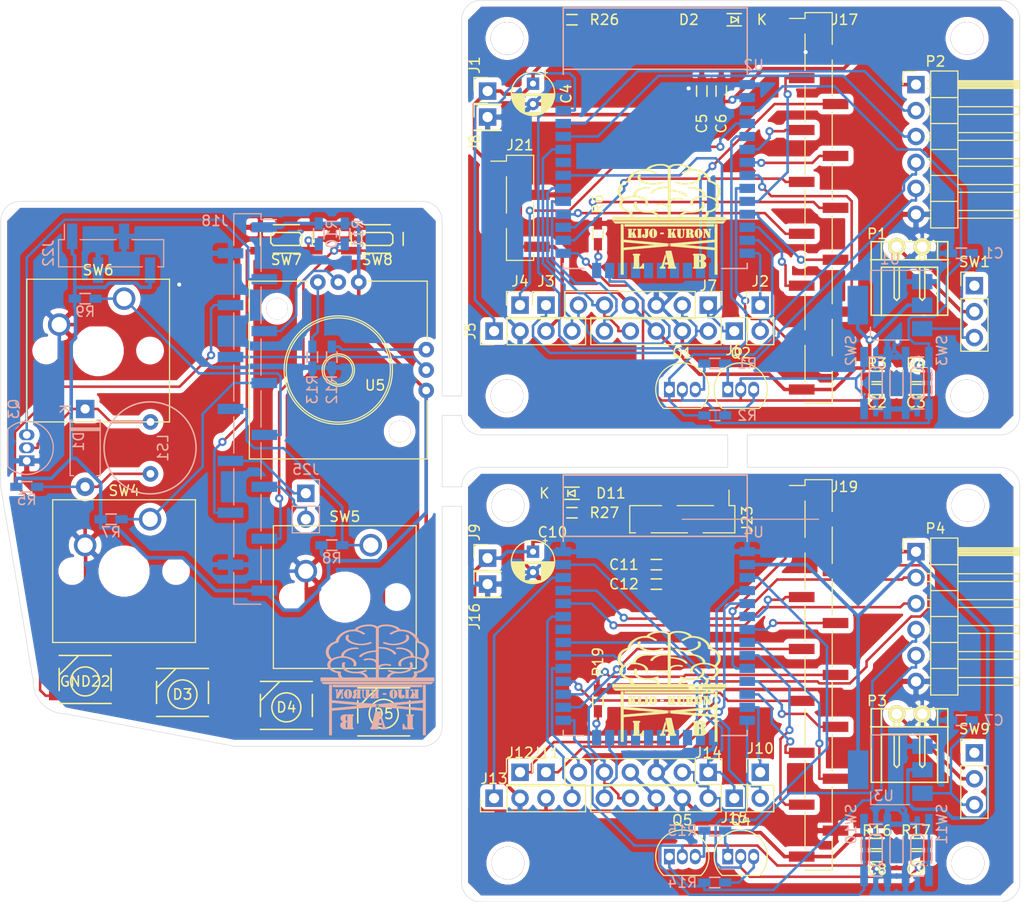
<source format=kicad_pcb>
(kicad_pcb (version 20171130) (host pcbnew "(5.1.5)-3")
  (layers (0 F.Cu signal) (31 B.Cu signal) (34 B.Paste user) (35 F.Paste user) (36 B.SilkS user) (37 F.SilkS user) (38 B.Mask user) (39 F.Mask user) (44 Edge.Cuts user))
  (net 0 "")
  (net 1 /Sheet5F548957/Vcc)
  (net 2 /Sheet5F548957/IO0)
  (net 3 /Sheet5F548957/EN)
  (net 4 /Sheet5F548957/3v3)
  (net 5 /Sheet5F548F88/Vcc)
  (net 6 /Sheet5F548F88/IO0)
  (net 7 /Sheet5F548F88/EN)
  (net 8 /Sheet5F548F88/3v3)
  (net 9 "Net-(D1-Pad2)")
  (net 10 "Net-(D1-Pad1)")
  (net 11 /Sheet5F548957/LEDs)
  (net 12 "Net-(D3-Pad2)")
  (net 13 "Net-(D4-Pad2)")
  (net 14 "Net-(D5-Pad2)")
  (net 15 /Sheet5F548F88/LEDs)
  (net 16 "Net-(J2-Pad2)")
  (net 17 "Net-(J2-Pad1)")
  (net 18 "Net-(J3-Pad1)")
  (net 19 "Net-(J4-Pad1)")
  (net 20 /Sheet5F548957/SCL)
  (net 21 /Sheet5F548957/SDA)
  (net 22 /Sheet5F548957/CS1)
  (net 23 /Sheet5F548957/SCK)
  (net 24 /Sheet5F548957/MOSI)
  (net 25 /Sheet5F548957/MISO)
  (net 26 /Sheet5F548957/CS2)
  (net 27 "Net-(J10-Pad1)")
  (net 28 "Net-(J10-Pad2)")
  (net 29 "Net-(J11-Pad1)")
  (net 30 "Net-(J12-Pad1)")
  (net 31 /Sheet5F548F88/SCL)
  (net 32 /Sheet5F548F88/SDA)
  (net 33 /Sheet5F548F88/CS1)
  (net 34 /Sheet5F548F88/SCK)
  (net 35 /Sheet5F548F88/MOSI)
  (net 36 /Sheet5F548F88/MISO)
  (net 37 /Sheet5F548F88/CS2)
  (net 38 /Sheet5F548957/RXD)
  (net 39 /Sheet5F548957/TXD)
  (net 40 /Sheet5F548957/RTS)
  (net 41 /Sheet5F548957/DTR)
  (net 42 /Sheet5F548F88/DTR)
  (net 43 /Sheet5F548F88/RTS)
  (net 44 /Sheet5F548F88/TXD)
  (net 45 /Sheet5F548F88/RXD)
  (net 46 "Net-(Q1-Pad3)")
  (net 47 "Net-(Q2-Pad3)")
  (net 48 /Sheet5F548957/spk)
  (net 49 "Net-(Q4-Pad3)")
  (net 50 "Net-(Q5-Pad3)")
  (net 51 /Sheet5F548F88/spk)
  (net 52 "Net-(R6-Pad1)")
  (net 53 /Sheet5F548957/enter)
  (net 54 /Sheet5F548957/conv)
  (net 55 /Sheet5F548957/back)
  (net 56 /Sheet5F548957/button1)
  (net 57 /Sheet5F548957/button2)
  (net 58 "Net-(R12-Pad2)")
  (net 59 /Sheet5F548957/jx)
  (net 60 /Sheet5F548957/jy)
  (net 61 "Net-(R19-Pad1)")
  (net 62 /Sheet5F548F88/r1)
  (net 63 /Sheet5F548F88/r2)
  (net 64 /Sheet5F548F88/r3)
  (net 65 /Sheet5F548F88/r4)
  (net 66 /Sheet5F548F88/button1)
  (net 67 /Sheet5F548F88/button2)
  (net 68 "Net-(SW1-Pad1)")
  (net 69 "Net-(SW9-Pad1)")
  (net 70 /Sheet5F548F88/c1)
  (net 71 /Sheet5F548F88/c2)
  (net 72 /Sheet5F548F88/c3)
  (net 73 "Net-(U2-Pad32)")
  (net 74 "Net-(U2-Pad17)")
  (net 75 "Net-(U2-Pad18)")
  (net 76 "Net-(U2-Pad19)")
  (net 77 "Net-(U2-Pad20)")
  (net 78 "Net-(U2-Pad21)")
  (net 79 "Net-(U2-Pad22)")
  (net 80 "Net-(U4-Pad22)")
  (net 81 "Net-(U4-Pad21)")
  (net 82 "Net-(U4-Pad20)")
  (net 83 "Net-(U4-Pad19)")
  (net 84 "Net-(U4-Pad18)")
  (net 85 "Net-(U4-Pad17)")
  (net 86 "Net-(U4-Pad32)")
  (net 87 /Sheet5F548957/GND2)
  (net 88 /Sheet5F548F88/GND)
  (net 89 "Net-(D3-Pad4)")
  (net 90 "Net-(R13-Pad1)")
  (net 91 /Sheet5F548957/GND22)
  (net 92 /Sheet5F548957/3v32)
  (net 93 /Sheet5F548957/LEDs2)
  (net 94 /Sheet5F548957/button12)
  (net 95 /Sheet5F548957/conv2)
  (net 96 /Sheet5F548957/jy2)
  (net 97 /Sheet5F548957/button22)
  (net 98 /Sheet5F548957/back2)
  (net 99 /Sheet5F548957/enter2)
  (net 100 /Sheet5F548957/jx2)
  (net 101 /Sheet5F548957/spk2)
  (net 102 "Net-(D2-Pad2)")
  (net 103 "Net-(D11-Pad2)")
  (net 104 /Sheet5F548957/dummy1)
  (net 105 /Sheet5F548957/dummy2)
  (net 106 /Sheet5F548957/dummy22)
  (net 107 /Sheet5F548957/dummy12)
  (net 108 "Net-(C1-Pad1)")
  (net 109 "Net-(C7-Pad1)")
  (module Symbol:Kijo-Kuron-LAB_small (layer B.Cu) (at 59.055 93.345 180)
    (fp_text reference G*** hide)
    (fp_text value LOGO hide)
  )
  (module Symbol:Kijo-Kuron-LAB_small (layer F.Cu) (at 87.63 48.26)
    (fp_text reference G*** hide)
    (fp_text value LOGO hide)
  )
  (module Symbol:Kijo-Kuron-LAB_small (layer F.Cu) (at 87.63 93.98)
    (fp_text reference G*** hide)
    (fp_text value LOGO hide)
  )
  (module akizukit:SMD-1608 (layer B.Cu) (at 116.205 50.8)
    (fp_text reference C1 (at 3.175 0) (layer B.SilkS) (effects (justify mirror)))
    (fp_text value 0.1u)
    (pad 2 smd rect (at -1.016 0) (size 1.2 0.8) (layers B.Cu B.Paste B.Mask) (net 87 /Sheet5F548957/GND2))
    (pad 1 smd rect (at 1.016 0) (size 1.2 0.8) (layers B.Cu B.Paste B.Mask) (net 108 "Net-(C1-Pad1)"))
  )
  (module akizukit:SMD-1608 (layer F.Cu) (at 107.95 64.135 180)
    (fp_text reference C2 (at 0 -1.27) (layer F.SilkS))
    (fp_text value 0.1u)
    (pad 2 smd rect (at -1.016 0 180) (size 1.2 0.8) (layers F.Cu F.Paste F.Mask) (net 87 /Sheet5F548957/GND2))
    (pad 1 smd rect (at 1.016 0 180) (size 1.2 0.8) (layers F.Cu F.Paste F.Mask) (net 2 /Sheet5F548957/IO0))
  )
  (module akizukit:SMD-1608 (layer F.Cu) (at 111.76 64.135)
    (fp_text reference C3 (at 0 1.27) (layer F.SilkS))
    (fp_text value 0.1u)
    (pad 2 smd rect (at -1.016 0) (size 1.2 0.8) (layers F.Cu F.Paste F.Mask) (net 87 /Sheet5F548957/GND2))
    (pad 1 smd rect (at 1.016 0) (size 1.2 0.8) (layers F.Cu F.Paste F.Mask) (net 3 /Sheet5F548957/EN))
  )
  (module Capacitor_THT:CP_Radial_D4.0mm_P2.00mm (layer F.Cu) (at 74.295 34.195 270)
    (fp_text reference C4 (at 1 -3.25 90) (layer F.SilkS))
    (fp_text value 100u)
    (pad 1 thru_hole rect (at 0 0 270) (size 1.2 1.2) (drill 0.6) (layers *.Cu *.Mask) (net 4 /Sheet5F548957/3v3))
    (pad 2 thru_hole circle (at 2 0 270) (size 1.2 1.2) (drill 0.6) (layers *.Cu *.Mask) (net 87 /Sheet5F548957/GND2))
  )
  (module akizukit:SMD-1608 (layer F.Cu) (at 90.805 34.925 270)
    (fp_text reference C5 (at 3.175 0 90) (layer F.SilkS))
    (fp_text value 0.1u)
    (pad 2 smd rect (at -1.016 0 270) (size 1.2 0.8) (layers F.Cu F.Paste F.Mask) (net 87 /Sheet5F548957/GND2))
    (pad 1 smd rect (at 1.016 0 270) (size 1.2 0.8) (layers F.Cu F.Paste F.Mask) (net 4 /Sheet5F548957/3v3))
  )
  (module akizukit:SMD-1608 (layer F.Cu) (at 92.71 34.925 90)
    (fp_text reference C6 (at -3.175 0 90) (layer F.SilkS))
    (fp_text value 0.1u)
    (pad 2 smd rect (at -1.016 0 90) (size 1.2 0.8) (layers F.Cu F.Paste F.Mask) (net 4 /Sheet5F548957/3v3))
    (pad 1 smd rect (at 1.016 0 90) (size 1.2 0.8) (layers F.Cu F.Paste F.Mask) (net 87 /Sheet5F548957/GND2))
  )
  (module akizukit:SMD-1608 (layer B.Cu) (at 116.205 96.52)
    (fp_text reference C7 (at 3.175 0) (layer B.SilkS) (effects (justify mirror)))
    (fp_text value 0.1u)
    (pad 1 smd rect (at 1.016 0) (size 1.2 0.8) (layers B.Cu B.Paste B.Mask) (net 109 "Net-(C7-Pad1)"))
    (pad 2 smd rect (at -1.016 0) (size 1.2 0.8) (layers B.Cu B.Paste B.Mask) (net 88 /Sheet5F548F88/GND))
  )
  (module akizukit:SMD-1608 (layer F.Cu) (at 107.95 109.855 180)
    (fp_text reference C8 (at 0 -1.27 180) (layer F.SilkS))
    (fp_text value 0.1u)
    (pad 1 smd rect (at 1.016 0 180) (size 1.2 0.8) (layers F.Cu F.Paste F.Mask) (net 6 /Sheet5F548F88/IO0))
    (pad 2 smd rect (at -1.016 0 180) (size 1.2 0.8) (layers F.Cu F.Paste F.Mask) (net 88 /Sheet5F548F88/GND))
  )
  (module akizukit:SMD-1608 (layer F.Cu) (at 111.76 109.855)
    (fp_text reference C9 (at 0 1.27) (layer F.SilkS))
    (fp_text value 0.1u)
    (pad 1 smd rect (at 1.016 0) (size 1.2 0.8) (layers F.Cu F.Paste F.Mask) (net 7 /Sheet5F548F88/EN))
    (pad 2 smd rect (at -1.016 0) (size 1.2 0.8) (layers F.Cu F.Paste F.Mask) (net 88 /Sheet5F548F88/GND))
  )
  (module Capacitor_THT:CP_Radial_D4.0mm_P2.00mm (layer F.Cu) (at 74.295 80.01 270)
    (fp_text reference C10 (at -1.905 -1.905 180) (layer F.SilkS))
    (fp_text value 100u)
    (pad 2 thru_hole circle (at 2 0 270) (size 1.2 1.2) (drill 0.6) (layers *.Cu *.Mask) (net 88 /Sheet5F548F88/GND))
    (pad 1 thru_hole rect (at 0 0 270) (size 1.2 1.2) (drill 0.6) (layers *.Cu *.Mask) (net 8 /Sheet5F548F88/3v3))
  )
  (module akizukit:SMD-1608 (layer F.Cu) (at 86.36 81.28 180)
    (fp_text reference C11 (at 3.175 0 180) (layer F.SilkS))
    (fp_text value 0.1u)
    (pad 1 smd rect (at 1.016 0 180) (size 1.2 0.8) (layers F.Cu F.Paste F.Mask) (net 8 /Sheet5F548F88/3v3))
    (pad 2 smd rect (at -1.016 0 180) (size 1.2 0.8) (layers F.Cu F.Paste F.Mask) (net 88 /Sheet5F548F88/GND))
  )
  (module akizukit:SMD-1608 (layer F.Cu) (at 86.36 83.185)
    (fp_text reference C12 (at -3.175 0 180) (layer F.SilkS))
    (fp_text value 0.1u)
    (pad 1 smd rect (at 1.016 0) (size 1.2 0.8) (layers F.Cu F.Paste F.Mask) (net 88 /Sheet5F548F88/GND))
    (pad 2 smd rect (at -1.016 0) (size 1.2 0.8) (layers F.Cu F.Paste F.Mask) (net 8 /Sheet5F548F88/3v3))
  )
  (module Diode_THT:D_A-405_P7.62mm_Horizontal (layer B.Cu) (at 30.48 66.04 270)
    (fp_text reference D1 (at 3.175 0.635 90) (layer B.SilkS) (effects (justify mirror)))
    (fp_text value DIODE)
    (fp_text user K (at 0 1.9 90) (layer B.SilkS) (effects (justify mirror)))
    (pad 2 thru_hole oval (at 7.62 0 270) (size 1.8 1.8) (drill 0.9) (layers *.Cu *.Mask) (net 9 "Net-(D1-Pad2)"))
    (pad 1 thru_hole rect (at 0 0 270) (size 1.8 1.8) (drill 0.9) (layers *.Cu *.Mask) (net 10 "Net-(D1-Pad1)"))
  )
  (module Connector_PinHeader_2.54mm:PinHeader_1x01_P2.54mm_Vertical (layer F.Cu) (at 69.85 34.925)
    (fp_text reference J1 (at -1.27 -2.54 90) (layer F.SilkS))
    (fp_text value Conn_01x01)
    (pad 1 thru_hole rect (at 0 0) (size 1.7 1.7) (drill 1) (layers *.Cu *.Mask) (net 4 /Sheet5F548957/3v3))
  )
  (module Connector_PinHeader_2.54mm:PinHeader_1x01_P2.54mm_Vertical (layer F.Cu) (at 75.565 55.88)
    (fp_text reference J3 (at 0 -2.33) (layer F.SilkS))
    (fp_text value Conn_01x01)
    (pad 1 thru_hole rect (at 0 0) (size 1.7 1.7) (drill 1) (layers *.Cu *.Mask) (net 18 "Net-(J3-Pad1)"))
  )
  (module Connector_PinHeader_2.54mm:PinHeader_1x01_P2.54mm_Vertical (layer F.Cu) (at 73.025 55.88)
    (fp_text reference J4 (at 0 -2.33) (layer F.SilkS))
    (fp_text value Conn_01x01)
    (pad 1 thru_hole rect (at 0 0) (size 1.7 1.7) (drill 1) (layers *.Cu *.Mask) (net 19 "Net-(J4-Pad1)"))
  )
  (module Connector_PinHeader_2.54mm:PinHeader_1x04_P2.54mm_Vertical (layer F.Cu) (at 70.485 58.42 90)
    (fp_text reference J5 (at 0 -2.33 90) (layer F.SilkS))
    (fp_text value Conn_01x04)
    (pad 1 thru_hole rect (at 0 0 90) (size 1.7 1.7) (drill 1) (layers *.Cu *.Mask) (net 20 /Sheet5F548957/SCL))
    (pad 2 thru_hole oval (at 0 2.54 90) (size 1.7 1.7) (drill 1) (layers *.Cu *.Mask) (net 87 /Sheet5F548957/GND2))
    (pad 3 thru_hole oval (at 0 5.08 90) (size 1.7 1.7) (drill 1) (layers *.Cu *.Mask) (net 4 /Sheet5F548957/3v3))
    (pad 4 thru_hole oval (at 0 7.62 90) (size 1.7 1.7) (drill 1) (layers *.Cu *.Mask) (net 21 /Sheet5F548957/SDA))
  )
  (module Connector_PinHeader_2.54mm:PinHeader_1x06_P2.54mm_Vertical (layer F.Cu) (at 93.98 58.42 270)
    (fp_text reference J6 (at 1.845 0 180) (layer F.SilkS))
    (fp_text value Conn_01x06)
    (pad 6 thru_hole oval (at 0 12.7 270) (size 1.7 1.7) (drill 1) (layers *.Cu *.Mask) (net 22 /Sheet5F548957/CS1))
    (pad 5 thru_hole oval (at 0 10.16 270) (size 1.7 1.7) (drill 1) (layers *.Cu *.Mask) (net 23 /Sheet5F548957/SCK))
    (pad 4 thru_hole oval (at 0 7.62 270) (size 1.7 1.7) (drill 1) (layers *.Cu *.Mask) (net 4 /Sheet5F548957/3v3))
    (pad 3 thru_hole oval (at 0 5.08 270) (size 1.7 1.7) (drill 1) (layers *.Cu *.Mask) (net 87 /Sheet5F548957/GND2))
    (pad 2 thru_hole oval (at 0 2.54 270) (size 1.7 1.7) (drill 1) (layers *.Cu *.Mask) (net 24 /Sheet5F548957/MOSI))
    (pad 1 thru_hole rect (at 0 0 270) (size 1.7 1.7) (drill 1) (layers *.Cu *.Mask) (net 25 /Sheet5F548957/MISO))
  )
  (module Connector_PinHeader_2.54mm:PinHeader_1x06_P2.54mm_Vertical (layer F.Cu) (at 91.44 55.88 270)
    (fp_text reference J7 (at -1.905 0 180) (layer F.SilkS))
    (fp_text value Conn_01x06)
    (pad 1 thru_hole rect (at 0 0 270) (size 1.7 1.7) (drill 1) (layers *.Cu *.Mask) (net 25 /Sheet5F548957/MISO))
    (pad 2 thru_hole oval (at 0 2.54 270) (size 1.7 1.7) (drill 1) (layers *.Cu *.Mask) (net 24 /Sheet5F548957/MOSI))
    (pad 3 thru_hole oval (at 0 5.08 270) (size 1.7 1.7) (drill 1) (layers *.Cu *.Mask) (net 87 /Sheet5F548957/GND2))
    (pad 4 thru_hole oval (at 0 7.62 270) (size 1.7 1.7) (drill 1) (layers *.Cu *.Mask) (net 4 /Sheet5F548957/3v3))
    (pad 5 thru_hole oval (at 0 10.16 270) (size 1.7 1.7) (drill 1) (layers *.Cu *.Mask) (net 23 /Sheet5F548957/SCK))
    (pad 6 thru_hole oval (at 0 12.7 270) (size 1.7 1.7) (drill 1) (layers *.Cu *.Mask) (net 26 /Sheet5F548957/CS2))
  )
  (module Connector_PinHeader_2.54mm:PinHeader_1x01_P2.54mm_Vertical (layer F.Cu) (at 69.85 37.465)
    (fp_text reference J8 (at -1.27 2.54 90) (layer F.SilkS))
    (fp_text value Conn_01x01)
    (pad 1 thru_hole rect (at 0 0) (size 1.7 1.7) (drill 1) (layers *.Cu *.Mask) (net 87 /Sheet5F548957/GND2))
  )
  (module Connector_PinHeader_2.54mm:PinHeader_1x01_P2.54mm_Vertical (layer F.Cu) (at 69.85 80.645)
    (fp_text reference J9 (at -1.27 -2.54 270) (layer F.SilkS))
    (fp_text value Conn_01x01)
    (pad 1 thru_hole rect (at 0 0) (size 1.7 1.7) (drill 1) (layers *.Cu *.Mask) (net 8 /Sheet5F548F88/3v3))
  )
  (module Connector_PinHeader_2.54mm:PinHeader_1x02_P2.54mm_Vertical (layer F.Cu) (at 96.52 101.6)
    (fp_text reference J10 (at 0 -2.33) (layer F.SilkS))
    (fp_text value Conn_01x02)
    (pad 1 thru_hole rect (at 0 0) (size 1.7 1.7) (drill 1) (layers *.Cu *.Mask) (net 27 "Net-(J10-Pad1)"))
    (pad 2 thru_hole oval (at 0 2.54) (size 1.7 1.7) (drill 1) (layers *.Cu *.Mask) (net 28 "Net-(J10-Pad2)"))
  )
  (module Connector_PinHeader_2.54mm:PinHeader_1x01_P2.54mm_Vertical (layer F.Cu) (at 75.565 101.6)
    (fp_text reference J11 (at 0 -1.905) (layer F.SilkS))
    (fp_text value Conn_01x01)
    (pad 1 thru_hole rect (at 0 0) (size 1.7 1.7) (drill 1) (layers *.Cu *.Mask) (net 29 "Net-(J11-Pad1)"))
  )
  (module Connector_PinHeader_2.54mm:PinHeader_1x01_P2.54mm_Vertical (layer F.Cu) (at 73.025 101.6)
    (fp_text reference J12 (at 0 -1.905) (layer F.SilkS))
    (fp_text value Conn_01x01)
    (pad 1 thru_hole rect (at 0 0) (size 1.7 1.7) (drill 1) (layers *.Cu *.Mask) (net 30 "Net-(J12-Pad1)"))
  )
  (module Connector_PinHeader_2.54mm:PinHeader_1x04_P2.54mm_Vertical (layer F.Cu) (at 70.485 104.14 90)
    (fp_text reference J13 (at 1.905 0 180) (layer F.SilkS))
    (fp_text value Conn_01x04)
    (pad 1 thru_hole rect (at 0 0 90) (size 1.7 1.7) (drill 1) (layers *.Cu *.Mask) (net 31 /Sheet5F548F88/SCL))
    (pad 2 thru_hole oval (at 0 2.54 90) (size 1.7 1.7) (drill 1) (layers *.Cu *.Mask) (net 88 /Sheet5F548F88/GND))
    (pad 3 thru_hole oval (at 0 5.08 90) (size 1.7 1.7) (drill 1) (layers *.Cu *.Mask) (net 8 /Sheet5F548F88/3v3))
    (pad 4 thru_hole oval (at 0 7.62 90) (size 1.7 1.7) (drill 1) (layers *.Cu *.Mask) (net 32 /Sheet5F548F88/SDA))
  )
  (module Connector_PinHeader_2.54mm:PinHeader_1x06_P2.54mm_Vertical (layer F.Cu) (at 91.44 101.6 270)
    (fp_text reference J14 (at -1.905 0 180) (layer F.SilkS))
    (fp_text value Conn_01x06)
    (pad 6 thru_hole oval (at 0 12.7 270) (size 1.7 1.7) (drill 1) (layers *.Cu *.Mask) (net 33 /Sheet5F548F88/CS1))
    (pad 5 thru_hole oval (at 0 10.16 270) (size 1.7 1.7) (drill 1) (layers *.Cu *.Mask) (net 34 /Sheet5F548F88/SCK))
    (pad 4 thru_hole oval (at 0 7.62 270) (size 1.7 1.7) (drill 1) (layers *.Cu *.Mask) (net 8 /Sheet5F548F88/3v3))
    (pad 3 thru_hole oval (at 0 5.08 270) (size 1.7 1.7) (drill 1) (layers *.Cu *.Mask) (net 88 /Sheet5F548F88/GND))
    (pad 2 thru_hole oval (at 0 2.54 270) (size 1.7 1.7) (drill 1) (layers *.Cu *.Mask) (net 35 /Sheet5F548F88/MOSI))
    (pad 1 thru_hole rect (at 0 0 270) (size 1.7 1.7) (drill 1) (layers *.Cu *.Mask) (net 36 /Sheet5F548F88/MISO))
  )
  (module Connector_PinHeader_2.54mm:PinHeader_1x06_P2.54mm_Vertical (layer F.Cu) (at 93.98 104.14 270)
    (fp_text reference J15 (at 1.905 0 180) (layer F.SilkS))
    (fp_text value Conn_01x06)
    (pad 1 thru_hole rect (at 0 0 270) (size 1.7 1.7) (drill 1) (layers *.Cu *.Mask) (net 36 /Sheet5F548F88/MISO))
    (pad 2 thru_hole oval (at 0 2.54 270) (size 1.7 1.7) (drill 1) (layers *.Cu *.Mask) (net 35 /Sheet5F548F88/MOSI))
    (pad 3 thru_hole oval (at 0 5.08 270) (size 1.7 1.7) (drill 1) (layers *.Cu *.Mask) (net 88 /Sheet5F548F88/GND))
    (pad 4 thru_hole oval (at 0 7.62 270) (size 1.7 1.7) (drill 1) (layers *.Cu *.Mask) (net 8 /Sheet5F548F88/3v3))
    (pad 5 thru_hole oval (at 0 10.16 270) (size 1.7 1.7) (drill 1) (layers *.Cu *.Mask) (net 34 /Sheet5F548F88/SCK))
    (pad 6 thru_hole oval (at 0 12.7 270) (size 1.7 1.7) (drill 1) (layers *.Cu *.Mask) (net 37 /Sheet5F548F88/CS2))
  )
  (module Connector_PinHeader_2.54mm:PinHeader_1x01_P2.54mm_Vertical (layer F.Cu) (at 69.85 83.185)
    (fp_text reference J16 (at -1.27 3.175 270) (layer F.SilkS))
    (fp_text value Conn_01x01)
    (pad 1 thru_hole rect (at 0 0) (size 1.7 1.7) (drill 1) (layers *.Cu *.Mask) (net 88 /Sheet5F548F88/GND))
  )
  (module akizukit:small_speaker (layer B.Cu) (at 36.83 69.85 90)
    (fp_text reference LS1 (at 0 1.27 90) (layer B.SilkS) (effects (justify mirror)))
    (fp_text value Speaker)
    (pad 1 thru_hole circle (at -2.54 0.04 90) (size 1.524 1.524) (drill 0.762) (layers *.Cu *.Mask) (net 9 "Net-(D1-Pad2)"))
    (pad 2 thru_hole circle (at 2.54 0.04 90) (size 1.524 1.524) (drill 0.762) (layers *.Cu *.Mask) (net 10 "Net-(D1-Pad1)"))
  )
  (module akizukit:Connector_EH_2pin (layer F.Cu) (at 111.125 50.165 180)
    (fp_text reference P1 (at 3.175 1.27) (layer F.SilkS))
    (fp_text value CONN_01X02)
    (pad 1 thru_hole circle (at -1.25 0 180) (size 1.7 1.7) (drill 1) (layers *.Cu *.Mask F.SilkS) (net 87 /Sheet5F548957/GND2))
    (pad 2 thru_hole circle (at 1.25 0 180) (size 1.7 1.7) (drill 1) (layers *.Cu *.Mask F.SilkS) (net 1 /Sheet5F548957/Vcc))
  )
  (module akizukit:Connector_EH_2pin (layer F.Cu) (at 111.125 95.885 180)
    (fp_text reference P3 (at 3.175 1.27) (layer F.SilkS))
    (fp_text value CONN_01X02)
    (pad 2 thru_hole circle (at 1.25 0 180) (size 1.7 1.7) (drill 1) (layers *.Cu *.Mask F.SilkS) (net 5 /Sheet5F548F88/Vcc))
    (pad 1 thru_hole circle (at -1.25 0 180) (size 1.7 1.7) (drill 1) (layers *.Cu *.Mask F.SilkS) (net 88 /Sheet5F548F88/GND))
  )
  (module Package_TO_SOT_THT:TO-92_Inline (layer F.Cu) (at 87.63 64.135)
    (fp_text reference Q1 (at 1.27 -3.56) (layer F.SilkS))
    (fp_text value 2SC1815)
    (pad 2 thru_hole oval (at 1.27 0) (size 1.05 1.5) (drill 0.75) (layers *.Cu *.Mask) (net 3 /Sheet5F548957/EN))
    (pad 3 thru_hole oval (at 2.54 0) (size 1.05 1.5) (drill 0.75) (layers *.Cu *.Mask) (net 46 "Net-(Q1-Pad3)"))
    (pad 1 thru_hole rect (at 0 0) (size 1.05 1.5) (drill 0.75) (layers *.Cu *.Mask) (net 40 /Sheet5F548957/RTS))
  )
  (module Package_TO_SOT_THT:TO-92_Inline (layer F.Cu) (at 93.345 64.135)
    (fp_text reference Q2 (at 1.27 -3.56) (layer F.SilkS))
    (fp_text value 2SC1815)
    (pad 1 thru_hole rect (at 0 0) (size 1.05 1.5) (drill 0.75) (layers *.Cu *.Mask) (net 41 /Sheet5F548957/DTR))
    (pad 3 thru_hole oval (at 2.54 0) (size 1.05 1.5) (drill 0.75) (layers *.Cu *.Mask) (net 47 "Net-(Q2-Pad3)"))
    (pad 2 thru_hole oval (at 1.27 0) (size 1.05 1.5) (drill 0.75) (layers *.Cu *.Mask) (net 2 /Sheet5F548957/IO0))
  )
  (module Package_TO_SOT_THT:TO-92_Inline (layer B.Cu) (at 24.765 71.12 90)
    (fp_text reference Q3 (at 5.08 -1.27 90) (layer B.SilkS) (effects (justify mirror)))
    (fp_text value 2SC1815)
    (pad 1 thru_hole rect (at 0 0 90) (size 1.05 1.5) (drill 0.75) (layers *.Cu *.Mask) (net 91 /Sheet5F548957/GND22))
    (pad 3 thru_hole oval (at 2.54 0 90) (size 1.05 1.5) (drill 0.75) (layers *.Cu *.Mask) (net 101 /Sheet5F548957/spk2))
    (pad 2 thru_hole oval (at 1.27 0 90) (size 1.05 1.5) (drill 0.75) (layers *.Cu *.Mask) (net 10 "Net-(D1-Pad1)"))
  )
  (module Package_TO_SOT_THT:TO-92_Inline (layer F.Cu) (at 93.345 109.855)
    (fp_text reference Q4 (at 1.27 -3.56) (layer F.SilkS))
    (fp_text value 2SC1815)
    (pad 2 thru_hole oval (at 1.27 0) (size 1.05 1.5) (drill 0.75) (layers *.Cu *.Mask) (net 7 /Sheet5F548F88/EN))
    (pad 3 thru_hole oval (at 2.54 0) (size 1.05 1.5) (drill 0.75) (layers *.Cu *.Mask) (net 49 "Net-(Q4-Pad3)"))
    (pad 1 thru_hole rect (at 0 0) (size 1.05 1.5) (drill 0.75) (layers *.Cu *.Mask) (net 43 /Sheet5F548F88/RTS))
  )
  (module Package_TO_SOT_THT:TO-92_Inline (layer F.Cu) (at 87.63 109.855)
    (fp_text reference Q5 (at 1.27 -3.56) (layer F.SilkS))
    (fp_text value 2SC1815)
    (pad 1 thru_hole rect (at 0 0) (size 1.05 1.5) (drill 0.75) (layers *.Cu *.Mask) (net 42 /Sheet5F548F88/DTR))
    (pad 3 thru_hole oval (at 2.54 0) (size 1.05 1.5) (drill 0.75) (layers *.Cu *.Mask) (net 50 "Net-(Q5-Pad3)"))
    (pad 2 thru_hole oval (at 1.27 0) (size 1.05 1.5) (drill 0.75) (layers *.Cu *.Mask) (net 6 /Sheet5F548F88/IO0))
  )
  (module akizukit:SMD-1608 (layer B.Cu) (at 92.075 61.595 180)
    (fp_text reference R1 (at -3.175 0) (layer B.SilkS) (effects (justify mirror)))
    (fp_text value 1k)
    (pad 1 smd rect (at 1.016 0 180) (size 1.2 0.8) (layers B.Cu B.Paste B.Mask) (net 46 "Net-(Q1-Pad3)"))
    (pad 2 smd rect (at -1.016 0 180) (size 1.2 0.8) (layers B.Cu B.Paste B.Mask) (net 41 /Sheet5F548957/DTR))
  )
  (module akizukit:SMD-1608 (layer B.Cu) (at 92.075 66.675)
    (fp_text reference R2 (at 3.175 0) (layer B.SilkS) (effects (justify mirror)))
    (fp_text value 1k)
    (pad 1 smd rect (at 1.016 0) (size 1.2 0.8) (layers B.Cu B.Paste B.Mask) (net 47 "Net-(Q2-Pad3)"))
    (pad 2 smd rect (at -1.016 0) (size 1.2 0.8) (layers B.Cu B.Paste B.Mask) (net 40 /Sheet5F548957/RTS))
  )
  (module akizukit:SMD-1608 (layer F.Cu) (at 107.95 62.865)
    (fp_text reference R3 (at 0 -1.27) (layer F.SilkS))
    (fp_text value 1k)
    (pad 1 smd rect (at 1.016 0) (size 1.2 0.8) (layers F.Cu F.Paste F.Mask) (net 4 /Sheet5F548957/3v3))
    (pad 2 smd rect (at -1.016 0) (size 1.2 0.8) (layers F.Cu F.Paste F.Mask) (net 2 /Sheet5F548957/IO0))
  )
  (module akizukit:SMD-1608 (layer F.Cu) (at 111.76 62.865 180)
    (fp_text reference R4 (at 0 1.27) (layer F.SilkS))
    (fp_text value 1k)
    (pad 1 smd rect (at 1.016 0 180) (size 1.2 0.8) (layers F.Cu F.Paste F.Mask) (net 4 /Sheet5F548957/3v3))
    (pad 2 smd rect (at -1.016 0 180) (size 1.2 0.8) (layers F.Cu F.Paste F.Mask) (net 3 /Sheet5F548957/EN))
  )
  (module akizukit:SMD-1608 (layer B.Cu) (at 24.765 73.66)
    (fp_text reference R5 (at 0 1.27) (layer B.SilkS) (effects (justify mirror)))
    (fp_text value 1k)
    (pad 2 smd rect (at -1.016 0) (size 1.2 0.8) (layers B.Cu B.Paste B.Mask) (net 92 /Sheet5F548957/3v32))
    (pad 1 smd rect (at 1.016 0) (size 1.2 0.8) (layers B.Cu B.Paste B.Mask) (net 9 "Net-(D1-Pad2)"))
  )
  (module akizukit:SMD-1608 (layer F.Cu) (at 80.645 48.895 270)
    (fp_text reference R6 (at -2.921 0 90) (layer F.SilkS))
    (fp_text value 1k)
    (pad 2 smd rect (at -1.016 0 270) (size 1.2 0.8) (layers F.Cu F.Paste F.Mask) (net 87 /Sheet5F548957/GND2))
    (pad 1 smd rect (at 1.016 0 270) (size 1.2 0.8) (layers F.Cu F.Paste F.Mask) (net 52 "Net-(R6-Pad1)"))
  )
  (module akizukit:SMD-1608 (layer B.Cu) (at 33.02 76.835)
    (fp_text reference R7 (at 0 1.27) (layer B.SilkS) (effects (justify mirror)))
    (fp_text value 1k)
    (pad 1 smd rect (at 1.016 0) (size 1.2 0.8) (layers B.Cu B.Paste B.Mask) (net 99 /Sheet5F548957/enter2))
    (pad 2 smd rect (at -1.016 0) (size 1.2 0.8) (layers B.Cu B.Paste B.Mask) (net 92 /Sheet5F548957/3v32))
  )
  (module akizukit:SMD-1608 (layer B.Cu) (at 54.61 79.375)
    (fp_text reference R8 (at 0 1.27) (layer B.SilkS) (effects (justify mirror)))
    (fp_text value 1k)
    (pad 2 smd rect (at -1.016 0) (size 1.2 0.8) (layers B.Cu B.Paste B.Mask) (net 92 /Sheet5F548957/3v32))
    (pad 1 smd rect (at 1.016 0) (size 1.2 0.8) (layers B.Cu B.Paste B.Mask) (net 95 /Sheet5F548957/conv2))
  )
  (module akizukit:SMD-1608 (layer B.Cu) (at 30.48 55.245)
    (fp_text reference R9 (at 0 1.27) (layer B.SilkS) (effects (justify mirror)))
    (fp_text value 1k)
    (pad 1 smd rect (at 1.016 0) (size 1.2 0.8) (layers B.Cu B.Paste B.Mask) (net 98 /Sheet5F548957/back2))
    (pad 2 smd rect (at -1.016 0) (size 1.2 0.8) (layers B.Cu B.Paste B.Mask) (net 92 /Sheet5F548957/3v32))
  )
  (module akizukit:SMD-1608 (layer B.Cu) (at 53.34 48.895 270)
    (fp_text reference R10 (at 0 -1.27 90) (layer B.SilkS) (effects (justify mirror)))
    (fp_text value 1k)
    (pad 1 smd rect (at 1.016 0 270) (size 1.2 0.8) (layers B.Cu B.Paste B.Mask) (net 94 /Sheet5F548957/button12))
    (pad 2 smd rect (at -1.016 0 270) (size 1.2 0.8) (layers B.Cu B.Paste B.Mask) (net 92 /Sheet5F548957/3v32))
  )
  (module akizukit:SMD-1608 (layer B.Cu) (at 55.88 48.895 270)
    (fp_text reference R11 (at 0 -1.27 90) (layer B.SilkS) (effects (justify mirror)))
    (fp_text value 1k)
    (pad 2 smd rect (at -1.016 0 270) (size 1.2 0.8) (layers B.Cu B.Paste B.Mask) (net 92 /Sheet5F548957/3v32))
    (pad 1 smd rect (at 1.016 0 270) (size 1.2 0.8) (layers B.Cu B.Paste B.Mask) (net 97 /Sheet5F548957/button22))
  )
  (module akizukit:SMD-1608 (layer B.Cu) (at 54.61 60.96 270)
    (fp_text reference R12 (at 3.175 0 270) (layer B.SilkS) (effects (justify mirror)))
    (fp_text value 100)
    (pad 2 smd rect (at -1.016 0 270) (size 1.2 0.8) (layers B.Cu B.Paste B.Mask) (net 58 "Net-(R12-Pad2)"))
    (pad 1 smd rect (at 1.016 0 270) (size 1.2 0.8) (layers B.Cu B.Paste B.Mask) (net 91 /Sheet5F548957/GND22))
  )
  (module akizukit:SMD-1608 (layer B.Cu) (at 92.075 112.395)
    (fp_text reference R14 (at -3.175 0) (layer B.SilkS) (effects (justify mirror)))
    (fp_text value 1k)
    (pad 2 smd rect (at -1.016 0) (size 1.2 0.8) (layers B.Cu B.Paste B.Mask) (net 42 /Sheet5F548F88/DTR))
    (pad 1 smd rect (at 1.016 0) (size 1.2 0.8) (layers B.Cu B.Paste B.Mask) (net 49 "Net-(Q4-Pad3)"))
  )
  (module akizukit:SMD-1608 (layer B.Cu) (at 92.075 107.315 180)
    (fp_text reference R15 (at 3.175 0) (layer B.SilkS) (effects (justify mirror)))
    (fp_text value 1k)
    (pad 1 smd rect (at 1.016 0 180) (size 1.2 0.8) (layers B.Cu B.Paste B.Mask) (net 50 "Net-(Q5-Pad3)"))
    (pad 2 smd rect (at -1.016 0 180) (size 1.2 0.8) (layers B.Cu B.Paste B.Mask) (net 43 /Sheet5F548F88/RTS))
  )
  (module akizukit:SMD-1608 (layer F.Cu) (at 107.95 108.585)
    (fp_text reference R16 (at 0 -1.27) (layer F.SilkS))
    (fp_text value 1k)
    (pad 2 smd rect (at -1.016 0) (size 1.2 0.8) (layers F.Cu F.Paste F.Mask) (net 6 /Sheet5F548F88/IO0))
    (pad 1 smd rect (at 1.016 0) (size 1.2 0.8) (layers F.Cu F.Paste F.Mask) (net 8 /Sheet5F548F88/3v3))
  )
  (module akizukit:SMD-1608 (layer F.Cu) (at 111.76 108.585 180)
    (fp_text reference R17 (at 0 1.27) (layer F.SilkS))
    (fp_text value 1k)
    (pad 2 smd rect (at -1.016 0 180) (size 1.2 0.8) (layers F.Cu F.Paste F.Mask) (net 7 /Sheet5F548F88/EN))
    (pad 1 smd rect (at 1.016 0 180) (size 1.2 0.8) (layers F.Cu F.Paste F.Mask) (net 8 /Sheet5F548F88/3v3))
  )
  (module akizukit:SMD-1608 (layer F.Cu) (at 80.645 94.615 270)
    (fp_text reference R19 (at -3.81 0 90) (layer F.SilkS))
    (fp_text value 1k)
    (pad 2 smd rect (at -1.016 0 270) (size 1.2 0.8) (layers F.Cu F.Paste F.Mask) (net 88 /Sheet5F548F88/GND))
    (pad 1 smd rect (at 1.016 0 270) (size 1.2 0.8) (layers F.Cu F.Paste F.Mask) (net 61 "Net-(R19-Pad1)"))
  )
  (module Connector_PinHeader_2.54mm:PinHeader_1x03_P2.54mm_Vertical (layer F.Cu) (at 117.475 53.975)
    (fp_text reference SW1 (at 0 -2.33) (layer F.SilkS))
    (fp_text value SW_SPDT)
    (pad 1 thru_hole rect (at 0 0) (size 1.7 1.7) (drill 1) (layers *.Cu *.Mask) (net 68 "Net-(SW1-Pad1)"))
    (pad 2 thru_hole oval (at 0 2.54) (size 1.7 1.7) (drill 1) (layers *.Cu *.Mask) (net 1 /Sheet5F548957/Vcc))
    (pad 3 thru_hole oval (at 0 5.08) (size 1.7 1.7) (drill 1) (layers *.Cu *.Mask) (net 108 "Net-(C1-Pad1)"))
  )
  (module akizukit:SMD_SW (layer B.Cu) (at 106.68 66.04 90)
    (fp_text reference SW2 (at 5.715 -1.27 90) (layer B.SilkS) (effects (justify mirror)))
    (fp_text value SW_Push)
    (pad 1 smd rect (at 0 2.286 90) (size 2 0.75) (layers B.Cu B.Paste B.Mask) (net 87 /Sheet5F548957/GND2))
    (pad 2 smd rect (at 0 0 90) (size 2 0.75) (layers B.Cu B.Paste B.Mask) (net 2 /Sheet5F548957/IO0))
    (pad 2 smd rect (at 5.08 0 90) (size 2 0.75) (layers B.Cu B.Paste B.Mask) (net 2 /Sheet5F548957/IO0))
    (pad 1 smd rect (at 5.08 2.286 90) (size 2 0.75) (layers B.Cu B.Paste B.Mask) (net 87 /Sheet5F548957/GND2))
  )
  (module akizukit:SMD_SW (layer B.Cu) (at 113.03 60.96 270)
    (fp_text reference SW3 (at -0.635 -1.27 90) (layer B.SilkS) (effects (justify mirror)))
    (fp_text value SW_Push)
    (pad 1 smd rect (at 0 2.286 270) (size 2 0.75) (layers B.Cu B.Paste B.Mask) (net 87 /Sheet5F548957/GND2))
    (pad 2 smd rect (at 0 0 270) (size 2 0.75) (layers B.Cu B.Paste B.Mask) (net 3 /Sheet5F548957/EN))
    (pad 2 smd rect (at 5.08 0 270) (size 2 0.75) (layers B.Cu B.Paste B.Mask) (net 3 /Sheet5F548957/EN))
    (pad 1 smd rect (at 5.08 2.286 270) (size 2 0.75) (layers B.Cu B.Paste B.Mask) (net 87 /Sheet5F548957/GND2))
  )
  (module Button_Switch_Keyboard:SW_Cherry_MX_1.00u_PCB (layer F.Cu) (at 36.83 76.835)
    (fp_text reference SW4 (at -2.54 -2.794) (layer F.SilkS))
    (fp_text value SW_Push)
    (pad 1 thru_hole circle (at 0 0) (size 2.2 2.2) (drill 1.5) (layers *.Cu *.Mask) (net 99 /Sheet5F548957/enter2))
    (pad 2 thru_hole circle (at -6.35 2.54) (size 2.2 2.2) (drill 1.5) (layers *.Cu *.Mask) (net 91 /Sheet5F548957/GND22))
    (pad "" np_thru_hole circle (at -2.54 5.08) (size 4 4) (drill 4) (layers *.Cu *.Mask))
    (pad "" np_thru_hole circle (at -7.62 5.08) (size 1.7 1.7) (drill 1.7) (layers *.Cu *.Mask))
    (pad "" np_thru_hole circle (at 2.54 5.08) (size 1.7 1.7) (drill 1.7) (layers *.Cu *.Mask))
  )
  (module Button_Switch_Keyboard:SW_Cherry_MX_1.00u_PCB (layer F.Cu) (at 58.42 79.375)
    (fp_text reference SW5 (at -2.54 -2.794) (layer F.SilkS))
    (fp_text value SW_Push)
    (pad 1 thru_hole circle (at 0 0) (size 2.2 2.2) (drill 1.5) (layers *.Cu *.Mask) (net 95 /Sheet5F548957/conv2))
    (pad 2 thru_hole circle (at -6.35 2.54) (size 2.2 2.2) (drill 1.5) (layers *.Cu *.Mask) (net 91 /Sheet5F548957/GND22))
    (pad "" np_thru_hole circle (at -2.54 5.08) (size 4 4) (drill 4) (layers *.Cu *.Mask))
    (pad "" np_thru_hole circle (at -7.62 5.08) (size 1.7 1.7) (drill 1.7) (layers *.Cu *.Mask))
    (pad "" np_thru_hole circle (at 2.54 5.08) (size 1.7 1.7) (drill 1.7) (layers *.Cu *.Mask))
  )
  (module Button_Switch_Keyboard:SW_Cherry_MX_1.00u_PCB (layer F.Cu) (at 34.29 55.245)
    (fp_text reference SW6 (at -2.54 -2.794) (layer F.SilkS))
    (fp_text value SW_Push)
    (pad "" np_thru_hole circle (at 2.54 5.08) (size 1.7 1.7) (drill 1.7) (layers *.Cu *.Mask))
    (pad "" np_thru_hole circle (at -7.62 5.08) (size 1.7 1.7) (drill 1.7) (layers *.Cu *.Mask))
    (pad "" np_thru_hole circle (at -2.54 5.08) (size 4 4) (drill 4) (layers *.Cu *.Mask))
    (pad 2 thru_hole circle (at -6.35 2.54) (size 2.2 2.2) (drill 1.5) (layers *.Cu *.Mask) (net 91 /Sheet5F548957/GND22))
    (pad 1 thru_hole circle (at 0 0) (size 2.2 2.2) (drill 1.5) (layers *.Cu *.Mask) (net 98 /Sheet5F548957/back2))
  )
  (module akizukit:SMD_SW (layer F.Cu) (at 52.705 48.26 180)
    (fp_text reference SW7 (at 2.54 -3.175) (layer F.SilkS))
    (fp_text value SW_Push)
    (pad 1 smd rect (at 5.08 -2.286 180) (size 2 0.75) (layers F.Cu F.Paste F.Mask) (net 94 /Sheet5F548957/button12))
    (pad 2 smd rect (at 5.08 0 180) (size 2 0.75) (layers F.Cu F.Paste F.Mask) (net 91 /Sheet5F548957/GND22))
    (pad 2 smd rect (at 0 0 180) (size 2 0.75) (layers F.Cu F.Paste F.Mask) (net 91 /Sheet5F548957/GND22))
    (pad 1 smd rect (at 0 -2.286 180) (size 2 0.75) (layers F.Cu F.Paste F.Mask) (net 94 /Sheet5F548957/button12))
  )
  (module akizukit:SMD_SW (layer F.Cu) (at 61.595 48.26 180)
    (fp_text reference SW8 (at 2.54 -3.175) (layer F.SilkS))
    (fp_text value SW_Push)
    (pad 1 smd rect (at 5.08 -2.286 180) (size 2 0.75) (layers F.Cu F.Paste F.Mask) (net 97 /Sheet5F548957/button22))
    (pad 2 smd rect (at 5.08 0 180) (size 2 0.75) (layers F.Cu F.Paste F.Mask) (net 91 /Sheet5F548957/GND22))
    (pad 2 smd rect (at 0 0 180) (size 2 0.75) (layers F.Cu F.Paste F.Mask) (net 91 /Sheet5F548957/GND22))
    (pad 1 smd rect (at 0 -2.286 180) (size 2 0.75) (layers F.Cu F.Paste F.Mask) (net 97 /Sheet5F548957/button22))
  )
  (module Connector_PinHeader_2.54mm:PinHeader_1x03_P2.54mm_Vertical (layer F.Cu) (at 117.475 99.695)
    (fp_text reference SW9 (at 0 -2.33) (layer F.SilkS))
    (fp_text value SW_SPDT)
    (pad 3 thru_hole oval (at 0 5.08) (size 1.7 1.7) (drill 1) (layers *.Cu *.Mask) (net 109 "Net-(C7-Pad1)"))
    (pad 2 thru_hole oval (at 0 2.54) (size 1.7 1.7) (drill 1) (layers *.Cu *.Mask) (net 5 /Sheet5F548F88/Vcc))
    (pad 1 thru_hole rect (at 0 0) (size 1.7 1.7) (drill 1) (layers *.Cu *.Mask) (net 69 "Net-(SW9-Pad1)"))
  )
  (module akizukit:SMD_SW (layer B.Cu) (at 106.68 111.76 90)
    (fp_text reference SW10 (at 5.08 -1.27 270) (layer B.SilkS) (effects (justify mirror)))
    (fp_text value SW_Push)
    (pad 1 smd rect (at 5.08 2.286 90) (size 2 0.75) (layers B.Cu B.Paste B.Mask) (net 88 /Sheet5F548F88/GND))
    (pad 2 smd rect (at 5.08 0 90) (size 2 0.75) (layers B.Cu B.Paste B.Mask) (net 6 /Sheet5F548F88/IO0))
    (pad 2 smd rect (at 0 0 90) (size 2 0.75) (layers B.Cu B.Paste B.Mask) (net 6 /Sheet5F548F88/IO0))
    (pad 1 smd rect (at 0 2.286 90) (size 2 0.75) (layers B.Cu B.Paste B.Mask) (net 88 /Sheet5F548F88/GND))
  )
  (module akizukit:SMD_SW (layer B.Cu) (at 113.03 106.68 270)
    (fp_text reference SW11 (at 0 -1.27 270) (layer B.SilkS) (effects (justify mirror)))
    (fp_text value SW_Push)
    (pad 1 smd rect (at 0 2.286 270) (size 2 0.75) (layers B.Cu B.Paste B.Mask) (net 88 /Sheet5F548F88/GND))
    (pad 2 smd rect (at 0 0 270) (size 2 0.75) (layers B.Cu B.Paste B.Mask) (net 7 /Sheet5F548F88/EN))
    (pad 2 smd rect (at 5.08 0 270) (size 2 0.75) (layers B.Cu B.Paste B.Mask) (net 7 /Sheet5F548F88/EN))
    (pad 1 smd rect (at 5.08 2.286 270) (size 2 0.75) (layers B.Cu B.Paste B.Mask) (net 88 /Sheet5F548F88/GND))
  )
  (module akizukit:ESP-WROOM-32 (layer B.Cu) (at 95.25 34.29 180)
    (fp_text reference U2 (at -0.635 1.905) (layer B.SilkS) (effects (justify mirror)))
    (fp_text value ESP32)
    (pad 25 smd rect (at 18 -16.51 180) (size 1.524 0.9) (layers B.Cu B.Paste B.Mask) (net 2 /Sheet5F548957/IO0))
    (pad 26 smd rect (at 18 -15.24 180) (size 1.524 0.9) (layers B.Cu B.Paste B.Mask) (net 53 /Sheet5F548957/enter))
    (pad 27 smd rect (at 18 -13.97 180) (size 1.524 0.9) (layers B.Cu B.Paste B.Mask) (net 54 /Sheet5F548957/conv))
    (pad 28 smd rect (at 18 -12.7 180) (size 1.524 0.9) (layers B.Cu B.Paste B.Mask) (net 55 /Sheet5F548957/back))
    (pad 29 smd rect (at 18 -11.43 180) (size 1.524 0.9) (layers B.Cu B.Paste B.Mask) (net 22 /Sheet5F548957/CS1))
    (pad 30 smd rect (at 18 -10.16 180) (size 1.524 0.9) (layers B.Cu B.Paste B.Mask) (net 23 /Sheet5F548957/SCK))
    (pad 31 smd rect (at 18 -8.89 180) (size 1.524 0.9) (layers B.Cu B.Paste B.Mask) (net 25 /Sheet5F548957/MISO))
    (pad 32 smd rect (at 18 -7.62 180) (size 1.524 0.9) (layers B.Cu B.Paste B.Mask) (net 73 "Net-(U2-Pad32)"))
    (pad 33 smd rect (at 18 -6.35 180) (size 1.524 0.9) (layers B.Cu B.Paste B.Mask) (net 21 /Sheet5F548957/SDA))
    (pad 34 smd rect (at 18 -5.08 180) (size 1.524 0.9) (layers B.Cu B.Paste B.Mask) (net 39 /Sheet5F548957/TXD))
    (pad 35 smd rect (at 18 -3.81 180) (size 1.524 0.9) (layers B.Cu B.Paste B.Mask) (net 38 /Sheet5F548957/RXD))
    (pad 36 smd rect (at 18 -2.54 180) (size 1.524 0.9) (layers B.Cu B.Paste B.Mask) (net 20 /Sheet5F548957/SCL))
    (pad 37 smd rect (at 18 -1.27 180) (size 1.524 0.9) (layers B.Cu B.Paste B.Mask) (net 24 /Sheet5F548957/MOSI))
    (pad 38 smd rect (at 18 0 180) (size 1.524 0.9) (layers B.Cu B.Paste B.Mask) (net 87 /Sheet5F548957/GND2))
    (pad 15 smd rect (at 3.3 -18.2 180) (size 0.9 1.5) (layers B.Cu B.Paste B.Mask) (net 87 /Sheet5F548957/GND2))
    (pad 1 smd rect (at 0 0 180) (size 1.524 0.9) (layers B.Cu B.Paste B.Mask) (net 87 /Sheet5F548957/GND2))
    (pad 2 smd rect (at 0 -1.27 180) (size 1.524 0.9) (layers B.Cu B.Paste B.Mask) (net 4 /Sheet5F548957/3v3))
    (pad 3 smd rect (at 0 -2.54 180) (size 1.524 0.9) (layers B.Cu B.Paste B.Mask) (net 3 /Sheet5F548957/EN))
    (pad 4 smd rect (at 0 -3.81 180) (size 1.524 0.9) (layers B.Cu B.Paste B.Mask) (net 19 "Net-(J4-Pad1)"))
    (pad 5 smd rect (at 0 -5.08 180) (size 1.524 0.9) (layers B.Cu B.Paste B.Mask) (net 18 "Net-(J3-Pad1)"))
    (pad 6 smd rect (at 0 -6.35 180) (size 1.524 0.9) (layers B.Cu B.Paste B.Mask) (net 59 /Sheet5F548957/jx))
    (pad 7 smd rect (at 0 -7.62 180) (size 1.524 0.9) (layers B.Cu B.Paste B.Mask) (net 60 /Sheet5F548957/jy))
    (pad 8 smd rect (at 0 -8.89 180) (size 1.524 0.9) (layers B.Cu B.Paste B.Mask) (net 56 /Sheet5F548957/button1))
    (pad 9 smd rect (at 0 -10.16 180) (size 1.524 0.9) (layers B.Cu B.Paste B.Mask) (net 57 /Sheet5F548957/button2))
    (pad 10 smd rect (at 0 -11.43 180) (size 1.524 0.9) (layers B.Cu B.Paste B.Mask) (net 48 /Sheet5F548957/spk))
    (pad 11 smd rect (at 0 -12.7 180) (size 1.524 0.9) (layers B.Cu B.Paste B.Mask) (net 104 /Sheet5F548957/dummy1))
    (pad 12 smd rect (at 0 -13.97 180) (size 1.524 0.9) (layers B.Cu B.Paste B.Mask) (net 105 /Sheet5F548957/dummy2))
    (pad 13 smd rect (at 0 -15.24 180) (size 1.524 0.9) (layers B.Cu B.Paste B.Mask) (net 16 "Net-(J2-Pad2)"))
    (pad 14 smd rect (at 0 -16.51 180) (size 1.524 0.9) (layers B.Cu B.Paste B.Mask) (net 17 "Net-(J2-Pad1)"))
    (pad 16 smd rect (at 4.57 -18.2 180) (size 0.9 1.5) (layers B.Cu B.Paste B.Mask) (net 11 /Sheet5F548957/LEDs))
    (pad 17 smd rect (at 5.84 -18.2 180) (size 0.9 1.5) (layers B.Cu B.Paste B.Mask) (net 74 "Net-(U2-Pad17)"))
    (pad 18 smd rect (at 7.11 -18.2 180) (size 0.9 1.5) (layers B.Cu B.Paste B.Mask) (net 75 "Net-(U2-Pad18)"))
    (pad 19 smd rect (at 8.38 -18.2 180) (size 0.9 1.5) (layers B.Cu B.Paste B.Mask) (net 76 "Net-(U2-Pad19)"))
    (pad 20 smd rect (at 9.65 -18.2 180) (size 0.9 1.5) (layers B.Cu B.Paste B.Mask) (net 77 "Net-(U2-Pad20)"))
    (pad 21 smd rect (at 10.92 -18.2 180) (size 0.9 1.5) (layers B.Cu B.Paste B.Mask) (net 78 "Net-(U2-Pad21)"))
    (pad 22 smd rect (at 12.19 -18.2 180) (size 0.9 1.5) (layers B.Cu B.Paste B.Mask) (net 79 "Net-(U2-Pad22)"))
    (pad 23 smd rect (at 13.46 -18.2 180) (size 0.9 1.5) (layers B.Cu B.Paste B.Mask) (net 26 /Sheet5F548957/CS2))
    (pad 24 smd rect (at 14.73 -18.2 180) (size 0.9 1.5) (layers B.Cu B.Paste B.Mask) (net 52 "Net-(R6-Pad1)"))
  )
  (module Package_TO_SOT_SMD:SOT-223-3_TabPin2 (layer B.Cu) (at 109.245 101.36 180)
    (fp_text reference U3 (at 0.635 -2.54 180) (layer B.SilkS) (effects (justify mirror)))
    (fp_text value AMS1117-1.5)
    (pad 2 smd rect (at 3.15 0 180) (size 2 3.8) (layers B.Cu B.Paste B.Mask) (net 8 /Sheet5F548F88/3v3))
    (pad 2 smd rect (at -3.15 0 180) (size 2 1.5) (layers B.Cu B.Paste B.Mask) (net 8 /Sheet5F548F88/3v3))
    (pad 3 smd rect (at -3.15 -2.3 180) (size 2 1.5) (layers B.Cu B.Paste B.Mask) (net 109 "Net-(C7-Pad1)"))
    (pad 1 smd rect (at -3.15 2.3 180) (size 2 1.5) (layers B.Cu B.Paste B.Mask) (net 88 /Sheet5F548F88/GND))
  )
  (module akizukit:ESP-WROOM-32 (layer B.Cu) (at 95.25 80.01 180)
    (fp_text reference U4 (at -0.635 1.905) (layer B.SilkS) (effects (justify mirror)))
    (fp_text value ESP32)
    (pad 24 smd rect (at 14.73 -18.2 180) (size 0.9 1.5) (layers B.Cu B.Paste B.Mask) (net 61 "Net-(R19-Pad1)"))
    (pad 23 smd rect (at 13.46 -18.2 180) (size 0.9 1.5) (layers B.Cu B.Paste B.Mask) (net 37 /Sheet5F548F88/CS2))
    (pad 22 smd rect (at 12.19 -18.2 180) (size 0.9 1.5) (layers B.Cu B.Paste B.Mask) (net 80 "Net-(U4-Pad22)"))
    (pad 21 smd rect (at 10.92 -18.2 180) (size 0.9 1.5) (layers B.Cu B.Paste B.Mask) (net 81 "Net-(U4-Pad21)"))
    (pad 20 smd rect (at 9.65 -18.2 180) (size 0.9 1.5) (layers B.Cu B.Paste B.Mask) (net 82 "Net-(U4-Pad20)"))
    (pad 19 smd rect (at 8.38 -18.2 180) (size 0.9 1.5) (layers B.Cu B.Paste B.Mask) (net 83 "Net-(U4-Pad19)"))
    (pad 18 smd rect (at 7.11 -18.2 180) (size 0.9 1.5) (layers B.Cu B.Paste B.Mask) (net 84 "Net-(U4-Pad18)"))
    (pad 17 smd rect (at 5.84 -18.2 180) (size 0.9 1.5) (layers B.Cu B.Paste B.Mask) (net 85 "Net-(U4-Pad17)"))
    (pad 16 smd rect (at 4.57 -18.2 180) (size 0.9 1.5) (layers B.Cu B.Paste B.Mask) (net 15 /Sheet5F548F88/LEDs))
    (pad 14 smd rect (at 0 -16.51 180) (size 1.524 0.9) (layers B.Cu B.Paste B.Mask) (net 28 "Net-(J10-Pad2)"))
    (pad 13 smd rect (at 0 -15.24 180) (size 1.524 0.9) (layers B.Cu B.Paste B.Mask) (net 27 "Net-(J10-Pad1)"))
    (pad 12 smd rect (at 0 -13.97 180) (size 1.524 0.9) (layers B.Cu B.Paste B.Mask) (net 63 /Sheet5F548F88/r2))
    (pad 11 smd rect (at 0 -12.7 180) (size 1.524 0.9) (layers B.Cu B.Paste B.Mask) (net 62 /Sheet5F548F88/r1))
    (pad 10 smd rect (at 0 -11.43 180) (size 1.524 0.9) (layers B.Cu B.Paste B.Mask) (net 51 /Sheet5F548F88/spk))
    (pad 9 smd rect (at 0 -10.16 180) (size 1.524 0.9) (layers B.Cu B.Paste B.Mask) (net 65 /Sheet5F548F88/r4))
    (pad 8 smd rect (at 0 -8.89 180) (size 1.524 0.9) (layers B.Cu B.Paste B.Mask) (net 64 /Sheet5F548F88/r3))
    (pad 7 smd rect (at 0 -7.62 180) (size 1.524 0.9) (layers B.Cu B.Paste B.Mask) (net 67 /Sheet5F548F88/button2))
    (pad 6 smd rect (at 0 -6.35 180) (size 1.524 0.9) (layers B.Cu B.Paste B.Mask) (net 66 /Sheet5F548F88/button1))
    (pad 5 smd rect (at 0 -5.08 180) (size 1.524 0.9) (layers B.Cu B.Paste B.Mask) (net 29 "Net-(J11-Pad1)"))
    (pad 4 smd rect (at 0 -3.81 180) (size 1.524 0.9) (layers B.Cu B.Paste B.Mask) (net 30 "Net-(J12-Pad1)"))
    (pad 3 smd rect (at 0 -2.54 180) (size 1.524 0.9) (layers B.Cu B.Paste B.Mask) (net 7 /Sheet5F548F88/EN))
    (pad 2 smd rect (at 0 -1.27 180) (size 1.524 0.9) (layers B.Cu B.Paste B.Mask) (net 8 /Sheet5F548F88/3v3))
    (pad 1 smd rect (at 0 0 180) (size 1.524 0.9) (layers B.Cu B.Paste B.Mask) (net 88 /Sheet5F548F88/GND))
    (pad 15 smd rect (at 3.3 -18.2 180) (size 0.9 1.5) (layers B.Cu B.Paste B.Mask) (net 88 /Sheet5F548F88/GND))
    (pad 38 smd rect (at 18 0 180) (size 1.524 0.9) (layers B.Cu B.Paste B.Mask) (net 88 /Sheet5F548F88/GND))
    (pad 37 smd rect (at 18 -1.27 180) (size 1.524 0.9) (layers B.Cu B.Paste B.Mask) (net 35 /Sheet5F548F88/MOSI))
    (pad 36 smd rect (at 18 -2.54 180) (size 1.524 0.9) (layers B.Cu B.Paste B.Mask) (net 31 /Sheet5F548F88/SCL))
    (pad 35 smd rect (at 18 -3.81 180) (size 1.524 0.9) (layers B.Cu B.Paste B.Mask) (net 45 /Sheet5F548F88/RXD))
    (pad 34 smd rect (at 18 -5.08 180) (size 1.524 0.9) (layers B.Cu B.Paste B.Mask) (net 44 /Sheet5F548F88/TXD))
    (pad 33 smd rect (at 18 -6.35 180) (size 1.524 0.9) (layers B.Cu B.Paste B.Mask) (net 32 /Sheet5F548F88/SDA))
    (pad 32 smd rect (at 18 -7.62 180) (size 1.524 0.9) (layers B.Cu B.Paste B.Mask) (net 86 "Net-(U4-Pad32)"))
    (pad 31 smd rect (at 18 -8.89 180) (size 1.524 0.9) (layers B.Cu B.Paste B.Mask) (net 36 /Sheet5F548F88/MISO))
    (pad 30 smd rect (at 18 -10.16 180) (size 1.524 0.9) (layers B.Cu B.Paste B.Mask) (net 34 /Sheet5F548F88/SCK))
    (pad 29 smd rect (at 18 -11.43 180) (size 1.524 0.9) (layers B.Cu B.Paste B.Mask) (net 33 /Sheet5F548F88/CS1))
    (pad 28 smd rect (at 18 -12.7 180) (size 1.524 0.9) (layers B.Cu B.Paste B.Mask) (net 72 /Sheet5F548F88/c3))
    (pad 27 smd rect (at 18 -13.97 180) (size 1.524 0.9) (layers B.Cu B.Paste B.Mask) (net 71 /Sheet5F548F88/c2))
    (pad 26 smd rect (at 18 -15.24 180) (size 1.524 0.9) (layers B.Cu B.Paste B.Mask) (net 70 /Sheet5F548F88/c1))
    (pad 25 smd rect (at 18 -16.51 180) (size 1.524 0.9) (layers B.Cu B.Paste B.Mask) (net 6 /Sheet5F548F88/IO0))
  )
  (module akizukit:SMD-1608 (layer B.Cu) (at 52.705 60.96 90)
    (fp_text reference R13 (at -3.175 0 90) (layer B.SilkS) (effects (justify mirror)))
    (fp_text value 100)
    (pad 1 smd rect (at 1.016 0 90) (size 1.2 0.8) (layers B.Cu B.Paste B.Mask) (net 90 "Net-(R13-Pad1)"))
    (pad 2 smd rect (at -1.016 0 90) (size 1.2 0.8) (layers B.Cu B.Paste B.Mask) (net 91 /Sheet5F548957/GND22))
  )
  (module akizukit:joyStick (layer F.Cu) (at 55.245 62.23)
    (fp_text reference U5 (at 3.6 1.5) (layer F.SilkS))
    (fp_text value joystick)
    (pad 1 thru_hole circle (at 8.6 2) (size 1.524 1.524) (drill 0.762) (layers *.Cu *.Mask) (net 92 /Sheet5F548957/3v32))
    (pad 2 thru_hole circle (at 8.6 0) (size 1.524 1.524) (drill 0.762) (layers *.Cu *.Mask) (net 96 /Sheet5F548957/jy2))
    (pad 3 thru_hole circle (at 8.6 -2) (size 1.524 1.524) (drill 0.762) (layers *.Cu *.Mask) (net 58 "Net-(R12-Pad2)"))
    (pad 4 thru_hole circle (at 2 -8.6) (size 1.524 1.524) (drill 0.762) (layers *.Cu *.Mask) (net 92 /Sheet5F548957/3v32))
    (pad 5 thru_hole circle (at 0 -8.6) (size 1.524 1.524) (drill 0.762) (layers *.Cu *.Mask) (net 100 /Sheet5F548957/jx2))
    (pad 6 thru_hole circle (at -2 -8.6) (size 1.524 1.524) (drill 0.762) (layers *.Cu *.Mask) (net 90 "Net-(R13-Pad1)"))
    (pad "" thru_hole circle (at -6 -6) (size 2.1 2.1) (drill 2.1) (layers *.Cu *.Mask))
    (pad "" thru_hole circle (at 6 6) (size 2.1 2.1) (drill 2.1) (layers *.Cu *.Mask))
  )
  (module Connector_PinHeader_2.54mm:PinHeader_1x15_P2.54mm_Vertical_SMD_Pin1Left (layer F.Cu) (at 102.235 92.075)
    (fp_text reference J19 (at 2.54 -18.415) (layer F.SilkS))
    (fp_text value Conn_01x15)
    (pad 1 smd rect (at -1.655 -17.78) (size 2.51 1) (layers F.Cu F.Paste F.Mask) (net 8 /Sheet5F548F88/3v3))
    (pad 3 smd rect (at -1.655 -12.7) (size 2.51 1) (layers F.Cu F.Paste F.Mask) (net 51 /Sheet5F548F88/spk))
    (pad 5 smd rect (at -1.655 -7.62) (size 2.51 1) (layers F.Cu F.Paste F.Mask) (net 66 /Sheet5F548F88/button1))
    (pad 7 smd rect (at -1.655 -2.54) (size 2.51 1) (layers F.Cu F.Paste F.Mask) (net 70 /Sheet5F548F88/c1))
    (pad 9 smd rect (at -1.655 2.54) (size 2.51 1) (layers F.Cu F.Paste F.Mask) (net 72 /Sheet5F548F88/c3))
    (pad 11 smd rect (at -1.655 7.62) (size 2.51 1) (layers F.Cu F.Paste F.Mask) (net 63 /Sheet5F548F88/r2))
    (pad 13 smd rect (at -1.655 12.7) (size 2.51 1) (layers F.Cu F.Paste F.Mask) (net 65 /Sheet5F548F88/r4))
    (pad 15 smd rect (at -1.655 17.78) (size 2.51 1) (layers F.Cu F.Paste F.Mask) (net 8 /Sheet5F548F88/3v3))
    (pad 2 smd rect (at 1.655 -15.24) (size 2.51 1) (layers F.Cu F.Paste F.Mask) (net 88 /Sheet5F548F88/GND))
    (pad 4 smd rect (at 1.655 -10.16) (size 2.51 1) (layers F.Cu F.Paste F.Mask) (net 15 /Sheet5F548F88/LEDs))
    (pad 6 smd rect (at 1.655 -5.08) (size 2.51 1) (layers F.Cu F.Paste F.Mask) (net 67 /Sheet5F548F88/button2))
    (pad 8 smd rect (at 1.655 0) (size 2.51 1) (layers F.Cu F.Paste F.Mask) (net 71 /Sheet5F548F88/c2))
    (pad 10 smd rect (at 1.655 5.08) (size 2.51 1) (layers F.Cu F.Paste F.Mask) (net 62 /Sheet5F548F88/r1))
    (pad 12 smd rect (at 1.655 10.16) (size 2.51 1) (layers F.Cu F.Paste F.Mask) (net 64 /Sheet5F548F88/r3))
    (pad 14 smd rect (at 1.655 15.24) (size 2.51 1) (layers F.Cu F.Paste F.Mask) (net 88 /Sheet5F548F88/GND))
  )
  (module akizukit:2012LED (layer F.Cu) (at 93.98 27.94 180)
    (fp_text reference D2 (at 4.445 0) (layer F.SilkS))
    (fp_text value LED)
    (fp_text user K (at -2.7 0) (layer F.SilkS))
    (pad 1 smd rect (at -1.27 0 180) (size 1.4 0.8) (layers F.Cu F.Paste F.Mask) (net 87 /Sheet5F548957/GND2))
    (pad 2 smd rect (at 1.27 0 180) (size 1.4 0.8) (layers F.Cu F.Paste F.Mask) (net 102 "Net-(D2-Pad2)"))
  )
  (module akizukit:2012LED (layer F.Cu) (at 78.105 74.295)
    (fp_text reference D11 (at 3.81 0) (layer F.SilkS))
    (fp_text value LED)
    (fp_text user K (at -2.7 0) (layer F.SilkS))
    (pad 2 smd rect (at 1.27 0) (size 1.4 0.8) (layers F.Cu F.Paste F.Mask) (net 103 "Net-(D11-Pad2)"))
    (pad 1 smd rect (at -1.27 0) (size 1.4 0.8) (layers F.Cu F.Paste F.Mask) (net 88 /Sheet5F548F88/GND))
  )
  (module Connector_PinHeader_2.54mm:PinHeader_1x04_P2.54mm_Vertical_SMD_Pin1Left (layer F.Cu) (at 73.025 46.355)
    (fp_text reference J21 (at 0 -6.14) (layer F.SilkS))
    (fp_text value Conn_01x04)
    (pad 1 smd rect (at -1.655 -3.81) (size 2.51 1) (layers F.Cu F.Paste F.Mask) (net 4 /Sheet5F548957/3v3))
    (pad 3 smd rect (at -1.655 1.27) (size 2.51 1) (layers F.Cu F.Paste F.Mask) (net 87 /Sheet5F548957/GND2))
    (pad 2 smd rect (at 1.655 -1.27) (size 2.51 1) (layers F.Cu F.Paste F.Mask) (net 87 /Sheet5F548957/GND2))
    (pad 4 smd rect (at 1.655 3.81) (size 2.51 1) (layers F.Cu F.Paste F.Mask) (net 4 /Sheet5F548957/3v3))
  )
  (module Connector_PinHeader_2.54mm:PinHeader_1x04_P2.54mm_Vertical_SMD_Pin1Left (layer B.Cu) (at 33.02 50.8 270)
    (fp_text reference J22 (at 0 6.14 90) (layer B.SilkS) (effects (justify mirror)))
    (fp_text value Conn_01x04)
    (pad 4 smd rect (at 1.655 -3.81 270) (size 2.51 1) (layers B.Cu B.Paste B.Mask) (net 92 /Sheet5F548957/3v32))
    (pad 2 smd rect (at 1.655 1.27 270) (size 2.51 1) (layers B.Cu B.Paste B.Mask) (net 91 /Sheet5F548957/GND22))
    (pad 3 smd rect (at -1.655 -1.27 270) (size 2.51 1) (layers B.Cu B.Paste B.Mask) (net 91 /Sheet5F548957/GND22))
    (pad 1 smd rect (at -1.655 3.81 270) (size 2.51 1) (layers B.Cu B.Paste B.Mask) (net 92 /Sheet5F548957/3v32))
  )
  (module Connector_PinHeader_2.54mm:PinHeader_1x04_P2.54mm_Vertical_SMD_Pin1Left (layer F.Cu) (at 88.9 76.835 270)
    (fp_text reference J23 (at 0 -6.35 90) (layer F.SilkS))
    (fp_text value Conn_01x04)
    (pad 1 smd rect (at -1.655 -3.81 270) (size 2.51 1) (layers F.Cu F.Paste F.Mask) (net 8 /Sheet5F548F88/3v3))
    (pad 3 smd rect (at -1.655 1.27 270) (size 2.51 1) (layers F.Cu F.Paste F.Mask) (net 88 /Sheet5F548F88/GND))
    (pad 2 smd rect (at 1.655 -1.27 270) (size 2.51 1) (layers F.Cu F.Paste F.Mask) (net 88 /Sheet5F548F88/GND))
    (pad 4 smd rect (at 1.655 3.81 270) (size 2.51 1) (layers F.Cu F.Paste F.Mask) (net 8 /Sheet5F548F88/3v3))
  )
  (module akizukit:SMD-1608 (layer F.Cu) (at 78.105 27.94)
    (fp_text reference R26 (at 3.175 0) (layer F.SilkS))
    (fp_text value 1k)
    (pad 1 smd rect (at 1.016 0) (size 1.2 0.8) (layers F.Cu F.Paste F.Mask) (net 102 "Net-(D2-Pad2)"))
    (pad 2 smd rect (at -1.016 0) (size 1.2 0.8) (layers F.Cu F.Paste F.Mask) (net 4 /Sheet5F548957/3v3))
  )
  (module akizukit:SMD-1608 (layer F.Cu) (at 78.105 76.2)
    (fp_text reference R27 (at 3.175 0) (layer F.SilkS))
    (fp_text value 1k)
    (pad 2 smd rect (at -1.016 0) (size 1.2 0.8) (layers F.Cu F.Paste F.Mask) (net 8 /Sheet5F548F88/3v3))
    (pad 1 smd rect (at 1.016 0) (size 1.2 0.8) (layers F.Cu F.Paste F.Mask) (net 103 "Net-(D11-Pad2)"))
  )
  (module akizukit:WS2812B (layer F.Cu) (at 42.545 92.075 180)
    (fp_text reference D3 (at 2.54 -1.905) (layer F.SilkS))
    (fp_text value WS2812B)
    (pad 4 smd rect (at 5.08 -3.302 180) (size 2 0.9) (layers F.Cu F.Paste F.Mask) (net 89 "Net-(D3-Pad4)"))
    (pad 3 smd rect (at 5.08 0 180) (size 2 0.9) (layers F.Cu F.Paste F.Mask) (net 91 /Sheet5F548957/GND22))
    (pad 2 smd rect (at 0 0 180) (size 2 0.9) (layers F.Cu F.Paste F.Mask) (net 12 "Net-(D3-Pad2)"))
    (pad 1 smd rect (at 0 -3.302 180) (size 2 0.9) (layers F.Cu F.Paste F.Mask) (net 92 /Sheet5F548957/3v32))
  )
  (module akizukit:WS2812B (layer F.Cu) (at 52.705 93.345 180)
    (fp_text reference D4 (at 2.54 -1.905) (layer F.SilkS))
    (fp_text value WS2812B)
    (pad 4 smd rect (at 5.08 -3.302 180) (size 2 0.9) (layers F.Cu F.Paste F.Mask) (net 12 "Net-(D3-Pad2)"))
    (pad 3 smd rect (at 5.08 0 180) (size 2 0.9) (layers F.Cu F.Paste F.Mask) (net 91 /Sheet5F548957/GND22))
    (pad 2 smd rect (at 0 0 180) (size 2 0.9) (layers F.Cu F.Paste F.Mask) (net 13 "Net-(D4-Pad2)"))
    (pad 1 smd rect (at 0 -3.302 180) (size 2 0.9) (layers F.Cu F.Paste F.Mask) (net 92 /Sheet5F548957/3v32))
  )
  (module akizukit:WS2812B (layer F.Cu) (at 62.23 93.98 180)
    (fp_text reference D5 (at 2.54 -1.905) (layer F.SilkS))
    (fp_text value WS2812B)
    (pad 1 smd rect (at 0 -3.302 180) (size 2 0.9) (layers F.Cu F.Paste F.Mask) (net 92 /Sheet5F548957/3v32))
    (pad 2 smd rect (at 0 0 180) (size 2 0.9) (layers F.Cu F.Paste F.Mask) (net 14 "Net-(D5-Pad2)"))
    (pad 3 smd rect (at 5.08 0 180) (size 2 0.9) (layers F.Cu F.Paste F.Mask) (net 91 /Sheet5F548957/GND22))
    (pad 4 smd rect (at 5.08 -3.302 180) (size 2 0.9) (layers F.Cu F.Paste F.Mask) (net 13 "Net-(D4-Pad2)"))
  )
  (module akizukit:WS2812B (layer F.Cu) (at 33.02 90.805 180)
    (fp_text reference GND22 (at 2.54 -1.905) (layer F.SilkS))
    (fp_text value WS2812B)
    (pad 1 smd rect (at 0 -3.302 180) (size 2 0.9) (layers F.Cu F.Paste F.Mask) (net 92 /Sheet5F548957/3v32))
    (pad 2 smd rect (at 0 0 180) (size 2 0.9) (layers F.Cu F.Paste F.Mask) (net 89 "Net-(D3-Pad4)"))
    (pad 3 smd rect (at 5.08 0 180) (size 2 0.9) (layers F.Cu F.Paste F.Mask) (net 91 /Sheet5F548957/GND22))
    (pad 4 smd rect (at 5.08 -3.302 180) (size 2 0.9) (layers F.Cu F.Paste F.Mask) (net 93 /Sheet5F548957/LEDs2))
  )
  (module Connector_PinHeader_2.54mm:PinHeader_1x02_P2.54mm_Vertical (layer F.Cu) (at 96.52 55.88)
    (fp_text reference J2 (at 0 -2.33) (layer F.SilkS))
    (fp_text value Conn_01x02)
    (pad 1 thru_hole rect (at 0 0) (size 1.7 1.7) (drill 1) (layers *.Cu *.Mask) (net 17 "Net-(J2-Pad1)"))
    (pad 2 thru_hole oval (at 0 2.54) (size 1.7 1.7) (drill 1) (layers *.Cu *.Mask) (net 16 "Net-(J2-Pad2)"))
  )
  (module Connector_PinHeader_2.54mm:PinHeader_1x15_P2.54mm_Vertical_SMD_Pin1Left (layer F.Cu) (at 102.235 46.355)
    (fp_text reference J17 (at 2.54 -18.415) (layer F.SilkS))
    (fp_text value Conn_01x15)
    (pad 14 smd rect (at 1.655 15.24) (size 2.51 1) (layers F.Cu F.Paste F.Mask) (net 87 /Sheet5F548957/GND2))
    (pad 12 smd rect (at 1.655 10.16) (size 2.51 1) (layers F.Cu F.Paste F.Mask) (net 56 /Sheet5F548957/button1))
    (pad 10 smd rect (at 1.655 5.08) (size 2.51 1) (layers F.Cu F.Paste F.Mask) (net 104 /Sheet5F548957/dummy1))
    (pad 8 smd rect (at 1.655 0) (size 2.51 1) (layers F.Cu F.Paste F.Mask) (net 54 /Sheet5F548957/conv))
    (pad 6 smd rect (at 1.655 -5.08) (size 2.51 1) (layers F.Cu F.Paste F.Mask) (net 60 /Sheet5F548957/jy))
    (pad 4 smd rect (at 1.655 -10.16) (size 2.51 1) (layers F.Cu F.Paste F.Mask) (net 11 /Sheet5F548957/LEDs))
    (pad 2 smd rect (at 1.655 -15.24) (size 2.51 1) (layers F.Cu F.Paste F.Mask) (net 87 /Sheet5F548957/GND2))
    (pad 15 smd rect (at -1.655 17.78) (size 2.51 1) (layers F.Cu F.Paste F.Mask) (net 4 /Sheet5F548957/3v3))
    (pad 13 smd rect (at -1.655 12.7) (size 2.51 1) (layers F.Cu F.Paste F.Mask) (net 57 /Sheet5F548957/button2))
    (pad 11 smd rect (at -1.655 7.62) (size 2.51 1) (layers F.Cu F.Paste F.Mask) (net 105 /Sheet5F548957/dummy2))
    (pad 9 smd rect (at -1.655 2.54) (size 2.51 1) (layers F.Cu F.Paste F.Mask) (net 55 /Sheet5F548957/back))
    (pad 7 smd rect (at -1.655 -2.54) (size 2.51 1) (layers F.Cu F.Paste F.Mask) (net 53 /Sheet5F548957/enter))
    (pad 5 smd rect (at -1.655 -7.62) (size 2.51 1) (layers F.Cu F.Paste F.Mask) (net 59 /Sheet5F548957/jx))
    (pad 3 smd rect (at -1.655 -12.7) (size 2.51 1) (layers F.Cu F.Paste F.Mask) (net 48 /Sheet5F548957/spk))
    (pad 1 smd rect (at -1.655 -17.78) (size 2.51 1) (layers F.Cu F.Paste F.Mask) (net 4 /Sheet5F548957/3v3))
  )
  (module Connector_PinHeader_2.54mm:PinHeader_1x15_P2.54mm_Vertical_SMD_Pin1Left (layer B.Cu) (at 46.355 66.04 180)
    (fp_text reference J18 (at 3.175 18.415) (layer B.SilkS) (effects (justify mirror)))
    (fp_text value Conn_01x15)
    (pad 1 smd rect (at -1.655 17.78 180) (size 2.51 1) (layers B.Cu B.Paste B.Mask) (net 92 /Sheet5F548957/3v32))
    (pad 3 smd rect (at -1.655 12.7 180) (size 2.51 1) (layers B.Cu B.Paste B.Mask) (net 101 /Sheet5F548957/spk2))
    (pad 5 smd rect (at -1.655 7.62 180) (size 2.51 1) (layers B.Cu B.Paste B.Mask) (net 100 /Sheet5F548957/jx2))
    (pad 7 smd rect (at -1.655 2.54 180) (size 2.51 1) (layers B.Cu B.Paste B.Mask) (net 99 /Sheet5F548957/enter2))
    (pad 9 smd rect (at -1.655 -2.54 180) (size 2.51 1) (layers B.Cu B.Paste B.Mask) (net 98 /Sheet5F548957/back2))
    (pad 11 smd rect (at -1.655 -7.62 180) (size 2.51 1) (layers B.Cu B.Paste B.Mask) (net 106 /Sheet5F548957/dummy22))
    (pad 13 smd rect (at -1.655 -12.7 180) (size 2.51 1) (layers B.Cu B.Paste B.Mask) (net 97 /Sheet5F548957/button22))
    (pad 15 smd rect (at -1.655 -17.78 180) (size 2.51 1) (layers B.Cu B.Paste B.Mask) (net 92 /Sheet5F548957/3v32))
    (pad 2 smd rect (at 1.655 15.24 180) (size 2.51 1) (layers B.Cu B.Paste B.Mask) (net 91 /Sheet5F548957/GND22))
    (pad 4 smd rect (at 1.655 10.16 180) (size 2.51 1) (layers B.Cu B.Paste B.Mask) (net 93 /Sheet5F548957/LEDs2))
    (pad 6 smd rect (at 1.655 5.08 180) (size 2.51 1) (layers B.Cu B.Paste B.Mask) (net 96 /Sheet5F548957/jy2))
    (pad 8 smd rect (at 1.655 0 180) (size 2.51 1) (layers B.Cu B.Paste B.Mask) (net 95 /Sheet5F548957/conv2))
    (pad 10 smd rect (at 1.655 -5.08 180) (size 2.51 1) (layers B.Cu B.Paste B.Mask) (net 107 /Sheet5F548957/dummy12))
    (pad 12 smd rect (at 1.655 -10.16 180) (size 2.51 1) (layers B.Cu B.Paste B.Mask) (net 94 /Sheet5F548957/button12))
    (pad 14 smd rect (at 1.655 -15.24 180) (size 2.51 1) (layers B.Cu B.Paste B.Mask) (net 91 /Sheet5F548957/GND22))
  )
  (module Connector_PinHeader_2.54mm:PinHeader_1x02_P2.54mm_Vertical (layer B.Cu) (at 52.07 74.295 180)
    (fp_text reference J25 (at 0 2.33) (layer B.SilkS) (effects (justify mirror)))
    (fp_text value Conn_01x02)
    (pad 2 thru_hole oval (at 0 -2.54 180) (size 1.7 1.7) (drill 1) (layers *.Cu *.Mask) (net 106 /Sheet5F548957/dummy22))
    (pad 1 thru_hole rect (at 0 0 180) (size 1.7 1.7) (drill 1) (layers *.Cu *.Mask) (net 107 /Sheet5F548957/dummy12))
  )
  (module Connector_PinHeader_2.54mm:PinHeader_1x06_P2.54mm_Horizontal (layer F.Cu) (at 111.76 34.29)
    (fp_text reference P2 (at 1.905 -2.27) (layer F.SilkS))
    (fp_text value CONN_01X06)
    (pad 6 thru_hole oval (at 0 12.7) (size 1.7 1.7) (drill 1) (layers *.Cu *.Mask) (net 87 /Sheet5F548957/GND2))
    (pad 5 thru_hole oval (at 0 10.16) (size 1.7 1.7) (drill 1) (layers *.Cu *.Mask) (net 41 /Sheet5F548957/DTR))
    (pad 4 thru_hole oval (at 0 7.62) (size 1.7 1.7) (drill 1) (layers *.Cu *.Mask) (net 40 /Sheet5F548957/RTS))
    (pad 3 thru_hole oval (at 0 5.08) (size 1.7 1.7) (drill 1) (layers *.Cu *.Mask) (net 39 /Sheet5F548957/TXD))
    (pad 2 thru_hole oval (at 0 2.54) (size 1.7 1.7) (drill 1) (layers *.Cu *.Mask) (net 38 /Sheet5F548957/RXD))
    (pad 1 thru_hole rect (at 0 0) (size 1.7 1.7) (drill 1) (layers *.Cu *.Mask) (net 4 /Sheet5F548957/3v3))
  )
  (module Connector_PinHeader_2.54mm:PinHeader_1x06_P2.54mm_Horizontal (layer F.Cu) (at 111.76 80.01)
    (fp_text reference P4 (at 1.905 -2.27) (layer F.SilkS))
    (fp_text value CONN_01X06)
    (pad 1 thru_hole rect (at 0 0) (size 1.7 1.7) (drill 1) (layers *.Cu *.Mask) (net 8 /Sheet5F548F88/3v3))
    (pad 2 thru_hole oval (at 0 2.54) (size 1.7 1.7) (drill 1) (layers *.Cu *.Mask) (net 45 /Sheet5F548F88/RXD))
    (pad 3 thru_hole oval (at 0 5.08) (size 1.7 1.7) (drill 1) (layers *.Cu *.Mask) (net 44 /Sheet5F548F88/TXD))
    (pad 4 thru_hole oval (at 0 7.62) (size 1.7 1.7) (drill 1) (layers *.Cu *.Mask) (net 43 /Sheet5F548F88/RTS))
    (pad 5 thru_hole oval (at 0 10.16) (size 1.7 1.7) (drill 1) (layers *.Cu *.Mask) (net 42 /Sheet5F548F88/DTR))
    (pad 6 thru_hole oval (at 0 12.7) (size 1.7 1.7) (drill 1) (layers *.Cu *.Mask) (net 88 /Sheet5F548F88/GND))
  )
  (module Package_TO_SOT_SMD:SOT-223-3_TabPin2 (layer B.Cu) (at 109.22 55.88 180)
    (fp_text reference U1 (at 0 4.5) (layer B.SilkS) (effects (justify mirror)))
    (fp_text value AMS1117-1.5)
    (pad 2 smd rect (at 3.15 0 180) (size 2 3.8) (layers B.Cu B.Paste B.Mask) (net 4 /Sheet5F548957/3v3))
    (pad 2 smd rect (at -3.15 0 180) (size 2 1.5) (layers B.Cu B.Paste B.Mask) (net 4 /Sheet5F548957/3v3))
    (pad 3 smd rect (at -3.15 -2.3 180) (size 2 1.5) (layers B.Cu B.Paste B.Mask) (net 108 "Net-(C1-Pad1)"))
    (pad 1 smd rect (at -3.15 2.3 180) (size 2 1.5) (layers B.Cu B.Paste B.Mask) (net 87 /Sheet5F548957/GND2))
  )
  (module akizukit:HOLE_3.2mm_nopad (layer F.Cu) (at 116.84 75.49)
    (fp_text reference J26 hide)
    (fp_text value Conn_01x01 hide)
    (pad "" thru_hole circle (at 0 0) (size 3.21 3.21) (drill 3.2) (layers *.Cu *.Mask) (clearance 0.2))
  )
  (module akizukit:HOLE_3.2mm_nopad (layer F.Cu) (at 71.76 29.77)
    (fp_text reference J27 hide)
    (fp_text value Conn_01x01 hide)
    (pad "" thru_hole circle (at 0 0) (size 3.21 3.21) (drill 3.2) (layers *.Cu *.Mask) (clearance 0.2))
  )
  (module akizukit:HOLE_3.2mm_nopad (layer F.Cu) (at 71.84 75.49)
    (fp_text reference J28 hide)
    (fp_text value Conn_01x01 hide)
    (pad "" thru_hole circle (at 0 0) (size 3.21 3.21) (drill 3.2) (layers *.Cu *.Mask) (clearance 0.2))
  )
  (module akizukit:HOLE_3.2mm_nopad (layer F.Cu) (at 116.76 29.77)
    (fp_text reference J29 hide)
    (fp_text value Conn_01x01 hide)
    (pad "" thru_hole circle (at 0 0) (size 3.21 3.21) (drill 3.2) (layers *.Cu *.Mask) (clearance 0.2))
  )
  (module akizukit:HOLE_3.2mm_nopad (layer F.Cu) (at 71.84 110.49)
    (fp_text reference J30 hide)
    (fp_text value Conn_01x01 hide)
    (pad "" thru_hole circle (at 0 0) (size 3.21 3.21) (drill 3.2) (layers *.Cu *.Mask) (clearance 0.2))
  )
  (module akizukit:HOLE_3.2mm_nopad (layer F.Cu) (at 71.76 64.77)
    (fp_text reference J31 hide)
    (fp_text value Conn_01x01 hide)
    (pad "" thru_hole circle (at 0 0) (size 3.21 3.21) (drill 3.2) (layers *.Cu *.Mask) (clearance 0.2))
  )
  (module akizukit:HOLE_3.2mm_nopad (layer F.Cu) (at 116.84 110.49)
    (fp_text reference J32 hide)
    (fp_text value Conn_01x01 hide)
    (pad "" thru_hole circle (at 0 0) (size 3.21 3.21) (drill 3.2) (layers *.Cu *.Mask) (clearance 0.2))
  )
  (module akizukit:HOLE_3.2mm_nopad (layer F.Cu) (at 116.76 64.77)
    (fp_text reference J33 hide)
    (fp_text value Conn_01x01 hide)
    (pad "" thru_hole circle (at 0 0) (size 3.21 3.21) (drill 3.2) (layers *.Cu *.Mask) (clearance 0.2))
  )
  (gr_arc (start 120.015 27.94) (end 121.92 27.94) (angle -90) (layer Edge.Cuts) (width 0.05))
  (gr_arc (start 28.575 92.71) (end 25.4 92.71) (angle -90) (layer Edge.Cuts) (width 0.05))
  (gr_line (start 69.215 68.58) (end 93.345 68.58) (layer Edge.Cuts) (width 0.05))
  (gr_line (start 93.345 71.755) (end 69.215 71.755) (layer Edge.Cuts) (width 0.05))
  (gr_line (start 93.345 68.58) (end 93.345 71.755) (layer Edge.Cuts) (width 0.05))
  (gr_line (start 95.25 71.755) (end 120.015 71.755) (layer Edge.Cuts) (width 0.05))
  (gr_line (start 95.25 68.58) (end 95.25 71.755) (layer Edge.Cuts) (width 0.05))
  (gr_line (start 120.015 68.58) (end 95.25 68.58) (layer Edge.Cuts) (width 0.05))
  (gr_line (start 65.405 97.155) (end 65.405 75.565) (layer Edge.Cuts) (width 0.05))
  (gr_line (start 67.31 75.565) (end 67.31 112.395) (layer Edge.Cuts) (width 0.05))
  (gr_line (start 65.405 75.565) (end 67.31 75.565) (layer Edge.Cuts) (width 0.05))
  (gr_line (start 65.405 73.66) (end 67.31 73.66) (layer Edge.Cuts) (width 0.05))
  (gr_line (start 65.405 66.675) (end 65.405 73.66) (layer Edge.Cuts) (width 0.05))
  (gr_line (start 67.31 66.675) (end 65.405 66.675) (layer Edge.Cuts) (width 0.05))
  (gr_line (start 67.31 64.77) (end 67.31 27.94) (layer Edge.Cuts) (width 0.05))
  (gr_line (start 65.405 64.77) (end 67.31 64.77) (layer Edge.Cuts) (width 0.05))
  (gr_line (start 65.405 47.625) (end 65.405 64.77) (layer Edge.Cuts) (width 0.05))
  (gr_line (start 25.4 92.71) (end 22.225 73.66) (layer Edge.Cuts) (width 0.05))
  (gr_line (start 45.085 99.06) (end 28.575 95.885) (layer Edge.Cuts) (width 0.05))
  (gr_arc (start 63.5 97.155) (end 63.5 99.06) (angle -90) (layer Edge.Cuts) (width 0.05))
  (gr_arc (start 63.5 47.625) (end 65.405 47.625) (angle -90) (layer Edge.Cuts) (width 0.05))
  (gr_arc (start 24.13 47.625) (end 24.13 45.72) (angle -90) (layer Edge.Cuts) (width 0.05))
  (gr_line (start 45.085 99.06) (end 63.5 99.06) (layer Edge.Cuts) (width 0.05))
  (gr_line (start 24.13 45.72) (end 63.5 45.72) (layer Edge.Cuts) (width 0.05))
  (gr_line (start 22.225 47.625) (end 22.225 73.66) (layer Edge.Cuts) (width 0.05))
  (gr_arc (start 69.215 112.395) (end 67.31 112.395) (angle -90) (layer Edge.Cuts) (width 0.05))
  (gr_arc (start 69.215 73.66) (end 69.215 71.755) (angle -90) (layer Edge.Cuts) (width 0.05))
  (gr_line (start 120.015 114.3) (end 69.215 114.3) (layer Edge.Cuts) (width 0.05))
  (gr_line (start 121.92 112.395) (end 121.92 73.66) (layer Edge.Cuts) (width 0.05))
  (gr_arc (start 120.015 112.395) (end 120.015 114.3) (angle -90) (layer Edge.Cuts) (width 0.05))
  (gr_arc (start 120.015 73.66) (end 121.92 73.66) (angle -90) (layer Edge.Cuts) (width 0.05))
  (gr_arc (start 120.015 66.675) (end 120.015 68.58) (angle -90) (layer Edge.Cuts) (width 0.05))
  (gr_arc (start 69.215 66.675) (end 67.31 66.675) (angle -90) (layer Edge.Cuts) (width 0.05))
  (gr_arc (start 69.215 27.94) (end 69.215 26.035) (angle -90) (layer Edge.Cuts) (width 0.05))
  (gr_line (start 121.92 27.94) (end 121.92 66.675) (layer Edge.Cuts) (width 0.05))
  (gr_line (start 120.015 26.035) (end 69.215 26.035) (layer Edge.Cuts) (width 0.05))
  (gr_line (start 88.9 76.835) (end 102.235 76.835) (layer B.SilkS) (width 0.12))
  (segment (start 117.475 56.515) (end 116.1997 56.515) (width 0.35) (layer F.Cu) (net 1))
  (segment (start 116.1997 56.515) (end 116.1997 56.4897) (width 0.35) (layer F.Cu) (net 1))
  (segment (start 116.1997 56.4897) (end 109.875 50.165) (width 0.35) (layer F.Cu) (net 1))
  (segment (start 79.4678 51.6248) (end 81.8085 53.9655) (width 0.25) (layer F.Cu) (net 2))
  (segment (start 81.8085 53.9655) (end 83.6398 53.9655) (width 0.25) (layer F.Cu) (net 2))
  (segment (start 83.6398 53.9655) (end 85.0547 55.3804) (width 0.25) (layer F.Cu) (net 2))
  (segment (start 85.0547 55.3804) (end 85.0547 63.3995) (width 0.25) (layer F.Cu) (net 2))
  (segment (start 85.0547 63.3995) (end 86.8655 65.2103) (width 0.25) (layer F.Cu) (net 2))
  (segment (start 86.8655 65.2103) (end 94.615 65.2103) (width 0.25) (layer F.Cu) (net 2))
  (segment (start 77.25 50.8) (end 78.643 50.8) (width 0.25) (layer B.Cu) (net 2))
  (segment (start 78.643 50.8) (end 79.4678 51.6248) (width 0.25) (layer B.Cu) (net 2))
  (segment (start 106.934 64.135) (end 106.934 64.8603) (width 0.25) (layer F.Cu) (net 2))
  (segment (start 94.615 64.135) (end 94.615 65.2103) (width 0.25) (layer F.Cu) (net 2))
  (segment (start 94.615 65.2103) (end 106.584 65.2103) (width 0.25) (layer F.Cu) (net 2))
  (segment (start 106.584 65.2103) (end 106.934 64.8603) (width 0.25) (layer F.Cu) (net 2))
  (segment (start 105.9056 63.0597) (end 106.68 62.2853) (width 0.25) (layer B.Cu) (net 2))
  (segment (start 94.615 63.0597) (end 105.9056 63.0597) (width 0.25) (layer B.Cu) (net 2))
  (segment (start 105.9056 63.0597) (end 105.9056 63.9403) (width 0.25) (layer B.Cu) (net 2))
  (segment (start 105.9056 63.9403) (end 106.68 64.7147) (width 0.25) (layer B.Cu) (net 2))
  (segment (start 106.68 66.04) (end 106.68 64.7147) (width 0.25) (layer B.Cu) (net 2))
  (segment (start 106.68 60.96) (end 106.68 62.2853) (width 0.25) (layer B.Cu) (net 2))
  (segment (start 94.615 64.135) (end 94.615 63.0597) (width 0.25) (layer B.Cu) (net 2))
  (segment (start 106.934 62.865) (end 106.934 64.135) (width 0.25) (layer F.Cu) (net 2))
  (via (at 79.4678 51.6248) (size 0.8) (layers F.Cu B.Cu) (net 2))
  (segment (start 113.03 61.7591) (end 113.03 60.96) (width 0.25) (layer B.Cu) (net 3))
  (segment (start 113.03 64.7147) (end 113.03 61.7591) (width 0.25) (layer B.Cu) (net 3))
  (segment (start 113.03 61.7591) (end 112.0316 61.7591) (width 0.25) (layer B.Cu) (net 3))
  (segment (start 112.0316 61.7591) (end 112.4122 62.1397) (width 0.25) (layer F.Cu) (net 3))
  (segment (start 112.4122 62.1397) (end 112.776 62.1397) (width 0.25) (layer F.Cu) (net 3))
  (segment (start 112.776 62.865) (end 112.776 62.1397) (width 0.25) (layer F.Cu) (net 3))
  (segment (start 113.03 66.04) (end 113.03 67.3653) (width 0.25) (layer B.Cu) (net 3))
  (segment (start 113.03 67.3653) (end 112.9799 67.4154) (width 0.25) (layer B.Cu) (net 3))
  (segment (start 112.9799 67.4154) (end 92.3338 67.4154) (width 0.25) (layer B.Cu) (net 3))
  (segment (start 92.3338 67.4154) (end 92.1656 67.2472) (width 0.25) (layer B.Cu) (net 3))
  (segment (start 92.1656 67.2472) (end 92.1656 66.274) (width 0.25) (layer B.Cu) (net 3))
  (segment (start 92.1656 66.274) (end 91.1019 65.2103) (width 0.25) (layer B.Cu) (net 3))
  (segment (start 91.1019 65.2103) (end 88.9 65.2103) (width 0.25) (layer B.Cu) (net 3))
  (segment (start 113.03 65.3773) (end 113.03 66.04) (width 0.25) (layer B.Cu) (net 3))
  (segment (start 88.9 64.135) (end 88.9 65.2103) (width 0.25) (layer B.Cu) (net 3))
  (segment (start 113.03 60.96) (end 113.03 59.6347) (width 0.25) (layer B.Cu) (net 3))
  (segment (start 95.25 36.83) (end 96.3373 36.83) (width 0.25) (layer B.Cu) (net 3))
  (segment (start 96.3373 36.83) (end 98.7025 34.4648) (width 0.25) (layer B.Cu) (net 3))
  (segment (start 98.7025 34.4648) (end 103.7764 34.4648) (width 0.25) (layer B.Cu) (net 3))
  (segment (start 103.7764 34.4648) (end 109.9516 40.64) (width 0.25) (layer B.Cu) (net 3))
  (segment (start 109.9516 40.64) (end 112.2033 40.64) (width 0.25) (layer B.Cu) (net 3))
  (segment (start 112.2033 40.64) (end 116.1644 44.6011) (width 0.25) (layer B.Cu) (net 3))
  (segment (start 116.1644 44.6011) (end 116.1644 51.698) (width 0.25) (layer B.Cu) (net 3))
  (segment (start 116.1644 51.698) (end 114.7724 53.09) (width 0.25) (layer B.Cu) (net 3))
  (segment (start 114.7724 53.09) (end 114.7724 55.8015) (width 0.25) (layer B.Cu) (net 3))
  (segment (start 114.7724 55.8015) (end 113.5685 57.0054) (width 0.25) (layer B.Cu) (net 3))
  (segment (start 113.5685 57.0054) (end 111.3183 57.0054) (width 0.25) (layer B.Cu) (net 3))
  (segment (start 111.3183 57.0054) (end 111.0446 57.2791) (width 0.25) (layer B.Cu) (net 3))
  (segment (start 111.0446 57.2791) (end 111.0446 59.0826) (width 0.25) (layer B.Cu) (net 3))
  (segment (start 111.0446 59.0826) (end 111.5967 59.6347) (width 0.25) (layer B.Cu) (net 3))
  (segment (start 111.5967 59.6347) (end 113.03 59.6347) (width 0.25) (layer B.Cu) (net 3))
  (segment (start 113.03 65.3773) (end 113.03 64.7147) (width 0.25) (layer B.Cu) (net 3))
  (segment (start 112.776 62.865) (end 112.776 64.135) (width 0.25) (layer F.Cu) (net 3))
  (via (at 112.0316 61.7591) (size 0.8) (layers F.Cu B.Cu) (net 3))
  (segment (start 83.82 55.88) (end 86.36 58.42) (width 0.35) (layer B.Cu) (net 4))
  (segment (start 77.1525 54.6012) (end 77.1525 56.8325) (width 0.35) (layer F.Cu) (net 4))
  (segment (start 77.1525 56.8325) (end 75.565 58.42) (width 0.35) (layer F.Cu) (net 4))
  (segment (start 76.3603 50.165) (end 77.1525 50.9572) (width 0.35) (layer F.Cu) (net 4))
  (segment (start 77.1525 50.9572) (end 77.1525 54.6012) (width 0.35) (layer F.Cu) (net 4))
  (segment (start 77.1525 54.6012) (end 82.5412 54.6012) (width 0.35) (layer F.Cu) (net 4))
  (segment (start 82.5412 54.6012) (end 83.82 55.88) (width 0.35) (layer F.Cu) (net 4))
  (segment (start 74.68 50.165) (end 76.3603 50.165) (width 0.35) (layer F.Cu) (net 4))
  (segment (start 69.6897 42.545) (end 69.6897 48.3848) (width 0.35) (layer F.Cu) (net 4))
  (segment (start 69.6897 48.3848) (end 71.4699 50.165) (width 0.35) (layer F.Cu) (net 4))
  (segment (start 71.4699 50.165) (end 74.68 50.165) (width 0.35) (layer F.Cu) (net 4))
  (segment (start 73.2684 35.2216) (end 74.295 34.195) (width 0.35) (layer F.Cu) (net 4))
  (segment (start 89.9797 35.941) (end 88.6899 37.2308) (width 0.35) (layer F.Cu) (net 4))
  (segment (start 88.6899 37.2308) (end 73.8649 37.2308) (width 0.35) (layer F.Cu) (net 4))
  (segment (start 73.8649 37.2308) (end 73.2684 36.6343) (width 0.35) (layer F.Cu) (net 4))
  (segment (start 73.2684 36.6343) (end 73.2684 35.2216) (width 0.35) (layer F.Cu) (net 4))
  (segment (start 73.2684 35.2216) (end 71.4219 35.2216) (width 0.35) (layer F.Cu) (net 4))
  (segment (start 71.4219 35.2216) (end 71.1253 34.925) (width 0.35) (layer F.Cu) (net 4))
  (segment (start 69.85 34.925) (end 71.1253 34.925) (width 0.35) (layer F.Cu) (net 4))
  (segment (start 70.5299 42.545) (end 68.5746 40.5897) (width 0.35) (layer F.Cu) (net 4))
  (segment (start 68.5746 40.5897) (end 68.5746 36.2004) (width 0.35) (layer F.Cu) (net 4))
  (segment (start 68.5746 36.2004) (end 69.85 34.925) (width 0.35) (layer F.Cu) (net 4))
  (segment (start 70.5299 42.545) (end 69.6897 42.545) (width 0.35) (layer F.Cu) (net 4))
  (segment (start 71.37 42.545) (end 70.5299 42.545) (width 0.35) (layer F.Cu) (net 4))
  (segment (start 74.295 34.195) (end 74.295 33.1697) (width 0.35) (layer F.Cu) (net 4))
  (segment (start 74.295 33.1697) (end 77.089 30.3757) (width 0.35) (layer F.Cu) (net 4))
  (segment (start 77.089 30.3757) (end 77.089 27.94) (width 0.35) (layer F.Cu) (net 4))
  (segment (start 107.2292 59.2758) (end 107.5489 59.2758) (width 0.35) (layer B.Cu) (net 4))
  (segment (start 107.5489 59.2758) (end 110.9447 55.88) (width 0.35) (layer B.Cu) (net 4))
  (segment (start 107.2292 62.0397) (end 105.852 62.0397) (width 0.35) (layer F.Cu) (net 4))
  (segment (start 105.852 62.0397) (end 103.7567 64.135) (width 0.35) (layer F.Cu) (net 4))
  (segment (start 103.7567 64.135) (end 100.58 64.135) (width 0.35) (layer F.Cu) (net 4))
  (segment (start 108.966 62.0397) (end 107.2292 62.0397) (width 0.35) (layer F.Cu) (net 4))
  (segment (start 107.2292 62.0397) (end 107.2292 59.2758) (width 0.35) (layer F.Cu) (net 4))
  (segment (start 107.2292 59.2758) (end 107.1405 59.2758) (width 0.35) (layer B.Cu) (net 4))
  (segment (start 107.1405 59.2758) (end 106.07 58.2053) (width 0.35) (layer B.Cu) (net 4))
  (segment (start 100.58 64.135) (end 98.8997 64.135) (width 0.35) (layer F.Cu) (net 4))
  (segment (start 86.36 58.42) (end 90.5802 62.6402) (width 0.35) (layer F.Cu) (net 4))
  (segment (start 90.5802 62.6402) (end 97.4049 62.6402) (width 0.35) (layer F.Cu) (net 4))
  (segment (start 97.4049 62.6402) (end 98.8997 64.135) (width 0.35) (layer F.Cu) (net 4))
  (segment (start 112.37 55.88) (end 110.9447 55.88) (width 0.35) (layer B.Cu) (net 4))
  (segment (start 106.07 55.88) (end 106.07 58.2053) (width 0.35) (layer B.Cu) (net 4))
  (segment (start 93.799 35.7751) (end 93.7012 35.7751) (width 0.35) (layer F.Cu) (net 4))
  (segment (start 93.7012 35.7751) (end 93.5353 35.941) (width 0.35) (layer F.Cu) (net 4))
  (segment (start 106.292 31.1446) (end 104.707 32.7296) (width 0.35) (layer F.Cu) (net 4))
  (segment (start 104.707 32.7296) (end 96.8445 32.7296) (width 0.35) (layer F.Cu) (net 4))
  (segment (start 96.8445 32.7296) (end 93.799 35.7751) (width 0.35) (layer F.Cu) (net 4))
  (segment (start 94.0627 35.56) (end 94.0141 35.56) (width 0.35) (layer B.Cu) (net 4))
  (segment (start 94.0141 35.56) (end 93.799 35.7751) (width 0.35) (layer B.Cu) (net 4))
  (segment (start 95.25 35.56) (end 94.0627 35.56) (width 0.35) (layer B.Cu) (net 4))
  (segment (start 110.4847 34.29) (end 107.3393 31.1446) (width 0.35) (layer F.Cu) (net 4))
  (segment (start 107.3393 31.1446) (end 106.292 31.1446) (width 0.35) (layer F.Cu) (net 4))
  (segment (start 106.292 31.1446) (end 103.7223 28.575) (width 0.35) (layer F.Cu) (net 4))
  (segment (start 103.7223 28.575) (end 100.58 28.575) (width 0.35) (layer F.Cu) (net 4))
  (segment (start 92.71 35.941) (end 93.5353 35.941) (width 0.35) (layer F.Cu) (net 4))
  (segment (start 111.76 34.29) (end 110.4847 34.29) (width 0.35) (layer F.Cu) (net 4))
  (segment (start 90.805 35.941) (end 89.9797 35.941) (width 0.35) (layer F.Cu) (net 4))
  (segment (start 92.71 35.941) (end 90.805 35.941) (width 0.35) (layer F.Cu) (net 4))
  (segment (start 110.744 62.865) (end 109.7187 62.865) (width 0.35) (layer F.Cu) (net 4))
  (segment (start 108.966 62.4523) (end 109.306 62.4523) (width 0.35) (layer F.Cu) (net 4))
  (segment (start 109.306 62.4523) (end 109.7187 62.865) (width 0.35) (layer F.Cu) (net 4))
  (segment (start 108.966 62.4523) (end 108.966 62.0397) (width 0.35) (layer F.Cu) (net 4))
  (segment (start 108.966 62.865) (end 108.966 62.4523) (width 0.35) (layer F.Cu) (net 4))
  (via (at 107.2292 59.2758) (size 0.8) (layers F.Cu B.Cu) (net 4))
  (via (at 93.799 35.7751) (size 0.8) (layers F.Cu B.Cu) (net 4))
  (segment (start 117.475 102.235) (end 116.1997 102.235) (width 0.35) (layer F.Cu) (net 5))
  (segment (start 116.1997 102.235) (end 116.1997 102.2097) (width 0.35) (layer F.Cu) (net 5))
  (segment (start 116.1997 102.2097) (end 109.875 95.885) (width 0.35) (layer F.Cu) (net 5))
  (segment (start 106.934 109.855) (end 106.934 110.5803) (width 0.25) (layer F.Cu) (net 6))
  (segment (start 88.9 109.855) (end 88.9 108.7797) (width 0.25) (layer F.Cu) (net 6))
  (segment (start 88.9 108.7797) (end 96.2454 108.7797) (width 0.25) (layer F.Cu) (net 6))
  (segment (start 96.2454 108.7797) (end 98.1961 110.7304) (width 0.25) (layer F.Cu) (net 6))
  (segment (start 98.1961 110.7304) (end 106.7839 110.7304) (width 0.25) (layer F.Cu) (net 6))
  (segment (start 106.7839 110.7304) (end 106.934 110.5803) (width 0.25) (layer F.Cu) (net 6))
  (segment (start 86.7456 108.7797) (end 84.2292 108.7797) (width 0.25) (layer B.Cu) (net 6))
  (segment (start 84.2292 108.7797) (end 80.1046 104.6551) (width 0.25) (layer B.Cu) (net 6))
  (segment (start 80.1046 104.6551) (end 80.1046 100.1499) (width 0.25) (layer B.Cu) (net 6))
  (segment (start 80.1046 100.1499) (end 78.3373 98.3826) (width 0.25) (layer B.Cu) (net 6))
  (segment (start 78.3373 98.3826) (end 78.3373 96.52) (width 0.25) (layer B.Cu) (net 6))
  (segment (start 88.9 108.7797) (end 86.7456 108.7797) (width 0.25) (layer B.Cu) (net 6))
  (segment (start 86.7456 108.7797) (end 86.7456 110.7465) (width 0.25) (layer B.Cu) (net 6))
  (segment (start 86.7456 110.7465) (end 89.5874 113.5883) (width 0.25) (layer B.Cu) (net 6))
  (segment (start 89.5874 113.5883) (end 106.177 113.5883) (width 0.25) (layer B.Cu) (net 6))
  (segment (start 106.177 113.5883) (end 106.68 113.0853) (width 0.25) (layer B.Cu) (net 6))
  (segment (start 106.68 111.76) (end 106.68 113.0853) (width 0.25) (layer B.Cu) (net 6))
  (segment (start 106.934 109.855) (end 106.934 108.585) (width 0.25) (layer F.Cu) (net 6))
  (segment (start 77.25 96.52) (end 78.3373 96.52) (width 0.25) (layer B.Cu) (net 6))
  (segment (start 88.9 109.855) (end 88.9 108.7797) (width 0.25) (layer B.Cu) (net 6))
  (segment (start 106.68 106.68) (end 106.68 111.76) (width 0.25) (layer B.Cu) (net 6))
  (segment (start 94.615 110.9303) (end 95.5161 111.8314) (width 0.25) (layer F.Cu) (net 7))
  (segment (start 95.5161 111.8314) (end 111.1033 111.8314) (width 0.25) (layer F.Cu) (net 7))
  (segment (start 111.1033 111.8314) (end 112.034 110.9007) (width 0.25) (layer F.Cu) (net 7))
  (segment (start 95.25 82.55) (end 96.3373 82.55) (width 0.25) (layer B.Cu) (net 7))
  (segment (start 113.03 110.4347) (end 113.03 106.68) (width 0.25) (layer B.Cu) (net 7))
  (segment (start 113.03 110.4347) (end 112.5 110.4347) (width 0.25) (layer B.Cu) (net 7))
  (segment (start 112.5 110.4347) (end 112.034 110.9007) (width 0.25) (layer B.Cu) (net 7))
  (segment (start 112.776 110.5803) (end 112.4556 110.9007) (width 0.25) (layer F.Cu) (net 7))
  (segment (start 112.4556 110.9007) (end 112.034 110.9007) (width 0.25) (layer F.Cu) (net 7))
  (segment (start 113.03 111.76) (end 113.03 110.4347) (width 0.25) (layer B.Cu) (net 7))
  (segment (start 112.776 109.855) (end 112.776 110.5803) (width 0.25) (layer F.Cu) (net 7))
  (segment (start 94.615 109.855) (end 94.615 110.9303) (width 0.25) (layer F.Cu) (net 7))
  (segment (start 94.615 109.855) (end 94.615 110.9303) (width 0.25) (layer B.Cu) (net 7))
  (segment (start 96.3373 82.55) (end 103.0484 89.2611) (width 0.25) (layer B.Cu) (net 7))
  (segment (start 103.0484 89.2611) (end 103.0484 99.2836) (width 0.25) (layer B.Cu) (net 7))
  (segment (start 103.0484 99.2836) (end 96.061 106.271) (width 0.25) (layer B.Cu) (net 7))
  (segment (start 96.061 106.271) (end 92.6481 106.271) (width 0.25) (layer B.Cu) (net 7))
  (segment (start 92.6481 106.271) (end 92.1656 106.7535) (width 0.25) (layer B.Cu) (net 7))
  (segment (start 92.1656 106.7535) (end 92.1656 110.4182) (width 0.25) (layer B.Cu) (net 7))
  (segment (start 92.1656 110.4182) (end 92.6777 110.9303) (width 0.25) (layer B.Cu) (net 7))
  (segment (start 92.6777 110.9303) (end 94.615 110.9303) (width 0.25) (layer B.Cu) (net 7))
  (segment (start 112.776 108.585) (end 112.776 109.855) (width 0.25) (layer F.Cu) (net 7))
  (via (at 112.034 110.9007) (size 0.8) (layers F.Cu B.Cu) (net 7))
  (segment (start 86.36 104.14) (end 83.82 101.6) (width 0.35) (layer B.Cu) (net 8))
  (segment (start 100.58 109.855) (end 98.8997 109.855) (width 0.35) (layer F.Cu) (net 8))
  (segment (start 98.8997 109.855) (end 96.5571 107.5124) (width 0.35) (layer F.Cu) (net 8))
  (segment (start 96.5571 107.5124) (end 88.4571 107.5124) (width 0.35) (layer F.Cu) (net 8))
  (segment (start 88.4571 107.5124) (end 86.36 105.4153) (width 0.35) (layer F.Cu) (net 8))
  (segment (start 75.565 105.4153) (end 86.36 105.4153) (width 0.35) (layer F.Cu) (net 8))
  (segment (start 108.966 107.7597) (end 105.852 107.7597) (width 0.35) (layer F.Cu) (net 8))
  (segment (start 105.852 107.7597) (end 103.7567 109.855) (width 0.35) (layer F.Cu) (net 8))
  (segment (start 103.7567 109.855) (end 100.58 109.855) (width 0.35) (layer F.Cu) (net 8))
  (segment (start 86.36 104.14) (end 86.36 105.4153) (width 0.35) (layer F.Cu) (net 8))
  (segment (start 69.85 80.645) (end 68.5746 81.9204) (width 0.35) (layer F.Cu) (net 8))
  (segment (start 68.5746 81.9204) (end 68.5746 104.5568) (width 0.35) (layer F.Cu) (net 8))
  (segment (start 68.5746 104.5568) (end 69.4331 105.4153) (width 0.35) (layer F.Cu) (net 8))
  (segment (start 69.4331 105.4153) (end 75.565 105.4153) (width 0.35) (layer F.Cu) (net 8))
  (segment (start 75.565 104.14) (end 75.565 105.4153) (width 0.35) (layer F.Cu) (net 8))
  (segment (start 111.76 80.01) (end 110.4847 80.01) (width 0.35) (layer F.Cu) (net 8))
  (segment (start 110.4847 80.01) (end 104.7697 74.295) (width 0.35) (layer F.Cu) (net 8))
  (segment (start 104.7697 74.295) (end 100.58 74.295) (width 0.35) (layer F.Cu) (net 8))
  (segment (start 106.095 86.3428) (end 106.095 101.36) (width 0.35) (layer B.Cu) (net 8))
  (segment (start 111.76 80.6778) (end 106.095 86.3428) (width 0.35) (layer B.Cu) (net 8))
  (segment (start 95.25 81.28) (end 101.0322 81.28) (width 0.35) (layer B.Cu) (net 8))
  (segment (start 101.0322 81.28) (end 106.095 86.3428) (width 0.35) (layer B.Cu) (net 8))
  (segment (start 110.9697 101.36) (end 110.9697 104.6108) (width 0.35) (layer B.Cu) (net 8))
  (segment (start 110.9697 104.6108) (end 111.5826 105.2237) (width 0.35) (layer B.Cu) (net 8))
  (segment (start 111.5826 105.2237) (end 114.474 105.2237) (width 0.35) (layer B.Cu) (net 8))
  (segment (start 114.474 105.2237) (end 115.3406 106.0903) (width 0.35) (layer B.Cu) (net 8))
  (segment (start 115.3406 106.0903) (end 117.9635 106.0903) (width 0.35) (layer B.Cu) (net 8))
  (segment (start 117.9635 106.0903) (end 118.775 105.2788) (width 0.35) (layer B.Cu) (net 8))
  (segment (start 118.775 105.2788) (end 118.775 87.6928) (width 0.35) (layer B.Cu) (net 8))
  (segment (start 118.775 87.6928) (end 111.76 80.6778) (width 0.35) (layer B.Cu) (net 8))
  (segment (start 111.76 80.01) (end 111.76 80.6778) (width 0.35) (layer B.Cu) (net 8))
  (segment (start 74.295 80.01) (end 74.295 78.9847) (width 0.35) (layer F.Cu) (net 8))
  (segment (start 74.295 78.9847) (end 75.3203 78.9847) (width 0.35) (layer F.Cu) (net 8))
  (segment (start 75.3203 78.9847) (end 77.1844 77.1206) (width 0.35) (layer F.Cu) (net 8))
  (segment (start 77.1844 77.1206) (end 77.089 77.0253) (width 0.35) (layer F.Cu) (net 8))
  (segment (start 85.09 77.6498) (end 77.7135 77.6498) (width 0.35) (layer F.Cu) (net 8))
  (segment (start 77.7135 77.6498) (end 77.1844 77.1206) (width 0.35) (layer F.Cu) (net 8))
  (segment (start 77.089 76.2) (end 77.089 77.0253) (width 0.35) (layer F.Cu) (net 8))
  (segment (start 85.09 77.6498) (end 85.09 76.8097) (width 0.35) (layer F.Cu) (net 8))
  (segment (start 85.09 78.49) (end 85.09 77.6498) (width 0.35) (layer F.Cu) (net 8))
  (segment (start 69.85 80.645) (end 71.1253 80.645) (width 0.35) (layer B.Cu) (net 8))
  (segment (start 74.295 80.01) (end 71.7603 80.01) (width 0.35) (layer B.Cu) (net 8))
  (segment (start 71.7603 80.01) (end 71.1253 80.645) (width 0.35) (layer B.Cu) (net 8))
  (segment (start 110.744 108.585) (end 109.7187 108.585) (width 0.35) (layer F.Cu) (net 8))
  (segment (start 108.966 108.1723) (end 109.306 108.1723) (width 0.35) (layer F.Cu) (net 8))
  (segment (start 109.306 108.1723) (end 109.7187 108.585) (width 0.35) (layer F.Cu) (net 8))
  (segment (start 108.966 108.1723) (end 108.966 107.7597) (width 0.35) (layer F.Cu) (net 8))
  (segment (start 108.966 108.585) (end 108.966 108.1723) (width 0.35) (layer F.Cu) (net 8))
  (segment (start 112.395 101.36) (end 110.9697 101.36) (width 0.35) (layer B.Cu) (net 8))
  (segment (start 92.71 73.6498) (end 92.5598 73.4996) (width 0.35) (layer F.Cu) (net 8))
  (segment (start 92.5598 73.4996) (end 86.9088 73.4996) (width 0.35) (layer F.Cu) (net 8))
  (segment (start 86.9088 73.4996) (end 85.0901 75.3183) (width 0.35) (layer F.Cu) (net 8))
  (segment (start 85.0901 75.3183) (end 85.0901 76.8097) (width 0.35) (layer F.Cu) (net 8))
  (segment (start 85.0901 76.8097) (end 85.09 76.8097) (width 0.35) (layer F.Cu) (net 8))
  (segment (start 92.71 73.6498) (end 98.2545 73.6498) (width 0.35) (layer F.Cu) (net 8))
  (segment (start 98.2545 73.6498) (end 98.8997 74.295) (width 0.35) (layer F.Cu) (net 8))
  (segment (start 85.09 78.49) (end 85.09 80.1703) (width 0.35) (layer F.Cu) (net 8))
  (segment (start 85.09 80.1703) (end 85.344 80.4243) (width 0.35) (layer F.Cu) (net 8))
  (segment (start 85.344 80.4243) (end 85.344 81.28) (width 0.35) (layer F.Cu) (net 8))
  (segment (start 85.344 83.185) (end 85.344 81.28) (width 0.35) (layer F.Cu) (net 8))
  (segment (start 92.71 75.18) (end 92.71 73.6498) (width 0.35) (layer F.Cu) (net 8))
  (segment (start 100.58 74.295) (end 98.8997 74.295) (width 0.35) (layer F.Cu) (net 8))
  (segment (start 30.48 73.66) (end 25.781 73.66) (width 0.25) (layer B.Cu) (net 9))
  (segment (start 30.48 73.66) (end 31.7053 73.66) (width 0.25) (layer F.Cu) (net 9))
  (segment (start 36.87 72.39) (end 32.9753 72.39) (width 0.25) (layer F.Cu) (net 9))
  (segment (start 32.9753 72.39) (end 31.7053 73.66) (width 0.25) (layer F.Cu) (net 9))
  (segment (start 24.765 69.85) (end 25.8403 69.85) (width 0.25) (layer F.Cu) (net 10))
  (segment (start 30.48 66.04) (end 29.2547 66.04) (width 0.25) (layer F.Cu) (net 10))
  (segment (start 25.8403 69.85) (end 25.8403 69.4544) (width 0.25) (layer F.Cu) (net 10))
  (segment (start 25.8403 69.4544) (end 29.2547 66.04) (width 0.25) (layer F.Cu) (net 10))
  (segment (start 30.48 66.04) (end 31.7053 66.04) (width 0.25) (layer F.Cu) (net 10))
  (segment (start 36.87 67.31) (end 32.9753 67.31) (width 0.25) (layer F.Cu) (net 10))
  (segment (start 32.9753 67.31) (end 31.7053 66.04) (width 0.25) (layer F.Cu) (net 10))
  (segment (start 91.8482 42.2698) (end 90.68 43.438) (width 0.25) (layer B.Cu) (net 11))
  (segment (start 90.68 43.438) (end 90.68 52.49) (width 0.25) (layer B.Cu) (net 11))
  (segment (start 103.89 36.195) (end 97.923 36.195) (width 0.25) (layer F.Cu) (net 11))
  (segment (start 97.923 36.195) (end 91.8482 42.2698) (width 0.25) (layer F.Cu) (net 11))
  (via (at 91.8482 42.2698) (size 0.8) (layers F.Cu B.Cu) (net 11))
  (segment (start 42.545 92.075) (end 43.8703 92.075) (width 0.25) (layer F.Cu) (net 12))
  (segment (start 47.625 96.647) (end 46.2997 96.647) (width 0.25) (layer F.Cu) (net 12))
  (segment (start 46.2997 96.647) (end 46.2997 94.5044) (width 0.25) (layer F.Cu) (net 12))
  (segment (start 46.2997 94.5044) (end 43.8703 92.075) (width 0.25) (layer F.Cu) (net 12))
  (segment (start 52.705 93.345) (end 54.0303 93.345) (width 0.25) (layer F.Cu) (net 13))
  (segment (start 57.15 97.282) (end 55.8247 97.282) (width 0.25) (layer F.Cu) (net 13))
  (segment (start 55.8247 97.282) (end 55.8247 95.1394) (width 0.25) (layer F.Cu) (net 13))
  (segment (start 55.8247 95.1394) (end 54.0303 93.345) (width 0.25) (layer F.Cu) (net 13))
  (segment (start 90.68 98.21) (end 90.68 97.1347) (width 0.25) (layer B.Cu) (net 15))
  (segment (start 103.89 81.915) (end 105.4703 81.915) (width 0.25) (layer F.Cu) (net 15))
  (segment (start 90.3389 92.9722) (end 90.3389 96.7936) (width 0.25) (layer B.Cu) (net 15))
  (segment (start 90.3389 96.7936) (end 90.68 97.1347) (width 0.25) (layer B.Cu) (net 15))
  (segment (start 105.4703 81.915) (end 106.0431 81.3422) (width 0.25) (layer F.Cu) (net 15))
  (segment (start 106.0431 81.3422) (end 112.2903 81.3422) (width 0.25) (layer F.Cu) (net 15))
  (segment (start 112.2903 81.3422) (end 112.9785 82.0304) (width 0.25) (layer F.Cu) (net 15))
  (segment (start 112.9785 82.0304) (end 112.9785 85.5815) (width 0.25) (layer F.Cu) (net 15))
  (segment (start 112.9785 85.5815) (end 112.2 86.36) (width 0.25) (layer F.Cu) (net 15))
  (segment (start 112.2 86.36) (end 111.2913 86.36) (width 0.25) (layer F.Cu) (net 15))
  (segment (start 111.2913 86.36) (end 106.9251 90.7262) (width 0.25) (layer F.Cu) (net 15))
  (segment (start 106.9251 90.7262) (end 106.9251 91.2699) (width 0.25) (layer F.Cu) (net 15))
  (segment (start 106.9251 91.2699) (end 105.2946 92.9004) (width 0.25) (layer F.Cu) (net 15))
  (segment (start 105.2946 92.9004) (end 102.3096 92.9004) (width 0.25) (layer F.Cu) (net 15))
  (segment (start 102.3096 92.9004) (end 102.1173 92.7081) (width 0.25) (layer F.Cu) (net 15))
  (segment (start 102.1173 92.7081) (end 90.603 92.7081) (width 0.25) (layer F.Cu) (net 15))
  (segment (start 90.603 92.7081) (end 90.3389 92.9722) (width 0.25) (layer F.Cu) (net 15))
  (via (at 90.3389 92.9722) (size 0.8) (layers F.Cu B.Cu) (net 15))
  (segment (start 96.3373 49.53) (end 97.6953 50.888) (width 0.25) (layer B.Cu) (net 16))
  (segment (start 97.6953 50.888) (end 97.6953 56.8775) (width 0.25) (layer B.Cu) (net 16))
  (segment (start 97.6953 56.8775) (end 97.3281 57.2447) (width 0.25) (layer B.Cu) (net 16))
  (segment (start 97.3281 57.2447) (end 96.52 57.2447) (width 0.25) (layer B.Cu) (net 16))
  (segment (start 96.52 58.42) (end 96.52 57.2447) (width 0.25) (layer B.Cu) (net 16))
  (segment (start 95.25 49.53) (end 96.3373 49.53) (width 0.25) (layer B.Cu) (net 16))
  (segment (start 96.52 54.7047) (end 96.52 50.9827) (width 0.25) (layer B.Cu) (net 17))
  (segment (start 96.52 50.9827) (end 96.3373 50.8) (width 0.25) (layer B.Cu) (net 17))
  (segment (start 95.25 50.8) (end 96.3373 50.8) (width 0.25) (layer B.Cu) (net 17))
  (segment (start 96.52 55.88) (end 96.52 54.7047) (width 0.25) (layer B.Cu) (net 17))
  (segment (start 94.1627 39.37) (end 93.7024 39.8303) (width 0.25) (layer B.Cu) (net 18))
  (segment (start 93.7024 39.8303) (end 93.7024 55.1339) (width 0.25) (layer B.Cu) (net 18))
  (segment (start 93.7024 55.1339) (end 95.1554 56.5869) (width 0.25) (layer B.Cu) (net 18))
  (segment (start 95.1554 56.5869) (end 95.1554 59.4142) (width 0.25) (layer B.Cu) (net 18))
  (segment (start 95.1554 59.4142) (end 94.4613 60.1083) (width 0.25) (layer B.Cu) (net 18))
  (segment (start 94.4613 60.1083) (end 88.452 60.1083) (width 0.25) (layer B.Cu) (net 18))
  (segment (start 88.452 60.1083) (end 88.0032 60.5571) (width 0.25) (layer B.Cu) (net 18))
  (segment (start 88.0032 60.5571) (end 75.9307 60.5571) (width 0.25) (layer B.Cu) (net 18))
  (segment (start 75.9307 60.5571) (end 74.295 58.9214) (width 0.25) (layer B.Cu) (net 18))
  (segment (start 74.295 58.9214) (end 74.295 57.8846) (width 0.25) (layer B.Cu) (net 18))
  (segment (start 74.295 57.8846) (end 75.1243 57.0553) (width 0.25) (layer B.Cu) (net 18))
  (segment (start 75.1243 57.0553) (end 75.565 57.0553) (width 0.25) (layer B.Cu) (net 18))
  (segment (start 95.25 39.37) (end 94.1627 39.37) (width 0.25) (layer B.Cu) (net 18))
  (segment (start 75.565 55.88) (end 75.565 57.0553) (width 0.25) (layer B.Cu) (net 18))
  (segment (start 73.9801 46.6288) (end 73.9801 53.7496) (width 0.25) (layer B.Cu) (net 19))
  (segment (start 73.9801 53.7496) (end 73.025 54.7047) (width 0.25) (layer B.Cu) (net 19))
  (segment (start 92.619 40.3778) (end 84.1115 40.3778) (width 0.25) (layer F.Cu) (net 19))
  (segment (start 84.1115 40.3778) (end 77.8605 46.6288) (width 0.25) (layer F.Cu) (net 19))
  (segment (start 77.8605 46.6288) (end 73.9801 46.6288) (width 0.25) (layer F.Cu) (net 19))
  (segment (start 95.25 38.1) (end 94.1627 38.1) (width 0.25) (layer B.Cu) (net 19))
  (segment (start 73.025 55.88) (end 73.025 54.7047) (width 0.25) (layer B.Cu) (net 19))
  (segment (start 94.1627 38.1) (end 92.619 39.6437) (width 0.25) (layer B.Cu) (net 19))
  (segment (start 92.619 39.6437) (end 92.619 40.3778) (width 0.25) (layer B.Cu) (net 19))
  (via (at 73.9801 46.6288) (size 0.8) (layers F.Cu B.Cu) (net 19))
  (via (at 92.619 40.3778) (size 0.8) (layers F.Cu B.Cu) (net 19))
  (segment (start 70.485 58.42) (end 70.485 57.2447) (width 0.25) (layer B.Cu) (net 20))
  (segment (start 77.25 36.83) (end 78.3373 36.83) (width 0.25) (layer B.Cu) (net 20))
  (segment (start 78.3373 36.83) (end 78.3874 36.7799) (width 0.25) (layer B.Cu) (net 20))
  (segment (start 78.3874 36.7799) (end 78.3874 33.6734) (width 0.25) (layer B.Cu) (net 20))
  (segment (start 78.3874 33.6734) (end 77.9046 33.1906) (width 0.25) (layer B.Cu) (net 20))
  (segment (start 77.9046 33.1906) (end 73.4921 33.1906) (width 0.25) (layer B.Cu) (net 20))
  (segment (start 73.4921 33.1906) (end 71.5278 35.1549) (width 0.25) (layer B.Cu) (net 20))
  (segment (start 71.5278 35.1549) (end 71.5278 35.5283) (width 0.25) (layer B.Cu) (net 20))
  (segment (start 71.5278 35.5283) (end 70.9057 36.1504) (width 0.25) (layer B.Cu) (net 20))
  (segment (start 70.9057 36.1504) (end 68.9097 36.1504) (width 0.25) (layer B.Cu) (net 20))
  (segment (start 68.9097 36.1504) (end 68.6098 36.4503) (width 0.25) (layer B.Cu) (net 20))
  (segment (start 68.6098 36.4503) (end 68.6098 55.3695) (width 0.25) (layer B.Cu) (net 20))
  (segment (start 68.6098 55.3695) (end 70.485 57.2447) (width 0.25) (layer B.Cu) (net 20))
  (segment (start 76.1627 40.64) (end 75.2621 41.5406) (width 0.25) (layer B.Cu) (net 21))
  (segment (start 75.2621 41.5406) (end 75.2621 51.7835) (width 0.25) (layer B.Cu) (net 21))
  (segment (start 75.2621 51.7835) (end 77.3724 53.8938) (width 0.25) (layer B.Cu) (net 21))
  (segment (start 77.3724 53.8938) (end 77.3724 56.5121) (width 0.25) (layer B.Cu) (net 21))
  (segment (start 77.3724 56.5121) (end 78.105 57.2447) (width 0.25) (layer B.Cu) (net 21))
  (segment (start 78.105 58.42) (end 78.105 57.2447) (width 0.25) (layer B.Cu) (net 21))
  (segment (start 77.25 40.64) (end 76.1627 40.64) (width 0.25) (layer B.Cu) (net 21))
  (segment (start 81.28 57.2447) (end 81.6474 57.2447) (width 0.25) (layer B.Cu) (net 22))
  (segment (start 81.6474 57.2447) (end 82.4553 56.4368) (width 0.25) (layer B.Cu) (net 22))
  (segment (start 82.4553 56.4368) (end 82.4553 55.3356) (width 0.25) (layer B.Cu) (net 22))
  (segment (start 82.4553 55.3356) (end 80.8494 53.7297) (width 0.25) (layer B.Cu) (net 22))
  (segment (start 80.8494 53.7297) (end 78.4822 53.7297) (width 0.25) (layer B.Cu) (net 22))
  (segment (start 78.4822 53.7297) (end 76.1627 51.4102) (width 0.25) (layer B.Cu) (net 22))
  (segment (start 76.1627 51.4102) (end 76.1627 45.72) (width 0.25) (layer B.Cu) (net 22))
  (segment (start 81.28 58.42) (end 81.28 57.2447) (width 0.25) (layer B.Cu) (net 22))
  (segment (start 77.25 45.72) (end 76.1627 45.72) (width 0.25) (layer B.Cu) (net 22))
  (segment (start 81.28 55.88) (end 80.1047 55.88) (width 0.25) (layer B.Cu) (net 23))
  (segment (start 77.25 44.45) (end 76.1627 44.45) (width 0.25) (layer B.Cu) (net 23))
  (segment (start 76.1627 44.45) (end 75.7124 44.9003) (width 0.25) (layer B.Cu) (net 23))
  (segment (start 75.7124 44.9003) (end 75.7124 51.5968) (width 0.25) (layer B.Cu) (net 23))
  (segment (start 75.7124 51.5968) (end 78.8203 54.7047) (width 0.25) (layer B.Cu) (net 23))
  (segment (start 78.8203 54.7047) (end 79.2968 54.7047) (width 0.25) (layer B.Cu) (net 23))
  (segment (start 79.2968 54.7047) (end 80.1047 55.5126) (width 0.25) (layer B.Cu) (net 23))
  (segment (start 80.1047 55.5126) (end 80.1047 55.88) (width 0.25) (layer B.Cu) (net 23))
  (segment (start 83.82 58.42) (end 82.6447 58.42) (width 0.25) (layer F.Cu) (net 23))
  (segment (start 81.28 55.88) (end 81.28 57.0553) (width 0.25) (layer F.Cu) (net 23))
  (segment (start 81.28 57.0553) (end 81.6473 57.0553) (width 0.25) (layer F.Cu) (net 23))
  (segment (start 81.6473 57.0553) (end 82.6447 58.0527) (width 0.25) (layer F.Cu) (net 23))
  (segment (start 82.6447 58.0527) (end 82.6447 58.42) (width 0.25) (layer F.Cu) (net 23))
  (segment (start 76.1627 35.56) (end 76.1627 36.177) (width 0.25) (layer B.Cu) (net 24))
  (segment (start 76.1627 36.177) (end 74.8118 37.5279) (width 0.25) (layer B.Cu) (net 24))
  (segment (start 74.8118 37.5279) (end 74.8118 52.6682) (width 0.25) (layer B.Cu) (net 24))
  (segment (start 74.8118 52.6682) (end 76.8703 54.7267) (width 0.25) (layer B.Cu) (net 24))
  (segment (start 76.8703 54.7267) (end 76.8703 58.864) (width 0.25) (layer B.Cu) (net 24))
  (segment (start 76.8703 58.864) (end 78.1131 60.1068) (width 0.25) (layer B.Cu) (net 24))
  (segment (start 78.1131 60.1068) (end 87.8165 60.1068) (width 0.25) (layer B.Cu) (net 24))
  (segment (start 87.8165 60.1068) (end 88.2668 59.6565) (width 0.25) (layer B.Cu) (net 24))
  (segment (start 88.2668 59.6565) (end 89.4324 59.6565) (width 0.25) (layer B.Cu) (net 24))
  (segment (start 89.4324 59.6565) (end 90.2647 58.8242) (width 0.25) (layer B.Cu) (net 24))
  (segment (start 90.2647 58.8242) (end 90.2647 58.42) (width 0.25) (layer B.Cu) (net 24))
  (segment (start 77.25 35.56) (end 76.1627 35.56) (width 0.25) (layer B.Cu) (net 24))
  (segment (start 88.9 55.88) (end 88.9 57.0553) (width 0.25) (layer B.Cu) (net 24))
  (segment (start 88.9 57.0553) (end 89.3407 57.0553) (width 0.25) (layer B.Cu) (net 24))
  (segment (start 89.3407 57.0553) (end 90.2647 57.9793) (width 0.25) (layer B.Cu) (net 24))
  (segment (start 90.2647 57.9793) (end 90.2647 58.42) (width 0.25) (layer B.Cu) (net 24))
  (segment (start 91.44 58.42) (end 90.2647 58.42) (width 0.25) (layer B.Cu) (net 24))
  (segment (start 91.8073 57.0553) (end 92.8047 58.0527) (width 0.25) (layer B.Cu) (net 25))
  (segment (start 92.8047 58.0527) (end 92.8047 58.42) (width 0.25) (layer B.Cu) (net 25))
  (segment (start 91.44 57.0553) (end 91.8073 57.0553) (width 0.25) (layer B.Cu) (net 25))
  (segment (start 77.25 43.18) (end 88.6535 43.18) (width 0.25) (layer B.Cu) (net 25))
  (segment (start 88.6535 43.18) (end 90.3308 41.5027) (width 0.25) (layer B.Cu) (net 25))
  (segment (start 90.3308 41.5027) (end 92.1683 41.5027) (width 0.25) (layer B.Cu) (net 25))
  (segment (start 92.1683 41.5027) (end 92.7809 42.1153) (width 0.25) (layer B.Cu) (net 25))
  (segment (start 92.7809 42.1153) (end 92.7809 56.0817) (width 0.25) (layer B.Cu) (net 25))
  (segment (start 92.7809 56.0817) (end 91.8073 57.0553) (width 0.25) (layer B.Cu) (net 25))
  (segment (start 93.98 58.42) (end 92.8047 58.42) (width 0.25) (layer B.Cu) (net 25))
  (segment (start 91.44 55.88) (end 91.44 57.0553) (width 0.25) (layer B.Cu) (net 25))
  (segment (start 78.74 55.88) (end 78.74 57.0553) (width 0.25) (layer B.Cu) (net 26))
  (segment (start 81.79 52.49) (end 81.79 53.5653) (width 0.25) (layer B.Cu) (net 26))
  (segment (start 81.79 53.5653) (end 83.2545 53.5653) (width 0.25) (layer B.Cu) (net 26))
  (segment (start 83.2545 53.5653) (end 85.09 55.4008) (width 0.25) (layer B.Cu) (net 26))
  (segment (start 85.09 55.4008) (end 85.09 56.343) (width 0.25) (layer B.Cu) (net 26))
  (segment (start 85.09 56.343) (end 85.897 57.15) (width 0.25) (layer B.Cu) (net 26))
  (segment (start 85.897 57.15) (end 86.852 57.15) (width 0.25) (layer B.Cu) (net 26))
  (segment (start 86.852 57.15) (end 87.63 57.928) (width 0.25) (layer B.Cu) (net 26))
  (segment (start 87.63 57.928) (end 87.63 58.9003) (width 0.25) (layer B.Cu) (net 26))
  (segment (start 87.63 58.9003) (end 86.8738 59.6565) (width 0.25) (layer B.Cu) (net 26))
  (segment (start 86.8738 59.6565) (end 80.8071 59.6565) (width 0.25) (layer B.Cu) (net 26))
  (segment (start 80.8071 59.6565) (end 79.5711 58.4205) (width 0.25) (layer B.Cu) (net 26))
  (segment (start 79.5711 58.4205) (end 79.5711 57.8864) (width 0.25) (layer B.Cu) (net 26))
  (segment (start 79.5711 57.8864) (end 78.74 57.0553) (width 0.25) (layer B.Cu) (net 26))
  (segment (start 96.52 101.6) (end 96.52 100.4247) (width 0.25) (layer B.Cu) (net 27))
  (segment (start 95.25 95.25) (end 96.3373 95.25) (width 0.25) (layer B.Cu) (net 27))
  (segment (start 96.3373 95.25) (end 96.3373 100.242) (width 0.25) (layer B.Cu) (net 27))
  (segment (start 96.3373 100.242) (end 96.52 100.4247) (width 0.25) (layer B.Cu) (net 27))
  (segment (start 96.52 104.14) (end 96.52 102.9647) (width 0.25) (layer B.Cu) (net 28))
  (segment (start 95.25 96.52) (end 95.25 102.5027) (width 0.25) (layer B.Cu) (net 28))
  (segment (start 95.25 102.5027) (end 95.712 102.9647) (width 0.25) (layer B.Cu) (net 28))
  (segment (start 95.712 102.9647) (end 96.52 102.9647) (width 0.25) (layer B.Cu) (net 28))
  (segment (start 75.565 101.6) (end 76.7403 101.6) (width 0.25) (layer F.Cu) (net 29))
  (segment (start 92.4799 95.6927) (end 89.0749 99.0977) (width 0.25) (layer F.Cu) (net 29))
  (segment (start 89.0749 99.0977) (end 79.2426 99.0977) (width 0.25) (layer F.Cu) (net 29))
  (segment (start 79.2426 99.0977) (end 76.7403 101.6) (width 0.25) (layer F.Cu) (net 29))
  (segment (start 92.4799 95.6927) (end 93.006 95.1666) (width 0.25) (layer B.Cu) (net 29))
  (segment (start 93.006 95.1666) (end 93.006 85.6136) (width 0.25) (layer B.Cu) (net 29))
  (segment (start 93.006 85.6136) (end 93.5296 85.09) (width 0.25) (layer B.Cu) (net 29))
  (segment (start 93.5296 85.09) (end 95.25 85.09) (width 0.25) (layer B.Cu) (net 29))
  (via (at 92.4799 95.6927) (size 0.8) (layers F.Cu B.Cu) (net 29))
  (segment (start 74.2003 101.6) (end 74.2003 100.792) (width 0.25) (layer F.Cu) (net 30))
  (segment (start 74.2003 100.792) (end 76.345 98.6473) (width 0.25) (layer F.Cu) (net 30))
  (segment (start 76.345 98.6473) (end 88.1619 98.6473) (width 0.25) (layer F.Cu) (net 30))
  (segment (start 88.1619 98.6473) (end 92.2554 94.5538) (width 0.25) (layer F.Cu) (net 30))
  (segment (start 94.1627 83.82) (end 92.2554 85.7273) (width 0.25) (layer B.Cu) (net 30))
  (segment (start 92.2554 85.7273) (end 92.2554 94.5538) (width 0.25) (layer B.Cu) (net 30))
  (segment (start 95.25 83.82) (end 94.1627 83.82) (width 0.25) (layer B.Cu) (net 30))
  (segment (start 73.025 101.6) (end 74.2003 101.6) (width 0.25) (layer F.Cu) (net 30))
  (via (at 92.2554 94.5538) (size 0.8) (layers F.Cu B.Cu) (net 30))
  (segment (start 77.25 82.55) (end 76.1627 82.55) (width 0.25) (layer B.Cu) (net 31))
  (segment (start 76.1627 82.55) (end 70.485 88.2277) (width 0.25) (layer B.Cu) (net 31))
  (segment (start 70.485 88.2277) (end 70.485 104.14) (width 0.25) (layer B.Cu) (net 31))
  (segment (start 78.105 104.14) (end 78.105 102.9647) (width 0.25) (layer B.Cu) (net 32))
  (segment (start 77.25 86.36) (end 76.1627 86.36) (width 0.25) (layer B.Cu) (net 32))
  (segment (start 76.1627 86.36) (end 75.7064 86.8163) (width 0.25) (layer B.Cu) (net 32))
  (segment (start 75.7064 86.8163) (end 75.7064 98.55) (width 0.25) (layer B.Cu) (net 32))
  (segment (start 75.7064 98.55) (end 77.2739 100.1175) (width 0.25) (layer B.Cu) (net 32))
  (segment (start 77.2739 100.1175) (end 77.2739 102.1336) (width 0.25) (layer B.Cu) (net 32))
  (segment (start 77.2739 102.1336) (end 78.105 102.9647) (width 0.25) (layer B.Cu) (net 32))
  (segment (start 78.74 101.6) (end 78.74 100.4247) (width 0.25) (layer B.Cu) (net 33))
  (segment (start 77.25 91.44) (end 76.1627 91.44) (width 0.25) (layer B.Cu) (net 33))
  (segment (start 76.1627 91.44) (end 76.1627 97.8474) (width 0.25) (layer B.Cu) (net 33))
  (segment (start 76.1627 97.8474) (end 78.74 100.4247) (width 0.25) (layer B.Cu) (net 33))
  (segment (start 83.82 104.14) (end 82.6447 104.14) (width 0.25) (layer F.Cu) (net 34))
  (segment (start 81.28 101.6) (end 81.28 102.7753) (width 0.25) (layer F.Cu) (net 34))
  (segment (start 81.28 102.7753) (end 81.6473 102.7753) (width 0.25) (layer F.Cu) (net 34))
  (segment (start 81.6473 102.7753) (end 82.6447 103.7727) (width 0.25) (layer F.Cu) (net 34))
  (segment (start 82.6447 103.7727) (end 82.6447 104.14) (width 0.25) (layer F.Cu) (net 34))
  (segment (start 81.28 100.4247) (end 81.0302 100.4247) (width 0.25) (layer B.Cu) (net 34))
  (segment (start 81.0302 100.4247) (end 79.7446 99.1391) (width 0.25) (layer B.Cu) (net 34))
  (segment (start 79.7446 99.1391) (end 79.7446 95.3091) (width 0.25) (layer B.Cu) (net 34))
  (segment (start 79.7446 95.3091) (end 83.2412 91.8125) (width 0.25) (layer B.Cu) (net 34))
  (segment (start 83.2412 91.8125) (end 83.2412 91.2074) (width 0.25) (layer B.Cu) (net 34))
  (segment (start 83.2412 91.2074) (end 82.2038 90.17) (width 0.25) (layer B.Cu) (net 34))
  (segment (start 82.2038 90.17) (end 78.3373 90.17) (width 0.25) (layer B.Cu) (net 34))
  (segment (start 77.25 90.17) (end 78.3373 90.17) (width 0.25) (layer B.Cu) (net 34))
  (segment (start 81.28 101.6) (end 81.28 100.4247) (width 0.25) (layer B.Cu) (net 34))
  (segment (start 78.3373 81.28) (end 80.3094 81.28) (width 0.25) (layer B.Cu) (net 35))
  (segment (start 80.3094 81.28) (end 91.5145 92.4851) (width 0.25) (layer B.Cu) (net 35))
  (segment (start 91.5145 92.4851) (end 91.5145 95.753) (width 0.25) (layer B.Cu) (net 35))
  (segment (start 91.5145 95.753) (end 92.1795 96.418) (width 0.25) (layer B.Cu) (net 35))
  (segment (start 92.1795 96.418) (end 92.5614 96.418) (width 0.25) (layer B.Cu) (net 35))
  (segment (start 92.5614 96.418) (end 93.4676 97.3242) (width 0.25) (layer B.Cu) (net 35))
  (segment (start 93.4676 97.3242) (end 93.4676 101.3831) (width 0.25) (layer B.Cu) (net 35))
  (segment (start 93.4676 101.3831) (end 95.1554 103.0709) (width 0.25) (layer B.Cu) (net 35))
  (segment (start 95.1554 103.0709) (end 95.1554 105.1711) (width 0.25) (layer B.Cu) (net 35))
  (segment (start 95.1554 105.1711) (end 95.0111 105.3154) (width 0.25) (layer B.Cu) (net 35))
  (segment (start 95.0111 105.3154) (end 92.9827 105.3154) (width 0.25) (layer B.Cu) (net 35))
  (segment (start 92.9827 105.3154) (end 92.6153 104.948) (width 0.25) (layer B.Cu) (net 35))
  (segment (start 92.6153 104.948) (end 92.6153 104.14) (width 0.25) (layer B.Cu) (net 35))
  (segment (start 77.25 81.28) (end 78.3373 81.28) (width 0.25) (layer B.Cu) (net 35))
  (segment (start 91.44 104.14) (end 92.6153 104.14) (width 0.25) (layer B.Cu) (net 35))
  (segment (start 91.44 103.6649) (end 91.44 104.14) (width 0.25) (layer B.Cu) (net 35))
  (segment (start 91.44 103.6649) (end 91.44 102.9647) (width 0.25) (layer B.Cu) (net 35))
  (segment (start 88.9 101.6) (end 90.0753 101.6) (width 0.25) (layer B.Cu) (net 35))
  (segment (start 91.44 102.9647) (end 90.632 102.9647) (width 0.25) (layer B.Cu) (net 35))
  (segment (start 90.632 102.9647) (end 90.0753 102.408) (width 0.25) (layer B.Cu) (net 35))
  (segment (start 90.0753 102.408) (end 90.0753 101.6) (width 0.25) (layer B.Cu) (net 35))
  (segment (start 77.25 88.9) (end 87.2925 88.9) (width 0.25) (layer B.Cu) (net 36))
  (segment (start 87.2925 88.9) (end 91.0642 92.6717) (width 0.25) (layer B.Cu) (net 36))
  (segment (start 91.0642 92.6717) (end 91.0642 95.9396) (width 0.25) (layer B.Cu) (net 36))
  (segment (start 91.0642 95.9396) (end 91.9929 96.8683) (width 0.25) (layer B.Cu) (net 36))
  (segment (start 91.9929 96.8683) (end 92.3721 96.8683) (width 0.25) (layer B.Cu) (net 36))
  (segment (start 92.3721 96.8683) (end 92.7767 97.2729) (width 0.25) (layer B.Cu) (net 36))
  (segment (start 92.7767 97.2729) (end 92.7767 99.3818) (width 0.25) (layer B.Cu) (net 36))
  (segment (start 92.7767 99.3818) (end 91.7338 100.4247) (width 0.25) (layer B.Cu) (net 36))
  (segment (start 91.7338 100.4247) (end 91.44 100.4247) (width 0.25) (layer B.Cu) (net 36))
  (segment (start 91.44 101.6) (end 92.6153 101.6) (width 0.25) (layer B.Cu) (net 36))
  (segment (start 93.98 104.14) (end 93.98 102.9647) (width 0.25) (layer B.Cu) (net 36))
  (segment (start 93.98 102.9647) (end 92.6153 101.6) (width 0.25) (layer B.Cu) (net 36))
  (segment (start 91.44 101.6) (end 91.44 100.4247) (width 0.25) (layer B.Cu) (net 36))
  (segment (start 81.28 104.14) (end 81.28 102.9647) (width 0.25) (layer B.Cu) (net 37))
  (segment (start 81.79 98.21) (end 81.79 99.4328) (width 0.25) (layer B.Cu) (net 37))
  (segment (start 81.79 99.4328) (end 82.4642 100.107) (width 0.25) (layer B.Cu) (net 37))
  (segment (start 82.4642 100.107) (end 82.4642 102.1458) (width 0.25) (layer B.Cu) (net 37))
  (segment (start 82.4642 102.1458) (end 81.6453 102.9647) (width 0.25) (layer B.Cu) (net 37))
  (segment (start 81.6453 102.9647) (end 81.28 102.9647) (width 0.25) (layer B.Cu) (net 37))
  (segment (start 111.76 36.83) (end 110.5847 36.83) (width 0.25) (layer B.Cu) (net 38))
  (segment (start 110.5847 36.83) (end 106.7357 32.981) (width 0.25) (layer B.Cu) (net 38))
  (segment (start 106.7357 32.981) (end 84.5132 32.981) (width 0.25) (layer B.Cu) (net 38))
  (segment (start 84.5132 32.981) (end 79.3942 38.1) (width 0.25) (layer B.Cu) (net 38))
  (segment (start 79.3942 38.1) (end 77.25 38.1) (width 0.25) (layer B.Cu) (net 38))
  (segment (start 77.25 39.37) (end 80.6306 39.37) (width 0.25) (layer B.Cu) (net 39))
  (segment (start 80.6306 39.37) (end 86.5692 33.4314) (width 0.25) (layer B.Cu) (net 39))
  (segment (start 86.5692 33.4314) (end 104.6461 33.4314) (width 0.25) (layer B.Cu) (net 39))
  (segment (start 104.6461 33.4314) (end 110.5847 39.37) (width 0.25) (layer B.Cu) (net 39))
  (segment (start 111.76 39.37) (end 110.5847 39.37) (width 0.25) (layer B.Cu) (net 39))
  (segment (start 87.63 64.135) (end 87.63 63.0597) (width 0.25) (layer B.Cu) (net 40))
  (segment (start 111.76 41.91) (end 111.76 43.0853) (width 0.25) (layer B.Cu) (net 40))
  (segment (start 111.76 43.0853) (end 111.3926 43.0853) (width 0.25) (layer B.Cu) (net 40))
  (segment (start 111.3926 43.0853) (end 110.5847 43.8932) (width 0.25) (layer B.Cu) (net 40))
  (segment (start 110.5847 43.8932) (end 110.5847 44.625) (width 0.25) (layer B.Cu) (net 40))
  (segment (start 110.5847 44.625) (end 97.8702 57.3395) (width 0.25) (layer B.Cu) (net 40))
  (segment (start 97.8702 57.3395) (end 97.8702 58.7538) (width 0.25) (layer B.Cu) (net 40))
  (segment (start 97.8702 58.7538) (end 95.9099 60.7141) (width 0.25) (layer B.Cu) (net 40))
  (segment (start 95.9099 60.7141) (end 89.9756 60.7141) (width 0.25) (layer B.Cu) (net 40))
  (segment (start 89.9756 60.7141) (end 87.63 63.0597) (width 0.25) (layer B.Cu) (net 40))
  (segment (start 87.63 64.135) (end 87.63 65.2103) (width 0.25) (layer B.Cu) (net 40))
  (segment (start 87.63 65.2103) (end 89.0947 66.675) (width 0.25) (layer B.Cu) (net 40))
  (segment (start 89.0947 66.675) (end 91.059 66.675) (width 0.25) (layer B.Cu) (net 40))
  (segment (start 111.76 44.45) (end 111.76 45.6253) (width 0.25) (layer B.Cu) (net 41))
  (segment (start 111.76 45.6253) (end 111.317 45.6253) (width 0.25) (layer B.Cu) (net 41))
  (segment (start 111.317 45.6253) (end 98.3206 58.6217) (width 0.25) (layer B.Cu) (net 41))
  (segment (start 98.3206 58.6217) (end 98.3206 58.9403) (width 0.25) (layer B.Cu) (net 41))
  (segment (start 98.3206 58.9403) (end 95.6659 61.595) (width 0.25) (layer B.Cu) (net 41))
  (segment (start 95.6659 61.595) (end 93.345 61.595) (width 0.25) (layer B.Cu) (net 41))
  (segment (start 93.345 61.595) (end 93.091 61.595) (width 0.25) (layer B.Cu) (net 41))
  (segment (start 93.345 61.595) (end 93.345 63.0597) (width 0.25) (layer B.Cu) (net 41))
  (segment (start 93.345 64.135) (end 93.345 63.0597) (width 0.25) (layer B.Cu) (net 41))
  (segment (start 91.059 113.1203) (end 97.8183 113.1203) (width 0.25) (layer B.Cu) (net 42))
  (segment (start 97.8183 113.1203) (end 106.5785 104.3601) (width 0.25) (layer B.Cu) (net 42))
  (segment (start 106.5785 104.3601) (end 107.2154 104.3601) (width 0.25) (layer B.Cu) (net 42))
  (segment (start 107.2154 104.3601) (end 108.3888 103.1867) (width 0.25) (layer B.Cu) (net 42))
  (segment (start 108.3888 103.1867) (end 108.3888 94.2758) (width 0.25) (layer B.Cu) (net 42))
  (segment (start 108.3888 94.2758) (end 111.3193 91.3453) (width 0.25) (layer B.Cu) (net 42))
  (segment (start 111.3193 91.3453) (end 111.76 91.3453) (width 0.25) (layer B.Cu) (net 42))
  (segment (start 87.63 109.855) (end 87.63 110.9303) (width 0.25) (layer B.Cu) (net 42))
  (segment (start 91.059 112.7576) (end 89.4573 112.7576) (width 0.25) (layer B.Cu) (net 42))
  (segment (start 89.4573 112.7576) (end 87.63 110.9303) (width 0.25) (layer B.Cu) (net 42))
  (segment (start 91.059 112.7576) (end 91.059 113.1203) (width 0.25) (layer B.Cu) (net 42))
  (segment (start 91.059 112.395) (end 91.059 112.7576) (width 0.25) (layer B.Cu) (net 42))
  (segment (start 111.76 90.17) (end 111.76 91.3453) (width 0.25) (layer B.Cu) (net 42))
  (segment (start 93.345 109.855) (end 93.345 108.7797) (width 0.25) (layer B.Cu) (net 43))
  (segment (start 93.345 108.7797) (end 93.091 108.5257) (width 0.25) (layer B.Cu) (net 43))
  (segment (start 93.091 108.5257) (end 93.091 107.315) (width 0.25) (layer B.Cu) (net 43))
  (segment (start 111.76 87.63) (end 111.76 88.8053) (width 0.25) (layer B.Cu) (net 43))
  (segment (start 111.76 88.8053) (end 111.3927 88.8053) (width 0.25) (layer B.Cu) (net 43))
  (segment (start 111.3927 88.8053) (end 107.4881 92.7099) (width 0.25) (layer B.Cu) (net 43))
  (segment (start 107.4881 92.7099) (end 107.4881 103.4101) (width 0.25) (layer B.Cu) (net 43))
  (segment (start 107.4881 103.4101) (end 107.2628 103.6354) (width 0.25) (layer B.Cu) (net 43))
  (segment (start 107.2628 103.6354) (end 99.4069 103.6354) (width 0.25) (layer B.Cu) (net 43))
  (segment (start 99.4069 103.6354) (end 95.7273 107.315) (width 0.25) (layer B.Cu) (net 43))
  (segment (start 95.7273 107.315) (end 93.091 107.315) (width 0.25) (layer B.Cu) (net 43))
  (segment (start 82.1668 87.2214) (end 95.0306 87.2214) (width 0.25) (layer F.Cu) (net 44))
  (segment (start 95.0306 87.2214) (end 96.8098 85.4422) (width 0.25) (layer F.Cu) (net 44))
  (segment (start 96.8098 85.4422) (end 110.2325 85.4422) (width 0.25) (layer F.Cu) (net 44))
  (segment (start 110.2325 85.4422) (end 110.5847 85.09) (width 0.25) (layer F.Cu) (net 44))
  (segment (start 111.76 85.09) (end 110.5847 85.09) (width 0.25) (layer F.Cu) (net 44))
  (segment (start 77.25 85.09) (end 80.0354 85.09) (width 0.25) (layer B.Cu) (net 44))
  (segment (start 80.0354 85.09) (end 82.1668 87.2214) (width 0.25) (layer B.Cu) (net 44))
  (via (at 82.1668 87.2214) (size 0.8) (layers F.Cu B.Cu) (net 44))
  (segment (start 111.76 82.55) (end 110.5847 82.55) (width 0.25) (layer F.Cu) (net 45))
  (segment (start 110.5847 82.55) (end 110.3944 82.7403) (width 0.25) (layer F.Cu) (net 45))
  (segment (start 110.3944 82.7403) (end 98.1807 82.7403) (width 0.25) (layer F.Cu) (net 45))
  (segment (start 98.1807 82.7403) (end 94.354 86.567) (width 0.25) (layer F.Cu) (net 45))
  (segment (start 94.354 86.567) (end 83.2653 86.567) (width 0.25) (layer F.Cu) (net 45))
  (segment (start 83.2653 86.567) (end 83.1759 86.4776) (width 0.25) (layer F.Cu) (net 45))
  (segment (start 77.25 83.82) (end 80.5183 83.82) (width 0.25) (layer B.Cu) (net 45))
  (segment (start 80.5183 83.82) (end 83.1759 86.4776) (width 0.25) (layer B.Cu) (net 45))
  (via (at 83.1759 86.4776) (size 0.8) (layers F.Cu B.Cu) (net 45))
  (segment (start 91.059 61.595) (end 91.059 62.3203) (width 0.25) (layer B.Cu) (net 46))
  (segment (start 90.17 64.135) (end 91.0203 64.135) (width 0.25) (layer B.Cu) (net 46))
  (segment (start 91.0203 64.135) (end 91.0203 62.359) (width 0.25) (layer B.Cu) (net 46))
  (segment (start 91.0203 62.359) (end 91.059 62.3203) (width 0.25) (layer B.Cu) (net 46))
  (segment (start 93.091 65.9497) (end 95.1456 65.9497) (width 0.25) (layer B.Cu) (net 47))
  (segment (start 95.1456 65.9497) (end 95.885 65.2103) (width 0.25) (layer B.Cu) (net 47))
  (segment (start 93.091 66.675) (end 93.091 65.9497) (width 0.25) (layer B.Cu) (net 47))
  (segment (start 95.885 64.135) (end 95.885 65.2103) (width 0.25) (layer B.Cu) (net 47))
  (segment (start 98.9997 33.655) (end 98.9997 35.0299) (width 0.25) (layer F.Cu) (net 48))
  (segment (start 98.9997 35.0299) (end 99.2024 35.2326) (width 0.25) (layer F.Cu) (net 48))
  (segment (start 96.3373 45.72) (end 99.2024 42.8549) (width 0.25) (layer B.Cu) (net 48))
  (segment (start 99.2024 42.8549) (end 99.2024 35.2326) (width 0.25) (layer B.Cu) (net 48))
  (segment (start 95.25 45.72) (end 96.3373 45.72) (width 0.25) (layer B.Cu) (net 48))
  (segment (start 100.58 33.655) (end 98.9997 33.655) (width 0.25) (layer F.Cu) (net 48))
  (via (at 99.2024 35.2326) (size 0.8) (layers F.Cu B.Cu) (net 48))
  (segment (start 95.885 109.855) (end 95.885 110.9303) (width 0.25) (layer B.Cu) (net 49))
  (segment (start 95.885 110.9303) (end 94.4203 112.395) (width 0.25) (layer B.Cu) (net 49))
  (segment (start 94.4203 112.395) (end 93.091 112.395) (width 0.25) (layer B.Cu) (net 49))
  (segment (start 91.059 107.315) (end 91.059 108.0403) (width 0.25) (layer B.Cu) (net 50))
  (segment (start 90.17 109.855) (end 91.0203 109.855) (width 0.25) (layer B.Cu) (net 50))
  (segment (start 91.0203 109.855) (end 91.0203 108.079) (width 0.25) (layer B.Cu) (net 50))
  (segment (start 91.0203 108.079) (end 91.059 108.0403) (width 0.25) (layer B.Cu) (net 50))
  (segment (start 98.9997 79.375) (end 98.9997 80.6574) (width 0.25) (layer F.Cu) (net 51))
  (segment (start 98.9997 80.6574) (end 93.8189 85.8382) (width 0.25) (layer F.Cu) (net 51))
  (segment (start 94.1627 91.44) (end 93.8189 91.0962) (width 0.25) (layer B.Cu) (net 51))
  (segment (start 93.8189 91.0962) (end 93.8189 85.8382) (width 0.25) (layer B.Cu) (net 51))
  (segment (start 95.25 91.44) (end 94.1627 91.44) (width 0.25) (layer B.Cu) (net 51))
  (segment (start 100.58 79.375) (end 98.9997 79.375) (width 0.25) (layer F.Cu) (net 51))
  (via (at 93.8189 85.8382) (size 0.8) (layers F.Cu B.Cu) (net 51))
  (segment (start 80.52 52.49) (end 80.52 51.4147) (width 0.25) (layer B.Cu) (net 52))
  (segment (start 80.681 51.1255) (end 80.645 51.0895) (width 0.25) (layer F.Cu) (net 52))
  (segment (start 80.645 51.0895) (end 80.645 49.911) (width 0.25) (layer F.Cu) (net 52))
  (segment (start 80.52 51.4147) (end 80.681 51.2537) (width 0.25) (layer B.Cu) (net 52))
  (segment (start 80.681 51.2537) (end 80.681 51.1255) (width 0.25) (layer B.Cu) (net 52))
  (via (at 80.681 51.1255) (size 0.8) (layers F.Cu B.Cu) (net 52))
  (segment (start 77.25 49.53) (end 78.3373 49.53) (width 0.25) (layer B.Cu) (net 53))
  (segment (start 100.58 43.815) (end 98.9997 43.815) (width 0.25) (layer F.Cu) (net 53))
  (segment (start 98.9997 43.815) (end 98.6859 43.5012) (width 0.25) (layer F.Cu) (net 53))
  (segment (start 98.6859 43.5012) (end 83.6297 43.5012) (width 0.25) (layer F.Cu) (net 53))
  (segment (start 83.6297 43.5012) (end 83.2084 43.9225) (width 0.25) (layer F.Cu) (net 53))
  (segment (start 78.3373 49.53) (end 83.2084 44.6589) (width 0.25) (layer B.Cu) (net 53))
  (segment (start 83.2084 44.6589) (end 83.2084 43.9225) (width 0.25) (layer B.Cu) (net 53))
  (via (at 83.2084 43.9225) (size 0.8) (layers F.Cu B.Cu) (net 53))
  (segment (start 103.89 46.355) (end 102.3097 46.355) (width 0.25) (layer F.Cu) (net 54))
  (segment (start 80.144 45.7822) (end 80.144 46.5158) (width 0.25) (layer B.Cu) (net 54))
  (segment (start 80.144 46.5158) (end 78.3998 48.26) (width 0.25) (layer B.Cu) (net 54))
  (segment (start 78.3998 48.26) (end 77.25 48.26) (width 0.25) (layer B.Cu) (net 54))
  (segment (start 102.3097 46.355) (end 101.7369 45.7822) (width 0.25) (layer F.Cu) (net 54))
  (segment (start 101.7369 45.7822) (end 80.144 45.7822) (width 0.25) (layer F.Cu) (net 54))
  (via (at 80.144 45.7822) (size 0.8) (layers F.Cu B.Cu) (net 54))
  (segment (start 100.58 48.895) (end 98.9997 48.895) (width 0.25) (layer F.Cu) (net 55))
  (segment (start 98.9997 48.895) (end 96.9733 46.8686) (width 0.25) (layer F.Cu) (net 55))
  (segment (start 96.9733 46.8686) (end 78.6946 46.8686) (width 0.25) (layer F.Cu) (net 55))
  (segment (start 78.3373 46.99) (end 78.4587 46.8686) (width 0.25) (layer B.Cu) (net 55))
  (segment (start 78.4587 46.8686) (end 78.6946 46.8686) (width 0.25) (layer B.Cu) (net 55))
  (segment (start 77.25 46.99) (end 78.3373 46.99) (width 0.25) (layer B.Cu) (net 55))
  (via (at 78.6946 46.8686) (size 0.8) (layers F.Cu B.Cu) (net 55))
  (segment (start 95.25 43.18) (end 96.3373 43.18) (width 0.25) (layer B.Cu) (net 56))
  (segment (start 103.89 56.515) (end 105.4703 56.515) (width 0.25) (layer F.Cu) (net 56))
  (segment (start 96.7086 44.304) (end 96.7086 43.5513) (width 0.25) (layer B.Cu) (net 56))
  (segment (start 96.7086 43.5513) (end 96.3373 43.18) (width 0.25) (layer B.Cu) (net 56))
  (segment (start 105.4703 56.515) (end 105.4703 45.7048) (width 0.25) (layer F.Cu) (net 56))
  (segment (start 105.4703 45.7048) (end 104.9765 45.211) (width 0.25) (layer F.Cu) (net 56))
  (segment (start 104.9765 45.211) (end 97.6156 45.211) (width 0.25) (layer F.Cu) (net 56))
  (segment (start 97.6156 45.211) (end 96.7086 44.304) (width 0.25) (layer F.Cu) (net 56))
  (via (at 96.7086 44.304) (size 0.8) (layers F.Cu B.Cu) (net 56))
  (segment (start 95.25 44.45) (end 94.1627 44.45) (width 0.25) (layer B.Cu) (net 57))
  (segment (start 100.58 59.055) (end 98.9997 59.055) (width 0.25) (layer F.Cu) (net 57))
  (segment (start 95.0497 55.4555) (end 94.1627 54.5685) (width 0.25) (layer B.Cu) (net 57))
  (segment (start 94.1627 54.5685) (end 94.1627 44.45) (width 0.25) (layer B.Cu) (net 57))
  (segment (start 98.9997 59.055) (end 97.1746 57.2299) (width 0.25) (layer F.Cu) (net 57))
  (segment (start 97.1746 57.2299) (end 95.7035 57.2299) (width 0.25) (layer F.Cu) (net 57))
  (segment (start 95.7035 57.2299) (end 95.0497 56.5761) (width 0.25) (layer F.Cu) (net 57))
  (segment (start 95.0497 56.5761) (end 95.0497 55.4555) (width 0.25) (layer F.Cu) (net 57))
  (via (at 95.0497 55.4555) (size 0.8) (layers F.Cu B.Cu) (net 57))
  (segment (start 54.61 59.944) (end 55.3353 59.944) (width 0.25) (layer B.Cu) (net 58))
  (segment (start 63.845 60.23) (end 55.6213 60.23) (width 0.25) (layer B.Cu) (net 58))
  (segment (start 55.6213 60.23) (end 55.3353 59.944) (width 0.25) (layer B.Cu) (net 58))
  (segment (start 95.25 40.64) (end 96.3373 40.64) (width 0.25) (layer B.Cu) (net 59))
  (segment (start 100.58 38.735) (end 98.9997 38.735) (width 0.25) (layer F.Cu) (net 59))
  (segment (start 97.4319 38.857) (end 97.4319 39.5454) (width 0.25) (layer B.Cu) (net 59))
  (segment (start 97.4319 39.5454) (end 96.3373 40.64) (width 0.25) (layer B.Cu) (net 59))
  (segment (start 98.9997 38.735) (end 98.8777 38.857) (width 0.25) (layer F.Cu) (net 59))
  (segment (start 98.8777 38.857) (end 97.4319 38.857) (width 0.25) (layer F.Cu) (net 59))
  (via (at 97.4319 38.857) (size 0.8) (layers F.Cu B.Cu) (net 59))
  (segment (start 95.25 41.91) (end 96.3373 41.91) (width 0.25) (layer B.Cu) (net 60))
  (segment (start 103.89 41.275) (end 102.3097 41.275) (width 0.25) (layer F.Cu) (net 60))
  (segment (start 96.6278 41.9519) (end 96.3792 41.9519) (width 0.25) (layer B.Cu) (net 60))
  (segment (start 96.3792 41.9519) (end 96.3373 41.91) (width 0.25) (layer B.Cu) (net 60))
  (segment (start 102.3097 41.275) (end 101.6328 41.9519) (width 0.25) (layer F.Cu) (net 60))
  (segment (start 101.6328 41.9519) (end 96.6278 41.9519) (width 0.25) (layer F.Cu) (net 60))
  (via (at 96.6278 41.9519) (size 0.8) (layers F.Cu B.Cu) (net 60))
  (segment (start 80.52 98.21) (end 80.52 97.1347) (width 0.25) (layer B.Cu) (net 61))
  (segment (start 80.4933 96.8455) (end 80.645 96.6938) (width 0.25) (layer F.Cu) (net 61))
  (segment (start 80.645 96.6938) (end 80.645 95.631) (width 0.25) (layer F.Cu) (net 61))
  (segment (start 80.52 97.1347) (end 80.4933 97.108) (width 0.25) (layer B.Cu) (net 61))
  (segment (start 80.4933 97.108) (end 80.4933 96.8455) (width 0.25) (layer B.Cu) (net 61))
  (via (at 80.4933 96.8455) (size 0.8) (layers F.Cu B.Cu) (net 61))
  (segment (start 98.6349 95.8885) (end 98.6349 95.0076) (width 0.25) (layer B.Cu) (net 62))
  (segment (start 98.6349 95.0076) (end 96.3373 92.71) (width 0.25) (layer B.Cu) (net 62))
  (segment (start 102.3097 97.155) (end 101.0432 95.8885) (width 0.25) (layer F.Cu) (net 62))
  (segment (start 101.0432 95.8885) (end 98.6349 95.8885) (width 0.25) (layer F.Cu) (net 62))
  (segment (start 95.25 92.71) (end 96.3373 92.71) (width 0.25) (layer B.Cu) (net 62))
  (segment (start 103.89 97.155) (end 102.3097 97.155) (width 0.25) (layer F.Cu) (net 62))
  (via (at 98.6349 95.8885) (size 0.8) (layers F.Cu B.Cu) (net 62))
  (segment (start 99.464 98.5871) (end 97.6458 96.7689) (width 0.25) (layer B.Cu) (net 63))
  (segment (start 97.6458 96.7689) (end 97.6458 95.2885) (width 0.25) (layer B.Cu) (net 63))
  (segment (start 97.6458 95.2885) (end 96.3373 93.98) (width 0.25) (layer B.Cu) (net 63))
  (segment (start 98.9997 99.695) (end 98.9997 99.0514) (width 0.25) (layer F.Cu) (net 63))
  (segment (start 98.9997 99.0514) (end 99.464 98.5871) (width 0.25) (layer F.Cu) (net 63))
  (segment (start 100.58 99.695) (end 98.9997 99.695) (width 0.25) (layer F.Cu) (net 63))
  (segment (start 95.25 93.98) (end 96.3373 93.98) (width 0.25) (layer B.Cu) (net 63))
  (via (at 99.464 98.5871) (size 0.8) (layers F.Cu B.Cu) (net 63))
  (segment (start 95.25 88.9) (end 96.3373 88.9) (width 0.25) (layer B.Cu) (net 64))
  (segment (start 102.3097 102.235) (end 102.3097 98.7775) (width 0.25) (layer F.Cu) (net 64))
  (segment (start 96.3373 88.9) (end 102.3097 94.8724) (width 0.25) (layer B.Cu) (net 64))
  (segment (start 102.3097 94.8724) (end 102.3097 98.7775) (width 0.25) (layer B.Cu) (net 64))
  (segment (start 103.89 102.235) (end 102.3097 102.235) (width 0.25) (layer F.Cu) (net 64))
  (via (at 102.3097 98.7775) (size 0.8) (layers F.Cu B.Cu) (net 64))
  (segment (start 95.25 90.17) (end 96.3373 90.17) (width 0.25) (layer B.Cu) (net 65))
  (segment (start 100.58 104.775) (end 98.9997 104.775) (width 0.25) (layer F.Cu) (net 65))
  (segment (start 98.9997 104.775) (end 98.5025 104.2778) (width 0.25) (layer F.Cu) (net 65))
  (segment (start 98.5025 104.2778) (end 98.5025 98.354) (width 0.25) (layer F.Cu) (net 65))
  (segment (start 98.5025 98.354) (end 99.3835 97.473) (width 0.25) (layer F.Cu) (net 65))
  (segment (start 96.3373 90.17) (end 99.3835 93.2162) (width 0.25) (layer B.Cu) (net 65))
  (segment (start 99.3835 93.2162) (end 99.3835 97.473) (width 0.25) (layer B.Cu) (net 65))
  (via (at 99.3835 97.473) (size 0.8) (layers F.Cu B.Cu) (net 65))
  (segment (start 95.25 86.36) (end 96.3373 86.36) (width 0.25) (layer B.Cu) (net 66))
  (segment (start 100.58 84.455) (end 98.9997 84.455) (width 0.25) (layer F.Cu) (net 66))
  (segment (start 97.269 84.7169) (end 97.269 85.4283) (width 0.25) (layer B.Cu) (net 66))
  (segment (start 97.269 85.4283) (end 96.3373 86.36) (width 0.25) (layer B.Cu) (net 66))
  (segment (start 98.9997 84.455) (end 98.7378 84.7169) (width 0.25) (layer F.Cu) (net 66))
  (segment (start 98.7378 84.7169) (end 97.269 84.7169) (width 0.25) (layer F.Cu) (net 66))
  (via (at 97.269 84.7169) (size 0.8) (layers F.Cu B.Cu) (net 66))
  (segment (start 103.89 86.995) (end 97.7696 86.995) (width 0.25) (layer F.Cu) (net 67))
  (segment (start 96.3373 87.63) (end 97.1346 87.63) (width 0.25) (layer B.Cu) (net 67))
  (segment (start 97.1346 87.63) (end 97.7696 86.995) (width 0.25) (layer B.Cu) (net 67))
  (segment (start 95.25 87.63) (end 96.3373 87.63) (width 0.25) (layer B.Cu) (net 67))
  (via (at 97.7696 86.995) (size 0.8) (layers F.Cu B.Cu) (net 67))
  (segment (start 77.25 95.25) (end 78.879 95.25) (width 0.25) (layer B.Cu) (net 70))
  (segment (start 78.879 95.25) (end 82.5015 91.6275) (width 0.25) (layer B.Cu) (net 70))
  (segment (start 82.5015 91.6275) (end 82.5015 91.5264) (width 0.25) (layer B.Cu) (net 70))
  (segment (start 100.58 89.535) (end 84.4929 89.535) (width 0.25) (layer F.Cu) (net 70))
  (segment (start 84.4929 89.535) (end 82.5015 91.5264) (width 0.25) (layer F.Cu) (net 70))
  (via (at 82.5015 91.5264) (size 0.8) (layers F.Cu B.Cu) (net 70))
  (segment (start 102.3097 92.075) (end 89.2127 92.075) (width 0.25) (layer F.Cu) (net 71))
  (segment (start 89.2127 92.075) (end 89.0359 92.2518) (width 0.25) (layer F.Cu) (net 71))
  (segment (start 89.0359 92.2518) (end 81.8084 92.2518) (width 0.25) (layer F.Cu) (net 71))
  (segment (start 81.8084 92.2518) (end 81.3299 91.7733) (width 0.25) (layer F.Cu) (net 71))
  (segment (start 103.89 92.075) (end 102.3097 92.075) (width 0.25) (layer F.Cu) (net 71))
  (segment (start 81.3299 91.7733) (end 79.1232 93.98) (width 0.25) (layer B.Cu) (net 71))
  (segment (start 79.1232 93.98) (end 77.25 93.98) (width 0.25) (layer B.Cu) (net 71))
  (via (at 81.3299 91.7733) (size 0.8) (layers F.Cu B.Cu) (net 71))
  (segment (start 98.9997 94.615) (end 93.3678 94.615) (width 0.25) (layer F.Cu) (net 72))
  (segment (start 93.3678 94.615) (end 92.5813 93.8285) (width 0.25) (layer F.Cu) (net 72))
  (segment (start 92.5813 93.8285) (end 91.4281 93.8285) (width 0.25) (layer F.Cu) (net 72))
  (segment (start 91.4281 93.8285) (end 90.6807 94.5759) (width 0.25) (layer F.Cu) (net 72))
  (segment (start 90.6807 94.5759) (end 80.0702 94.5759) (width 0.25) (layer F.Cu) (net 72))
  (segment (start 80.0702 94.5759) (end 78.7375 93.2432) (width 0.25) (layer F.Cu) (net 72))
  (segment (start 78.3373 92.71) (end 78.7375 93.1102) (width 0.25) (layer B.Cu) (net 72))
  (segment (start 78.7375 93.1102) (end 78.7375 93.2432) (width 0.25) (layer B.Cu) (net 72))
  (segment (start 100.58 94.615) (end 98.9997 94.615) (width 0.25) (layer F.Cu) (net 72))
  (segment (start 77.25 92.71) (end 78.3373 92.71) (width 0.25) (layer B.Cu) (net 72))
  (via (at 78.7375 93.2432) (size 0.8) (layers F.Cu B.Cu) (net 72))
  (segment (start 110.744 64.135) (end 110.744 64.9603) (width 0.35) (layer F.Cu) (net 87))
  (segment (start 109.9483 59.4516) (end 111.0263 59.4516) (width 0.35) (layer F.Cu) (net 87))
  (segment (start 111.0263 59.4516) (end 113.8014 62.2267) (width 0.35) (layer F.Cu) (net 87))
  (segment (start 113.8014 62.2267) (end 113.8014 64.7705) (width 0.35) (layer F.Cu) (net 87))
  (segment (start 113.8014 64.7705) (end 113.6116 64.9603) (width 0.35) (layer F.Cu) (net 87))
  (segment (start 113.6116 64.9603) (end 110.744 64.9603) (width 0.35) (layer F.Cu) (net 87))
  (segment (start 108.2267 57.7841) (end 109.8942 59.4516) (width 0.35) (layer F.Cu) (net 87))
  (segment (start 109.8942 59.4516) (end 109.9483 59.4516) (width 0.35) (layer F.Cu) (net 87))
  (segment (start 71.5876 37.465) (end 71.5876 56.9826) (width 0.35) (layer B.Cu) (net 87))
  (segment (start 71.5876 56.9826) (end 73.025 58.42) (width 0.35) (layer B.Cu) (net 87))
  (segment (start 74.295 36.195) (end 72.8576 36.195) (width 0.35) (layer B.Cu) (net 87))
  (segment (start 72.8576 36.195) (end 71.5876 37.465) (width 0.35) (layer B.Cu) (net 87))
  (segment (start 71.1253 37.465) (end 71.5876 37.465) (width 0.35) (layer B.Cu) (net 87))
  (segment (start 108.2267 57.7841) (end 107.5538 57.7841) (width 0.35) (layer F.Cu) (net 87))
  (segment (start 107.5538 57.7841) (end 103.89 61.4479) (width 0.35) (layer F.Cu) (net 87))
  (segment (start 103.89 61.4479) (end 103.89 61.595) (width 0.35) (layer F.Cu) (net 87))
  (segment (start 95.25 30.2527) (end 101.3474 30.2527) (width 0.35) (layer F.Cu) (net 87))
  (segment (start 101.3474 30.2527) (end 102.2097 31.115) (width 0.35) (layer F.Cu) (net 87))
  (segment (start 92.71 33.909) (end 92.71 32.7927) (width 0.35) (layer F.Cu) (net 87))
  (segment (start 92.71 32.7927) (end 95.25 30.2527) (width 0.35) (layer F.Cu) (net 87))
  (segment (start 95.25 30.2527) (end 95.25 28.7653) (width 0.35) (layer F.Cu) (net 87))
  (segment (start 103.89 31.115) (end 102.2097 31.115) (width 0.35) (layer F.Cu) (net 87))
  (segment (start 95.25 27.94) (end 95.25 28.7653) (width 0.35) (layer F.Cu) (net 87))
  (segment (start 90.805 33.909) (end 92.71 33.909) (width 0.35) (layer F.Cu) (net 87))
  (segment (start 69.85 37.465) (end 69.85 38.7403) (width 0.35) (layer F.Cu) (net 87))
  (segment (start 73.8399 45.085) (end 73.8399 42.6505) (width 0.35) (layer F.Cu) (net 87))
  (segment (start 73.8399 42.6505) (end 69.9297 38.7403) (width 0.35) (layer F.Cu) (net 87))
  (segment (start 69.9297 38.7403) (end 69.85 38.7403) (width 0.35) (layer F.Cu) (net 87))
  (segment (start 73.8399 45.085) (end 72.9997 45.085) (width 0.35) (layer F.Cu) (net 87))
  (segment (start 74.68 45.085) (end 73.8399 45.085) (width 0.35) (layer F.Cu) (net 87))
  (segment (start 72.9997 45.085) (end 72.9997 46.0103) (width 0.35) (layer F.Cu) (net 87))
  (segment (start 72.9997 46.0103) (end 73.0503 46.0609) (width 0.35) (layer F.Cu) (net 87))
  (segment (start 73.0503 46.0609) (end 73.0503 47.625) (width 0.35) (layer F.Cu) (net 87))
  (segment (start 71.37 47.625) (end 73.0503 47.625) (width 0.35) (layer F.Cu) (net 87))
  (segment (start 80.645 47.879) (end 73.3043 47.879) (width 0.35) (layer F.Cu) (net 87))
  (segment (start 73.3043 47.879) (end 73.0503 47.625) (width 0.35) (layer F.Cu) (net 87))
  (segment (start 81.0577 47.879) (end 80.645 47.879) (width 0.35) (layer F.Cu) (net 87))
  (segment (start 81.0577 47.879) (end 81.4703 47.879) (width 0.35) (layer F.Cu) (net 87))
  (segment (start 109.636 60.29) (end 109.636 59.7639) (width 0.35) (layer B.Cu) (net 87))
  (segment (start 109.636 59.7639) (end 109.9483 59.4516) (width 0.35) (layer B.Cu) (net 87))
  (segment (start 113.01 50.8) (end 114.1637 50.8) (width 0.35) (layer B.Cu) (net 87))
  (segment (start 112.375 50.165) (end 113.01 50.8) (width 0.35) (layer B.Cu) (net 87))
  (segment (start 113.01 50.8) (end 113.01 51.7647) (width 0.35) (layer B.Cu) (net 87))
  (segment (start 113.01 51.7647) (end 112.37 52.4047) (width 0.35) (layer B.Cu) (net 87))
  (segment (start 112.37 53.58) (end 112.37 52.4047) (width 0.35) (layer B.Cu) (net 87))
  (segment (start 109.636 60.29) (end 110.306 60.96) (width 0.35) (layer B.Cu) (net 87))
  (segment (start 110.306 60.96) (end 110.744 60.96) (width 0.35) (layer B.Cu) (net 87))
  (segment (start 109.636 60.29) (end 108.966 60.96) (width 0.35) (layer B.Cu) (net 87))
  (segment (start 109.9913 64.135) (end 110.744 64.135) (width 0.35) (layer F.Cu) (net 87))
  (segment (start 89.5174 34.6612) (end 89.5174 34.3713) (width 0.35) (layer F.Cu) (net 87))
  (segment (start 89.5174 34.3713) (end 89.9797 33.909) (width 0.35) (layer F.Cu) (net 87))
  (segment (start 74.295 36.195) (end 87.9836 36.195) (width 0.35) (layer F.Cu) (net 87))
  (segment (start 87.9836 36.195) (end 89.5174 34.6612) (width 0.35) (layer F.Cu) (net 87))
  (segment (start 95.25 34.29) (end 94.0627 34.29) (width 0.35) (layer B.Cu) (net 87))
  (segment (start 89.5174 34.6612) (end 93.6915 34.6612) (width 0.35) (layer B.Cu) (net 87))
  (segment (start 93.6915 34.6612) (end 94.0627 34.29) (width 0.35) (layer B.Cu) (net 87))
  (segment (start 77.25 34.29) (end 76.0627 34.29) (width 0.35) (layer B.Cu) (net 87))
  (segment (start 74.295 36.195) (end 76.0627 34.4273) (width 0.35) (layer B.Cu) (net 87))
  (segment (start 76.0627 34.4273) (end 76.0627 34.29) (width 0.35) (layer B.Cu) (net 87))
  (segment (start 108.966 64.135) (end 109.9913 64.135) (width 0.35) (layer F.Cu) (net 87))
  (segment (start 90.805 33.909) (end 89.9797 33.909) (width 0.35) (layer F.Cu) (net 87))
  (segment (start 110.4847 46.99) (end 108.2267 49.248) (width 0.35) (layer F.Cu) (net 87))
  (segment (start 108.2267 49.248) (end 108.2267 57.7841) (width 0.35) (layer F.Cu) (net 87))
  (segment (start 110.744 64.6147) (end 110.744 62.3853) (width 0.35) (layer B.Cu) (net 87))
  (segment (start 110.744 60.96) (end 110.744 62.3853) (width 0.35) (layer B.Cu) (net 87))
  (segment (start 110.744 64.6147) (end 108.966 64.6147) (width 0.35) (layer B.Cu) (net 87))
  (segment (start 111.76 46.99) (end 110.4847 46.99) (width 0.35) (layer F.Cu) (net 87))
  (segment (start 81.4703 47.879) (end 86.36 52.7687) (width 0.35) (layer F.Cu) (net 87))
  (segment (start 86.36 52.7687) (end 86.36 55.88) (width 0.35) (layer F.Cu) (net 87))
  (segment (start 69.85 37.465) (end 71.1253 37.465) (width 0.35) (layer B.Cu) (net 87))
  (segment (start 86.8335 56.0734) (end 88.9 58.14) (width 0.35) (layer B.Cu) (net 87))
  (segment (start 88.9 58.14) (end 88.9 58.42) (width 0.35) (layer B.Cu) (net 87))
  (segment (start 86.36 55.88) (end 86.64 55.88) (width 0.35) (layer B.Cu) (net 87))
  (segment (start 86.64 55.88) (end 86.8335 56.0734) (width 0.35) (layer B.Cu) (net 87))
  (segment (start 86.8335 56.0734) (end 89.2416 53.6653) (width 0.35) (layer B.Cu) (net 87))
  (segment (start 89.2416 53.6653) (end 91.95 53.6653) (width 0.35) (layer B.Cu) (net 87))
  (segment (start 91.95 52.49) (end 91.95 53.6653) (width 0.35) (layer B.Cu) (net 87))
  (segment (start 102.2097 61.595) (end 90.7997 61.595) (width 0.35) (layer F.Cu) (net 87))
  (segment (start 90.7997 61.595) (end 88.9 59.6953) (width 0.35) (layer F.Cu) (net 87))
  (segment (start 103.89 61.595) (end 102.2097 61.595) (width 0.35) (layer F.Cu) (net 87))
  (segment (start 88.9 58.42) (end 88.9 59.6953) (width 0.35) (layer F.Cu) (net 87))
  (segment (start 115.189 50.8) (end 114.1637 50.8) (width 0.35) (layer B.Cu) (net 87))
  (segment (start 108.966 66.04) (end 108.966 64.6147) (width 0.35) (layer B.Cu) (net 87))
  (segment (start 110.744 66.04) (end 110.744 64.6147) (width 0.35) (layer B.Cu) (net 87))
  (segment (start 111.76 46.99) (end 111.76 48.2653) (width 0.35) (layer B.Cu) (net 87))
  (segment (start 111.76 48.2653) (end 112.375 48.8803) (width 0.35) (layer B.Cu) (net 87))
  (segment (start 112.375 48.8803) (end 112.375 50.165) (width 0.35) (layer B.Cu) (net 87))
  (via (at 109.9483 59.4516) (size 0.8) (layers F.Cu B.Cu) (net 87))
  (via (at 89.5174 34.6612) (size 0.8) (layers F.Cu B.Cu) (net 87))
  (via (at 100.965 31.115) (size 0.8) (drill 0.4) (layers F.Cu B.Cu) (net 87))
  (segment (start 103.89 31.115) (end 100.965 31.115) (width 0.35) (layer F.Cu) (net 87))
  (segment (start 90.17 78.49) (end 90.17 80.1703) (width 0.35) (layer F.Cu) (net 88))
  (segment (start 87.376 81.28) (end 87.376 80.4547) (width 0.35) (layer F.Cu) (net 88))
  (segment (start 87.376 80.4547) (end 89.8856 80.4547) (width 0.35) (layer F.Cu) (net 88))
  (segment (start 89.8856 80.4547) (end 90.17 80.1703) (width 0.35) (layer F.Cu) (net 88))
  (segment (start 87.376 83.185) (end 87.376 81.28) (width 0.35) (layer F.Cu) (net 88))
  (segment (start 80.0581 91.9868) (end 80.645 92.5737) (width 0.35) (layer F.Cu) (net 88))
  (segment (start 80.0582 87.7731) (end 80.0581 87.7732) (width 0.35) (layer F.Cu) (net 88))
  (segment (start 80.0581 87.7732) (end 80.0581 91.9868) (width 0.35) (layer F.Cu) (net 88))
  (segment (start 80.0581 91.9868) (end 78.803 91.9868) (width 0.35) (layer F.Cu) (net 88))
  (segment (start 78.803 91.9868) (end 71.6813 99.1085) (width 0.35) (layer F.Cu) (net 88))
  (segment (start 71.6813 99.1085) (end 71.6813 102.7963) (width 0.35) (layer F.Cu) (net 88))
  (segment (start 71.6813 102.7963) (end 73.025 104.14) (width 0.35) (layer F.Cu) (net 88))
  (segment (start 80.645 93.599) (end 80.645 92.5737) (width 0.35) (layer F.Cu) (net 88))
  (segment (start 87.376 83.185) (end 87.376 84.0103) (width 0.35) (layer F.Cu) (net 88))
  (segment (start 87.376 84.0103) (end 86.5507 84.0103) (width 0.35) (layer F.Cu) (net 88))
  (segment (start 86.5507 84.0103) (end 85.204 85.357) (width 0.35) (layer F.Cu) (net 88))
  (segment (start 85.204 85.357) (end 82.4743 85.357) (width 0.35) (layer F.Cu) (net 88))
  (segment (start 82.4743 85.357) (end 80.0582 87.7731) (width 0.35) (layer F.Cu) (net 88))
  (segment (start 80.0582 87.7731) (end 74.295 82.01) (width 0.35) (layer F.Cu) (net 88))
  (segment (start 80.7249 93.599) (end 80.645 93.599) (width 0.35) (layer F.Cu) (net 88))
  (segment (start 80.7249 93.599) (end 81.4703 93.599) (width 0.35) (layer F.Cu) (net 88))
  (segment (start 108.966 110.0105) (end 107.9292 111.0473) (width 0.35) (layer F.Cu) (net 88))
  (segment (start 108.966 111.0473) (end 107.9292 111.0473) (width 0.35) (layer B.Cu) (net 88))
  (segment (start 108.966 111.0473) (end 108.966 110.3347) (width 0.35) (layer B.Cu) (net 88))
  (segment (start 108.966 111.76) (end 108.966 111.0473) (width 0.35) (layer B.Cu) (net 88))
  (segment (start 107.0622 96.1325) (end 104.4295 93.4998) (width 0.35) (layer F.Cu) (net 88))
  (segment (start 104.4295 93.4998) (end 93.0309 93.4998) (width 0.35) (layer F.Cu) (net 88))
  (segment (start 93.0309 93.4998) (end 92.8093 93.2782) (width 0.35) (layer F.Cu) (net 88))
  (segment (start 92.8093 93.2782) (end 91.2001 93.2782) (width 0.35) (layer F.Cu) (net 88))
  (segment (start 91.2001 93.2782) (end 90.6808 93.7975) (width 0.35) (layer F.Cu) (net 88))
  (segment (start 90.6808 93.7975) (end 81.6688 93.7975) (width 0.35) (layer F.Cu) (net 88))
  (segment (start 81.6688 93.7975) (end 81.4703 93.599) (width 0.35) (layer F.Cu) (net 88))
  (segment (start 69.85 83.185) (end 71.1253 83.185) (width 0.35) (layer B.Cu) (net 88))
  (segment (start 71.1253 83.185) (end 72.3003 82.01) (width 0.35) (layer B.Cu) (net 88))
  (segment (start 72.3003 82.01) (end 74.295 82.01) (width 0.35) (layer B.Cu) (net 88))
  (segment (start 76.835 75.1203) (end 76.5255 75.1203) (width 0.35) (layer F.Cu) (net 88))
  (segment (start 76.5255 75.1203) (end 73.2696 78.3762) (width 0.35) (layer F.Cu) (net 88))
  (segment (start 73.2696 78.3762) (end 73.2696 80.9846) (width 0.35) (layer F.Cu) (net 88))
  (segment (start 73.2696 80.9846) (end 74.295 82.01) (width 0.35) (layer F.Cu) (net 88))
  (segment (start 110.744 109.855) (end 109.7187 109.855) (width 0.35) (layer F.Cu) (net 88))
  (segment (start 108.966 110.0105) (end 109.5632 110.0105) (width 0.35) (layer F.Cu) (net 88))
  (segment (start 109.5632 110.0105) (end 109.7187 109.855) (width 0.35) (layer F.Cu) (net 88))
  (segment (start 108.966 109.855) (end 108.966 110.0105) (width 0.35) (layer F.Cu) (net 88))
  (segment (start 103.89 106.3575) (end 91.1175 106.3575) (width 0.35) (layer F.Cu) (net 88))
  (segment (start 91.1175 106.3575) (end 88.9 104.14) (width 0.35) (layer F.Cu) (net 88))
  (segment (start 107.0622 96.1325) (end 107.0622 103.1853) (width 0.35) (layer F.Cu) (net 88))
  (segment (start 107.0622 103.1853) (end 103.89 106.3575) (width 0.35) (layer F.Cu) (net 88))
  (segment (start 103.89 106.3575) (end 103.89 107.315) (width 0.35) (layer F.Cu) (net 88))
  (segment (start 110.4847 92.71) (end 107.0622 96.1325) (width 0.35) (layer F.Cu) (net 88))
  (segment (start 111.76 92.71) (end 110.4847 92.71) (width 0.35) (layer F.Cu) (net 88))
  (segment (start 76.835 74.295) (end 76.835 75.1203) (width 0.35) (layer F.Cu) (net 88))
  (segment (start 111.76 92.71) (end 111.76 93.9853) (width 0.35) (layer B.Cu) (net 88))
  (segment (start 111.76 93.9853) (end 112.375 94.6003) (width 0.35) (layer B.Cu) (net 88))
  (segment (start 112.375 94.6003) (end 112.375 95.885) (width 0.35) (layer B.Cu) (net 88))
  (segment (start 110.744 106.68) (end 110.744 110.3347) (width 0.35) (layer B.Cu) (net 88))
  (segment (start 110.744 106.3236) (end 110.744 106.68) (width 0.35) (layer B.Cu) (net 88))
  (segment (start 110.744 111.76) (end 110.744 110.3347) (width 0.35) (layer B.Cu) (net 88))
  (segment (start 110.744 110.3347) (end 108.966 110.3347) (width 0.35) (layer B.Cu) (net 88))
  (segment (start 110.744 106.3236) (end 110.744 105.9673) (width 0.35) (layer B.Cu) (net 88))
  (segment (start 108.966 106.68) (end 108.966 105.2547) (width 0.35) (layer B.Cu) (net 88))
  (segment (start 110.744 105.9673) (end 110.0314 105.2547) (width 0.35) (layer B.Cu) (net 88))
  (segment (start 110.0314 105.2547) (end 108.966 105.2547) (width 0.35) (layer B.Cu) (net 88))
  (segment (start 110.744 105.9673) (end 110.744 105.2547) (width 0.35) (layer B.Cu) (net 88))
  (segment (start 110.9697 99.06) (end 110.3688 99.6609) (width 0.35) (layer B.Cu) (net 88))
  (segment (start 110.3688 99.6609) (end 110.3688 104.8795) (width 0.35) (layer B.Cu) (net 88))
  (segment (start 110.3688 104.8795) (end 110.744 105.2547) (width 0.35) (layer B.Cu) (net 88))
  (segment (start 90.17 76.8097) (end 88.5253 76.8097) (width 0.35) (layer F.Cu) (net 88))
  (segment (start 88.5253 76.8097) (end 88.4747 76.8603) (width 0.35) (layer F.Cu) (net 88))
  (segment (start 88.4747 76.8603) (end 87.63 76.8603) (width 0.35) (layer F.Cu) (net 88))
  (segment (start 102.2097 76.835) (end 102.1843 76.8604) (width 0.35) (layer F.Cu) (net 88))
  (segment (start 102.1843 76.8604) (end 91.8354 76.8604) (width 0.35) (layer F.Cu) (net 88))
  (segment (start 91.8354 76.8604) (end 91.7847 76.8097) (width 0.35) (layer F.Cu) (net 88))
  (segment (start 91.7847 76.8097) (end 90.17 76.8097) (width 0.35) (layer F.Cu) (net 88))
  (segment (start 90.17 78.49) (end 90.17 76.8097) (width 0.35) (layer F.Cu) (net 88))
  (segment (start 87.63 75.18) (end 87.63 76.8603) (width 0.35) (layer F.Cu) (net 88))
  (segment (start 86.92 101.6) (end 86.92 102.16) (width 0.35) (layer B.Cu) (net 88))
  (segment (start 86.92 102.16) (end 88.9 104.14) (width 0.35) (layer B.Cu) (net 88))
  (segment (start 91.95 99.3853) (end 89.1347 99.3853) (width 0.35) (layer B.Cu) (net 88))
  (segment (start 89.1347 99.3853) (end 86.92 101.6) (width 0.35) (layer B.Cu) (net 88))
  (segment (start 86.92 101.6) (end 86.36 101.6) (width 0.35) (layer B.Cu) (net 88))
  (segment (start 77.25 80.01) (end 76.0627 80.01) (width 0.35) (layer B.Cu) (net 88))
  (segment (start 112.395 97.3453) (end 112.395 95.905) (width 0.35) (layer B.Cu) (net 88))
  (segment (start 112.395 95.905) (end 112.375 95.885) (width 0.35) (layer B.Cu) (net 88))
  (segment (start 112.395 99.06) (end 112.395 97.3453) (width 0.35) (layer B.Cu) (net 88))
  (segment (start 112.395 97.3453) (end 115.189 97.3453) (width 0.35) (layer B.Cu) (net 88))
  (segment (start 115.189 96.52) (end 115.189 97.3453) (width 0.35) (layer B.Cu) (net 88))
  (segment (start 112.395 99.06) (end 110.9697 99.06) (width 0.35) (layer B.Cu) (net 88))
  (segment (start 91.95 98.21) (end 91.95 99.3853) (width 0.35) (layer B.Cu) (net 88))
  (segment (start 95.25 80.01) (end 77.25 80.01) (width 0.35) (layer B.Cu) (net 88))
  (segment (start 76.0627 80.01) (end 76.0627 80.2423) (width 0.35) (layer B.Cu) (net 88))
  (segment (start 76.0627 80.2423) (end 74.295 82.01) (width 0.35) (layer B.Cu) (net 88))
  (segment (start 103.89 76.835) (end 102.2097 76.835) (width 0.35) (layer F.Cu) (net 88))
  (via (at 107.9292 111.0473) (size 0.8) (layers F.Cu B.Cu) (net 88))
  (segment (start 33.02 90.805) (end 31.6947 90.805) (width 0.25) (layer F.Cu) (net 89))
  (segment (start 31.6947 90.805) (end 31.6128 90.8869) (width 0.25) (layer F.Cu) (net 89))
  (segment (start 31.6128 90.8869) (end 31.6128 94.6973) (width 0.25) (layer F.Cu) (net 89))
  (segment (start 31.6128 94.6973) (end 32.2925 95.377) (width 0.25) (layer F.Cu) (net 89))
  (segment (start 32.2925 95.377) (end 37.465 95.377) (width 0.25) (layer F.Cu) (net 89))
  (segment (start 52.705 59.944) (end 52.705 59.0187) (width 0.25) (layer B.Cu) (net 90))
  (segment (start 53.245 53.63) (end 53.245 58.4787) (width 0.25) (layer B.Cu) (net 90))
  (segment (start 53.245 58.4787) (end 52.705 59.0187) (width 0.25) (layer B.Cu) (net 90))
  (segment (start 39.6843 53.8615) (end 39.6843 58.8321) (width 0.35) (layer B.Cu) (net 91))
  (segment (start 39.6843 58.8321) (end 42.8282 61.976) (width 0.35) (layer B.Cu) (net 91))
  (segment (start 42.8282 61.976) (end 52.705 61.976) (width 0.35) (layer B.Cu) (net 91))
  (segment (start 54.61 61.976) (end 52.705 61.976) (width 0.35) (layer B.Cu) (net 91))
  (segment (start 52.07 81.915) (end 47.0153 81.915) (width 0.35) (layer B.Cu) (net 91))
  (segment (start 47.0153 81.915) (end 46.3803 81.28) (width 0.35) (layer B.Cu) (net 91))
  (segment (start 34.29 50.8253) (end 32.6752 50.8253) (width 0.35) (layer B.Cu) (net 91))
  (segment (start 32.6752 50.8253) (end 32.6246 50.7747) (width 0.35) (layer B.Cu) (net 91))
  (segment (start 32.6246 50.7747) (end 31.75 50.7747) (width 0.35) (layer B.Cu) (net 91))
  (segment (start 40.1411 53.4047) (end 37.509 50.7727) (width 0.35) (layer B.Cu) (net 91))
  (segment (start 37.509 50.7727) (end 35.2679 50.7727) (width 0.35) (layer B.Cu) (net 91))
  (segment (start 35.2679 50.7727) (end 35.2153 50.8253) (width 0.35) (layer B.Cu) (net 91))
  (segment (start 35.2153 50.8253) (end 34.29 50.8253) (width 0.35) (layer B.Cu) (net 91))
  (segment (start 31.75 52.455) (end 31.75 50.7747) (width 0.35) (layer B.Cu) (net 91))
  (segment (start 43.0197 50.8) (end 40.4149 53.4048) (width 0.35) (layer B.Cu) (net 91))
  (segment (start 40.4149 53.4048) (end 40.1411 53.4048) (width 0.35) (layer B.Cu) (net 91))
  (segment (start 40.1411 53.4048) (end 40.1411 53.4047) (width 0.35) (layer B.Cu) (net 91))
  (segment (start 40.1411 53.4047) (end 39.6843 53.8615) (width 0.35) (layer B.Cu) (net 91))
  (segment (start 34.29 49.145) (end 34.29 50.8253) (width 0.35) (layer B.Cu) (net 91))
  (segment (start 47.625 48.26) (end 52.705 48.26) (width 0.35) (layer F.Cu) (net 91))
  (segment (start 46.9124 48.26) (end 47.625 48.26) (width 0.35) (layer F.Cu) (net 91))
  (segment (start 46.9124 48.26) (end 46.1997 48.26) (width 0.35) (layer F.Cu) (net 91))
  (segment (start 44.7 81.28) (end 46.3803 81.28) (width 0.35) (layer B.Cu) (net 91))
  (segment (start 39.6843 53.8615) (end 40.5982 53.8615) (width 0.35) (layer F.Cu) (net 91))
  (segment (start 40.5982 53.8615) (end 46.1997 48.26) (width 0.35) (layer F.Cu) (net 91))
  (segment (start 27.94 57.785) (end 35.7608 57.785) (width 0.35) (layer F.Cu) (net 91))
  (segment (start 35.7608 57.785) (end 39.6843 53.8615) (width 0.35) (layer F.Cu) (net 91))
  (segment (start 44.7 50.8) (end 43.0197 50.8) (width 0.35) (layer B.Cu) (net 91))
  (segment (start 25.9403 71.12) (end 27.9501 69.1102) (width 0.35) (layer B.Cu) (net 91))
  (segment (start 27.9501 69.1102) (end 27.9501 57.7951) (width 0.35) (layer B.Cu) (net 91))
  (segment (start 27.9501 57.7951) (end 27.94 57.785) (width 0.35) (layer B.Cu) (net 91))
  (segment (start 24.765 71.12) (end 24.765 72.0703) (width 0.35) (layer F.Cu) (net 91))
  (segment (start 24.765 72.0703) (end 30.48 77.7853) (width 0.35) (layer F.Cu) (net 91))
  (segment (start 30.48 77.7853) (end 30.48 79.375) (width 0.35) (layer F.Cu) (net 91))
  (segment (start 30.5252 89.9297) (end 34.2226 89.9297) (width 0.35) (layer F.Cu) (net 91))
  (segment (start 34.2226 89.9297) (end 36.0397 91.7468) (width 0.35) (layer F.Cu) (net 91))
  (segment (start 36.0397 91.7468) (end 36.0397 92.075) (width 0.35) (layer F.Cu) (net 91))
  (segment (start 29.3653 90.805) (end 30.2406 89.9297) (width 0.35) (layer F.Cu) (net 91))
  (segment (start 30.2406 89.9297) (end 30.5252 89.9297) (width 0.35) (layer F.Cu) (net 91))
  (segment (start 30.5252 89.9297) (end 30.5252 79.4202) (width 0.35) (layer F.Cu) (net 91))
  (segment (start 30.5252 79.4202) (end 30.48 79.375) (width 0.35) (layer F.Cu) (net 91))
  (segment (start 47.625 93.345) (end 49.0503 93.345) (width 0.35) (layer F.Cu) (net 91))
  (segment (start 52.1217 92.4697) (end 52.1217 81.9667) (width 0.35) (layer F.Cu) (net 91))
  (segment (start 52.1217 81.9667) (end 52.07 81.915) (width 0.35) (layer F.Cu) (net 91))
  (segment (start 55.7247 93.98) (end 54.2144 92.4697) (width 0.35) (layer F.Cu) (net 91))
  (segment (start 54.2144 92.4697) (end 52.1217 92.4697) (width 0.35) (layer F.Cu) (net 91))
  (segment (start 49.0503 93.345) (end 49.9256 92.4697) (width 0.35) (layer F.Cu) (net 91))
  (segment (start 49.9256 92.4697) (end 52.1217 92.4697) (width 0.35) (layer F.Cu) (net 91))
  (segment (start 46.9124 93.345) (end 47.625 93.345) (width 0.35) (layer F.Cu) (net 91))
  (segment (start 46.9124 93.345) (end 46.1997 93.345) (width 0.35) (layer F.Cu) (net 91))
  (segment (start 37.465 92.075) (end 38.8903 92.075) (width 0.35) (layer F.Cu) (net 91))
  (segment (start 46.1997 93.345) (end 44.0544 91.1997) (width 0.35) (layer F.Cu) (net 91))
  (segment (start 44.0544 91.1997) (end 39.7656 91.1997) (width 0.35) (layer F.Cu) (net 91))
  (segment (start 39.7656 91.1997) (end 38.8903 92.075) (width 0.35) (layer F.Cu) (net 91))
  (segment (start 37.465 92.075) (end 36.0397 92.075) (width 0.35) (layer F.Cu) (net 91))
  (segment (start 27.94 90.805) (end 29.3653 90.805) (width 0.35) (layer F.Cu) (net 91))
  (segment (start 24.765 71.12) (end 25.9403 71.12) (width 0.35) (layer B.Cu) (net 91))
  (segment (start 57.15 93.98) (end 55.7247 93.98) (width 0.35) (layer F.Cu) (net 91))
  (segment (start 56.515 48.26) (end 52.705 48.26) (width 0.35) (layer F.Cu) (net 91))
  (segment (start 61.595 48.26) (end 56.515 48.26) (width 0.35) (layer F.Cu) (net 91))
  (via (at 39.6843 53.8615) (size 0.8) (layers F.Cu B.Cu) (net 91))
  (segment (start 29.1168 70.8841) (end 29.5945 70.8841) (width 0.35) (layer B.Cu) (net 92))
  (segment (start 29.5945 70.8841) (end 32.004 73.2936) (width 0.35) (layer B.Cu) (net 92))
  (segment (start 32.004 73.2936) (end 32.004 76.835) (width 0.35) (layer B.Cu) (net 92))
  (segment (start 23.749 72.8347) (end 27.1662 72.8347) (width 0.35) (layer B.Cu) (net 92))
  (segment (start 27.1662 72.8347) (end 29.1168 70.8841) (width 0.35) (layer B.Cu) (net 92))
  (segment (start 29.1168 70.8841) (end 29.1168 59.5282) (width 0.35) (layer B.Cu) (net 92))
  (segment (start 29.1168 59.5282) (end 29.5353 59.1097) (width 0.35) (layer B.Cu) (net 92))
  (segment (start 29.5353 59.1097) (end 29.5353 56.1416) (width 0.35) (layer B.Cu) (net 92))
  (segment (start 29.5353 56.1416) (end 29.464 56.0703) (width 0.35) (layer B.Cu) (net 92))
  (segment (start 29.464 55.245) (end 29.464 56.0703) (width 0.35) (layer B.Cu) (net 92))
  (segment (start 29.464 54.1369) (end 29.464 51.0793) (width 0.35) (layer B.Cu) (net 92))
  (segment (start 29.464 51.0793) (end 29.21 50.8253) (width 0.35) (layer B.Cu) (net 92))
  (segment (start 29.464 55.245) (end 29.464 54.1369) (width 0.35) (layer B.Cu) (net 92))
  (segment (start 29.464 54.1369) (end 32.4309 54.1369) (width 0.35) (layer B.Cu) (net 92))
  (segment (start 32.4309 54.1369) (end 32.8527 53.7151) (width 0.35) (layer B.Cu) (net 92))
  (segment (start 32.8527 53.7151) (end 35.4845 53.7151) (width 0.35) (layer B.Cu) (net 92))
  (segment (start 35.4845 53.7151) (end 35.9047 54.1353) (width 0.35) (layer B.Cu) (net 92))
  (segment (start 35.9047 54.1353) (end 36.83 54.1353) (width 0.35) (layer B.Cu) (net 92))
  (segment (start 36.83 52.455) (end 36.83 54.1353) (width 0.35) (layer B.Cu) (net 92))
  (segment (start 29.21 49.145) (end 29.21 50.8253) (width 0.35) (layer B.Cu) (net 92))
  (segment (start 48.01 83.82) (end 43.2594 83.82) (width 0.35) (layer B.Cu) (net 92))
  (segment (start 43.2594 83.82) (end 40.0416 80.6022) (width 0.35) (layer B.Cu) (net 92))
  (segment (start 40.0416 80.6022) (end 36.5436 80.6022) (width 0.35) (layer B.Cu) (net 92))
  (segment (start 36.5436 80.6022) (end 33.6017 77.6603) (width 0.35) (layer B.Cu) (net 92))
  (segment (start 33.6017 77.6603) (end 32.004 77.6603) (width 0.35) (layer B.Cu) (net 92))
  (segment (start 54.2958 80.9021) (end 54.2958 82.5931) (width 0.35) (layer B.Cu) (net 92))
  (segment (start 54.2958 82.5931) (end 53.41 83.4789) (width 0.35) (layer B.Cu) (net 92))
  (segment (start 53.41 83.4789) (end 53.41 83.699) (width 0.35) (layer B.Cu) (net 92))
  (segment (start 53.41 83.699) (end 51.3697 85.7393) (width 0.35) (layer B.Cu) (net 92))
  (segment (start 51.3697 85.7393) (end 49.9293 85.7393) (width 0.35) (layer B.Cu) (net 92))
  (segment (start 49.9293 85.7393) (end 48.01 83.82) (width 0.35) (layer B.Cu) (net 92))
  (segment (start 32.004 76.835) (end 32.004 77.6603) (width 0.35) (layer B.Cu) (net 92))
  (segment (start 42.545 95.377) (end 41.1197 95.377) (width 0.35) (layer F.Cu) (net 92))
  (segment (start 33.02 94.107) (end 39.8497 94.107) (width 0.35) (layer F.Cu) (net 92))
  (segment (start 39.8497 94.107) (end 41.1197 95.377) (width 0.35) (layer F.Cu) (net 92))
  (segment (start 23.749 73.66) (end 23.749 72.8347) (width 0.35) (layer B.Cu) (net 92))
  (segment (start 48.01 48.26) (end 49.6903 48.26) (width 0.35) (layer B.Cu) (net 92))
  (segment (start 53.34 47.879) (end 50.0713 47.879) (width 0.35) (layer B.Cu) (net 92))
  (segment (start 50.0713 47.879) (end 49.6903 48.26) (width 0.35) (layer B.Cu) (net 92))
  (segment (start 55.88 47.879) (end 53.34 47.879) (width 0.35) (layer B.Cu) (net 92))
  (segment (start 55.88 47.879) (end 56.7053 47.879) (width 0.35) (layer B.Cu) (net 92))
  (segment (start 57.245 53.63) (end 57.245 48.4187) (width 0.35) (layer B.Cu) (net 92))
  (segment (start 57.245 48.4187) (end 56.7053 47.879) (width 0.35) (layer B.Cu) (net 92))
  (segment (start 54.2958 80.9021) (end 53.594 80.2003) (width 0.35) (layer B.Cu) (net 92))
  (segment (start 63.845 64.23) (end 63.845 76.1818) (width 0.35) (layer B.Cu) (net 92))
  (segment (start 63.845 76.1818) (end 59.1247 80.9021) (width 0.35) (layer B.Cu) (net 92))
  (segment (start 59.1247 80.9021) (end 54.2958 80.9021) (width 0.35) (layer B.Cu) (net 92))
  (segment (start 53.594 79.375) (end 53.594 80.2003) (width 0.35) (layer B.Cu) (net 92))
  (segment (start 60.015 96.4922) (end 59.656 96.1333) (width 0.35) (layer F.Cu) (net 92))
  (segment (start 59.656 96.1333) (end 59.656 82.7568) (width 0.35) (layer F.Cu) (net 92))
  (segment (start 59.656 82.7568) (end 63.845 78.5678) (width 0.35) (layer F.Cu) (net 92))
  (segment (start 63.845 78.5678) (end 63.845 64.23) (width 0.35) (layer F.Cu) (net 92))
  (segment (start 60.9548 97.282) (end 60.8047 97.282) (width 0.35) (layer F.Cu) (net 92))
  (segment (start 60.8047 97.282) (end 60.015 96.4922) (width 0.35) (layer F.Cu) (net 92))
  (segment (start 60.015 96.4922) (end 58.3499 98.1573) (width 0.35) (layer F.Cu) (net 92))
  (segment (start 58.3499 98.1573) (end 55.6406 98.1573) (width 0.35) (layer F.Cu) (net 92))
  (segment (start 55.6406 98.1573) (end 54.1303 96.647) (width 0.35) (layer F.Cu) (net 92))
  (segment (start 62.23 97.282) (end 60.9548 97.282) (width 0.35) (layer F.Cu) (net 92))
  (segment (start 57.245 53.63) (end 57.245 57.63) (width 0.35) (layer F.Cu) (net 92))
  (segment (start 57.245 57.63) (end 63.845 64.23) (width 0.35) (layer F.Cu) (net 92))
  (segment (start 52.705 96.647) (end 51.2797 96.647) (width 0.35) (layer F.Cu) (net 92))
  (segment (start 42.545 95.377) (end 43.9703 95.377) (width 0.35) (layer F.Cu) (net 92))
  (segment (start 43.9703 95.377) (end 46.1156 97.5223) (width 0.35) (layer F.Cu) (net 92))
  (segment (start 46.1156 97.5223) (end 50.4044 97.5223) (width 0.35) (layer F.Cu) (net 92))
  (segment (start 50.4044 97.5223) (end 51.2797 96.647) (width 0.35) (layer F.Cu) (net 92))
  (segment (start 53.4177 96.647) (end 52.705 96.647) (width 0.35) (layer F.Cu) (net 92))
  (segment (start 53.4177 96.647) (end 54.1303 96.647) (width 0.35) (layer F.Cu) (net 92))
  (segment (start 44.7 55.88) (end 43.1197 55.88) (width 0.25) (layer B.Cu) (net 93))
  (segment (start 27.94 94.107) (end 26.6147 94.107) (width 0.25) (layer F.Cu) (net 93))
  (segment (start 42.7997 60.7804) (end 42.7997 56.2) (width 0.25) (layer B.Cu) (net 93))
  (segment (start 42.7997 56.2) (end 43.1197 55.88) (width 0.25) (layer B.Cu) (net 93))
  (segment (start 26.6147 94.107) (end 26.077 93.5693) (width 0.25) (layer F.Cu) (net 93))
  (segment (start 26.077 93.5693) (end 26.077 75.907) (width 0.25) (layer F.Cu) (net 93))
  (segment (start 26.077 75.907) (end 23.6103 73.4403) (width 0.25) (layer F.Cu) (net 93))
  (segment (start 23.6103 73.4403) (end 23.6103 68.289) (width 0.25) (layer F.Cu) (net 93))
  (segment (start 23.6103 68.289) (end 28.0396 63.8597) (width 0.25) (layer F.Cu) (net 93))
  (segment (start 28.0396 63.8597) (end 39.7204 63.8597) (width 0.25) (layer F.Cu) (net 93))
  (segment (start 39.7204 63.8597) (end 42.7997 60.7804) (width 0.25) (layer F.Cu) (net 93))
  (via (at 42.7997 60.7804) (size 0.8) (layers F.Cu B.Cu) (net 93))
  (segment (start 44.7 76.2) (end 43.1197 76.2) (width 0.25) (layer B.Cu) (net 94))
  (segment (start 47.625 50.546) (end 46.2997 50.546) (width 0.25) (layer F.Cu) (net 94))
  (segment (start 43.9099 69.266) (end 46.2997 66.8762) (width 0.25) (layer F.Cu) (net 94))
  (segment (start 46.2997 66.8762) (end 46.2997 50.546) (width 0.25) (layer F.Cu) (net 94))
  (segment (start 43.1197 76.2) (end 43.1197 70.0562) (width 0.25) (layer B.Cu) (net 94))
  (segment (start 43.1197 70.0562) (end 43.9099 69.266) (width 0.25) (layer B.Cu) (net 94))
  (segment (start 52.7023 49.911) (end 52.6938 49.911) (width 0.25) (layer B.Cu) (net 94))
  (segment (start 52.6938 49.911) (end 52.3287 49.5459) (width 0.25) (layer B.Cu) (net 94))
  (segment (start 53.34 49.911) (end 52.7023 49.911) (width 0.25) (layer B.Cu) (net 94))
  (segment (start 52.3287 50.546) (end 52.705 50.546) (width 0.25) (layer F.Cu) (net 94))
  (segment (start 47.625 50.546) (end 52.3287 50.546) (width 0.25) (layer F.Cu) (net 94))
  (segment (start 52.3287 50.546) (end 52.3287 49.5459) (width 0.25) (layer F.Cu) (net 94))
  (via (at 43.9099 69.266) (size 0.8) (layers F.Cu B.Cu) (net 94))
  (via (at 52.3287 49.5459) (size 0.8) (layers F.Cu B.Cu) (net 94))
  (segment (start 44.7 66.04) (end 46.2803 66.04) (width 0.25) (layer B.Cu) (net 95))
  (segment (start 46.2803 66.04) (end 46.2803 69.1335) (width 0.25) (layer B.Cu) (net 95))
  (segment (start 46.2803 69.1335) (end 47.025 69.8782) (width 0.25) (layer B.Cu) (net 95))
  (segment (start 47.025 69.8782) (end 49.8963 69.8782) (width 0.25) (layer B.Cu) (net 95))
  (segment (start 49.8963 69.8782) (end 55.626 75.6079) (width 0.25) (layer B.Cu) (net 95))
  (segment (start 55.626 75.6079) (end 55.626 79.375) (width 0.25) (layer B.Cu) (net 95))
  (segment (start 58.42 79.375) (end 55.626 79.375) (width 0.25) (layer B.Cu) (net 95))
  (segment (start 44.7 60.96) (end 62.575 60.96) (width 0.25) (layer B.Cu) (net 96))
  (segment (start 62.575 60.96) (end 63.845 62.23) (width 0.25) (layer B.Cu) (net 96))
  (segment (start 49.4598 74.7934) (end 49.4598 64.3945) (width 0.25) (layer F.Cu) (net 97))
  (segment (start 49.4598 64.3945) (end 51.8302 62.0241) (width 0.25) (layer F.Cu) (net 97))
  (segment (start 51.8302 62.0241) (end 51.8302 53.48) (width 0.25) (layer F.Cu) (net 97))
  (segment (start 51.8302 53.48) (end 54.7642 50.546) (width 0.25) (layer F.Cu) (net 97))
  (segment (start 54.7642 50.546) (end 54.843 50.546) (width 0.25) (layer F.Cu) (net 97))
  (segment (start 49.5903 78.74) (end 49.5903 74.9239) (width 0.25) (layer B.Cu) (net 97))
  (segment (start 49.5903 74.9239) (end 49.4598 74.7934) (width 0.25) (layer B.Cu) (net 97))
  (segment (start 48.01 78.74) (end 49.5903 78.74) (width 0.25) (layer B.Cu) (net 97))
  (segment (start 55.1547 49.911) (end 55.1547 50.2343) (width 0.25) (layer B.Cu) (net 97))
  (segment (start 55.1547 50.2343) (end 54.843 50.546) (width 0.25) (layer B.Cu) (net 97))
  (segment (start 55.2773 50.546) (end 54.843 50.546) (width 0.25) (layer F.Cu) (net 97))
  (segment (start 56.515 50.546) (end 55.2773 50.546) (width 0.25) (layer F.Cu) (net 97))
  (segment (start 55.88 49.911) (end 55.1547 49.911) (width 0.25) (layer B.Cu) (net 97))
  (segment (start 61.595 50.546) (end 56.515 50.546) (width 0.25) (layer F.Cu) (net 97))
  (via (at 49.4598 74.7934) (size 0.8) (layers F.Cu B.Cu) (net 97))
  (via (at 54.843 50.546) (size 0.8) (layers F.Cu B.Cu) (net 97))
  (segment (start 48.01 68.58) (end 49.5903 68.58) (width 0.25) (layer B.Cu) (net 98))
  (segment (start 49.5903 68.58) (end 49.5903 62.8541) (width 0.25) (layer B.Cu) (net 98))
  (segment (start 49.5903 62.8541) (end 49.2952 62.559) (width 0.25) (layer B.Cu) (net 98))
  (segment (start 49.2952 62.559) (end 41.604 62.559) (width 0.25) (layer B.Cu) (net 98))
  (segment (start 41.604 62.559) (end 34.29 55.245) (width 0.25) (layer B.Cu) (net 98))
  (segment (start 34.29 55.245) (end 32.4213 55.245) (width 0.25) (layer B.Cu) (net 98))
  (segment (start 31.496 55.245) (end 32.4213 55.245) (width 0.25) (layer B.Cu) (net 98))
  (segment (start 48.01 63.5) (end 46.4297 63.5) (width 0.25) (layer B.Cu) (net 99))
  (segment (start 46.4297 63.5) (end 45.0086 63.5) (width 0.25) (layer B.Cu) (net 99))
  (segment (start 45.0086 63.5) (end 41.9729 66.5357) (width 0.25) (layer B.Cu) (net 99))
  (segment (start 41.9729 66.5357) (end 41.9729 71.6921) (width 0.25) (layer B.Cu) (net 99))
  (segment (start 41.9729 71.6921) (end 36.83 76.835) (width 0.25) (layer B.Cu) (net 99))
  (segment (start 36.83 76.835) (end 34.036 76.835) (width 0.25) (layer B.Cu) (net 99))
  (segment (start 48.01 58.42) (end 49.5903 58.42) (width 0.25) (layer B.Cu) (net 100))
  (segment (start 49.5903 58.42) (end 51.1265 56.8838) (width 0.25) (layer B.Cu) (net 100))
  (segment (start 51.1265 56.8838) (end 51.1265 54.2089) (width 0.25) (layer B.Cu) (net 100))
  (segment (start 51.1265 54.2089) (end 52.8069 52.5285) (width 0.25) (layer B.Cu) (net 100))
  (segment (start 52.8069 52.5285) (end 54.1435 52.5285) (width 0.25) (layer B.Cu) (net 100))
  (segment (start 54.1435 52.5285) (end 55.245 53.63) (width 0.25) (layer B.Cu) (net 100))
  (segment (start 48.01 53.34) (end 46.4297 53.34) (width 0.25) (layer B.Cu) (net 101))
  (segment (start 46.4297 53.34) (end 46.4297 50.2264) (width 0.25) (layer B.Cu) (net 101))
  (segment (start 46.4297 50.2264) (end 43.7179 47.5146) (width 0.25) (layer B.Cu) (net 101))
  (segment (start 43.7179 47.5146) (end 28.4839 47.5146) (width 0.25) (layer B.Cu) (net 101))
  (segment (start 28.4839 47.5146) (end 24.765 51.2335) (width 0.25) (layer B.Cu) (net 101))
  (segment (start 24.765 51.2335) (end 24.765 68.58) (width 0.25) (layer B.Cu) (net 101))
  (segment (start 92.71 27.94) (end 79.121 27.94) (width 0.25) (layer F.Cu) (net 102))
  (segment (start 79.375 74.295) (end 79.375 75.0203) (width 0.25) (layer F.Cu) (net 103))
  (segment (start 79.375 75.0203) (end 79.121 75.2743) (width 0.25) (layer F.Cu) (net 103))
  (segment (start 79.121 75.2743) (end 79.121 76.2) (width 0.25) (layer F.Cu) (net 103))
  (segment (start 95.25 46.99) (end 96.3373 46.99) (width 0.25) (layer B.Cu) (net 104))
  (segment (start 103.89 51.435) (end 100.5078 51.435) (width 0.25) (layer F.Cu) (net 104))
  (segment (start 96.3373 46.99) (end 96.3373 47.2645) (width 0.25) (layer B.Cu) (net 104))
  (segment (start 96.3373 47.2645) (end 100.5078 51.435) (width 0.25) (layer B.Cu) (net 104))
  (via (at 100.5078 51.435) (size 0.8) (layers F.Cu B.Cu) (net 104))
  (segment (start 96.3373 48.26) (end 98.6434 50.5661) (width 0.25) (layer B.Cu) (net 105))
  (segment (start 98.6434 50.5661) (end 98.6434 51.6261) (width 0.25) (layer B.Cu) (net 105))
  (segment (start 95.25 48.26) (end 96.3373 48.26) (width 0.25) (layer B.Cu) (net 105))
  (segment (start 100.58 53.975) (end 98.9997 53.975) (width 0.25) (layer F.Cu) (net 105))
  (segment (start 98.9997 53.975) (end 98.9997 51.9824) (width 0.25) (layer F.Cu) (net 105))
  (segment (start 98.9997 51.9824) (end 98.6434 51.6261) (width 0.25) (layer F.Cu) (net 105))
  (via (at 98.6434 51.6261) (size 0.8) (layers F.Cu B.Cu) (net 105))
  (segment (start 48.01 73.66) (end 49.5903 73.66) (width 0.25) (layer B.Cu) (net 106))
  (segment (start 52.07 76.835) (end 52.07 75.6597) (width 0.25) (layer B.Cu) (net 106))
  (segment (start 52.07 75.6597) (end 51.264 75.6597) (width 0.25) (layer B.Cu) (net 106))
  (segment (start 51.264 75.6597) (end 50.8947 75.2904) (width 0.25) (layer B.Cu) (net 106))
  (segment (start 50.8947 75.2904) (end 50.8947 74.9644) (width 0.25) (layer B.Cu) (net 106))
  (segment (start 50.8947 74.9644) (end 49.5903 73.66) (width 0.25) (layer B.Cu) (net 106))
  (segment (start 52.07 74.295) (end 50.8947 74.295) (width 0.25) (layer B.Cu) (net 107))
  (segment (start 50.8947 74.295) (end 47.7197 71.12) (width 0.25) (layer B.Cu) (net 107))
  (segment (start 47.7197 71.12) (end 44.7 71.12) (width 0.25) (layer B.Cu) (net 107))
  (segment (start 117.475 59.055) (end 116.2997 59.055) (width 0.25) (layer B.Cu) (net 108))
  (segment (start 116.2497 58.18) (end 116.2497 52.8907) (width 0.25) (layer B.Cu) (net 108))
  (segment (start 116.2497 52.8907) (end 117.221 51.9194) (width 0.25) (layer B.Cu) (net 108))
  (segment (start 117.221 51.9194) (end 117.221 50.8) (width 0.25) (layer B.Cu) (net 108))
  (segment (start 116.2997 59.055) (end 116.2997 58.23) (width 0.25) (layer B.Cu) (net 108))
  (segment (start 116.2997 58.23) (end 116.2497 58.18) (width 0.25) (layer B.Cu) (net 108))
  (segment (start 113.6953 58.18) (end 116.2497 58.18) (width 0.25) (layer B.Cu) (net 108))
  (segment (start 112.37 58.18) (end 113.6953 58.18) (width 0.25) (layer B.Cu) (net 108))
  (segment (start 112.395 103.66) (end 115.1847 103.66) (width 0.25) (layer B.Cu) (net 109))
  (segment (start 115.1847 103.66) (end 116.2997 104.775) (width 0.25) (layer B.Cu) (net 109))
  (segment (start 115.1847 103.66) (end 115.1847 99.2816) (width 0.25) (layer B.Cu) (net 109))
  (segment (start 115.1847 99.2816) (end 117.221 97.2453) (width 0.25) (layer B.Cu) (net 109))
  (segment (start 117.221 96.52) (end 117.221 97.2453) (width 0.25) (layer B.Cu) (net 109))
  (segment (start 117.475 104.775) (end 116.2997 104.775) (width 0.25) (layer B.Cu) (net 109))
  (zone (net 91) (net_name /Sheet5F548957/GND22) (layer F.Cu) (connect_pads (clearance 0.508)) (min_thickness 0.254) (fill yes (arc_segments 32) (thermal_gap 0.508) (thermal_bridge_width 0.508))
    (polygon (pts (xy 64.77 47.625) (xy 64.77 97.155) (xy 63.5 98.425) (xy 45.085 98.425) (xy 28.575 95.25) (xy 26.035 92.71) (xy 22.86 73.66) (xy 22.86 47.625) (xy 24.13 46.355) (xy 63.5 46.355)))
  )
  (zone (net 91) (net_name /Sheet5F548957/GND22) (layer B.Cu) (connect_pads (clearance 0.508)) (min_thickness 0.254) (fill yes (arc_segments 32) (thermal_gap 0.508) (thermal_bridge_width 0.508))
    (polygon (pts (xy 64.77 47.625) (xy 64.77 97.155) (xy 63.5 98.425) (xy 45.085 98.425) (xy 28.575 95.25) (xy 26.035 92.71) (xy 22.86 73.66) (xy 22.86 47.625) (xy 24.13 46.355) (xy 63.5 46.355)))
  )
  (zone (net 87) (net_name /Sheet5F548957/GND2) (layer F.Cu) (connect_pads (clearance 0.508)) (min_thickness 0.254) (fill yes (arc_segments 32) (thermal_gap 0.508) (thermal_bridge_width 0.508))
    (polygon (pts (xy 121.285 27.94) (xy 121.285 66.675) (xy 120.015 67.945) (xy 69.215 67.945) (xy 67.945 66.675) (xy 67.945 27.94) (xy 69.215 26.67) (xy 120.015 26.67)))
  )
  (zone (net 88) (net_name /Sheet5F548F88/GND) (layer F.Cu) (connect_pads (clearance 0.508)) (min_thickness 0.254) (fill yes (arc_segments 32) (thermal_gap 0.508) (thermal_bridge_width 0.508))
    (polygon (pts (xy 121.285 73.66) (xy 121.285 112.395) (xy 120.015 113.665) (xy 69.215 113.665) (xy 67.945 112.395) (xy 67.945 73.66) (xy 69.215 72.39) (xy 120.015 72.39)))
  )
  (zone (net 87) (net_name /Sheet5F548957/GND2) (layer B.Cu) (connect_pads (clearance 0.508)) (min_thickness 0.254) (fill yes (arc_segments 32) (thermal_gap 0.508) (thermal_bridge_width 0.508))
    (polygon (pts (xy 121.285 27.94) (xy 121.285 66.675) (xy 120.015 67.945) (xy 69.215 67.945) (xy 67.945 66.675) (xy 67.945 27.94) (xy 69.215 26.67) (xy 120.015 26.67)))
  )
  (zone (net 88) (net_name /Sheet5F548F88/GND) (layer B.Cu) (connect_pads (clearance 0.508)) (min_thickness 0.254) (fill yes (arc_segments 32) (thermal_gap 0.508) (thermal_bridge_width 0.508))
    (polygon (pts (xy 121.285 73.66) (xy 121.285 112.395) (xy 120.015 113.665) (xy 69.215 113.665) (xy 67.945 112.395) (xy 67.945 73.66) (xy 69.215 72.39) (xy 120.015 72.39)))
  )
)
</source>
